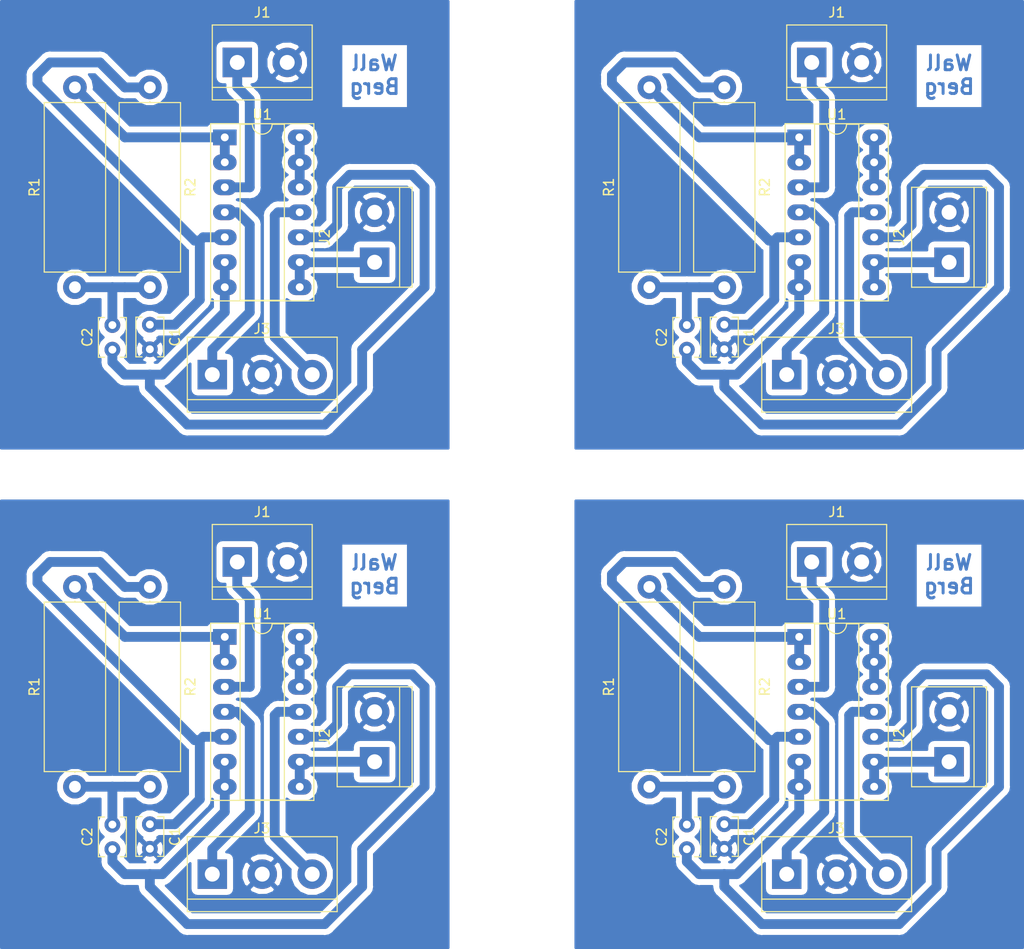
<source format=kicad_pcb>
(kicad_pcb (version 20171130) (host pcbnew 5.0.0)

  (general
    (thickness 1.6)
    (drawings 4)
    (tracks 224)
    (zones 0)
    (modules 32)
    (nets 10)
  )

  (page A4)
  (layers
    (0 F.Cu signal)
    (31 B.Cu signal)
    (32 B.Adhes user)
    (33 F.Adhes user)
    (34 B.Paste user)
    (35 F.Paste user)
    (36 B.SilkS user)
    (37 F.SilkS user)
    (38 B.Mask user)
    (39 F.Mask user)
    (40 Dwgs.User user)
    (41 Cmts.User user)
    (42 Eco1.User user)
    (43 Eco2.User user)
    (44 Edge.Cuts user)
    (45 Margin user)
    (46 B.CrtYd user)
    (47 F.CrtYd user)
    (48 B.Fab user)
    (49 F.Fab user)
  )

  (setup
    (last_trace_width 1)
    (trace_clearance 0.6)
    (zone_clearance 0.508)
    (zone_45_only no)
    (trace_min 0.2)
    (segment_width 0.2)
    (edge_width 0.15)
    (via_size 2)
    (via_drill 1.5)
    (via_min_size 0.4)
    (via_min_drill 0.3)
    (uvia_size 0.5)
    (uvia_drill 0.1)
    (uvias_allowed no)
    (uvia_min_size 0.2)
    (uvia_min_drill 0.1)
    (pcb_text_width 0.3)
    (pcb_text_size 1.5 1.5)
    (mod_edge_width 0.15)
    (mod_text_size 1 1)
    (mod_text_width 0.15)
    (pad_size 1.524 1.524)
    (pad_drill 0.762)
    (pad_to_mask_clearance 0.2)
    (aux_axis_origin 0 0)
    (visible_elements FFFFF77F)
    (pcbplotparams
      (layerselection 0x010fc_ffffffff)
      (usegerberextensions false)
      (usegerberattributes false)
      (usegerberadvancedattributes false)
      (creategerberjobfile false)
      (excludeedgelayer true)
      (linewidth 0.100000)
      (plotframeref false)
      (viasonmask false)
      (mode 1)
      (useauxorigin false)
      (hpglpennumber 1)
      (hpglpenspeed 20)
      (hpglpendiameter 15.000000)
      (psnegative false)
      (psa4output false)
      (plotreference true)
      (plotvalue true)
      (plotinvisibletext false)
      (padsonsilk false)
      (subtractmaskfromsilk false)
      (outputformat 1)
      (mirror false)
      (drillshape 1)
      (scaleselection 1)
      (outputdirectory ""))
  )

  (net 0 "")
  (net 1 "Net-(C1-Pad1)")
  (net 2 GND)
  (net 3 "Net-(C2-Pad2)")
  (net 4 "Net-(C2-Pad1)")
  (net 5 Vin)
  (net 6 Vout)
  (net 7 V+)
  (net 8 V-)
  (net 9 "Net-(R1-Pad2)")

  (net_class Default "This is the default net class."
    (clearance 0.6)
    (trace_width 1)
    (via_dia 2)
    (via_drill 1.5)
    (uvia_dia 0.5)
    (uvia_drill 0.1)
    (add_net GND)
    (add_net "Net-(C1-Pad1)")
    (add_net "Net-(C2-Pad1)")
    (add_net "Net-(C2-Pad2)")
    (add_net "Net-(R1-Pad2)")
    (add_net V+)
    (add_net V-)
    (add_net Vin)
    (add_net Vout)
  )

  (module Capacitor_THT:C_Disc_D3.8mm_W2.6mm_P2.50mm (layer F.Cu) (tedit 5AE50EF0) (tstamp 5B719ADC)
    (at 196.85 124.46 270)
    (descr "C, Disc series, Radial, pin pitch=2.50mm, , diameter*width=3.8*2.6mm^2, Capacitor, http://www.vishay.com/docs/45233/krseries.pdf")
    (tags "C Disc series Radial pin pitch 2.50mm  diameter 3.8mm width 2.6mm Capacitor")
    (path /5B70AAF7)
    (fp_text reference C1 (at 1.25 -2.55 270) (layer F.SilkS)
      (effects (font (size 1 1) (thickness 0.15)))
    )
    (fp_text value 10n (at 1.25 2.55 270) (layer F.Fab)
      (effects (font (size 1 1) (thickness 0.15)))
    )
    (fp_line (start -0.65 -1.3) (end -0.65 1.3) (layer F.Fab) (width 0.1))
    (fp_line (start -0.65 1.3) (end 3.15 1.3) (layer F.Fab) (width 0.1))
    (fp_line (start 3.15 1.3) (end 3.15 -1.3) (layer F.Fab) (width 0.1))
    (fp_line (start 3.15 -1.3) (end -0.65 -1.3) (layer F.Fab) (width 0.1))
    (fp_line (start -0.77 -1.42) (end 3.27 -1.42) (layer F.SilkS) (width 0.12))
    (fp_line (start -0.77 1.42) (end 3.27 1.42) (layer F.SilkS) (width 0.12))
    (fp_line (start -0.77 -1.42) (end -0.77 -0.795) (layer F.SilkS) (width 0.12))
    (fp_line (start -0.77 0.795) (end -0.77 1.42) (layer F.SilkS) (width 0.12))
    (fp_line (start 3.27 -1.42) (end 3.27 -0.795) (layer F.SilkS) (width 0.12))
    (fp_line (start 3.27 0.795) (end 3.27 1.42) (layer F.SilkS) (width 0.12))
    (fp_line (start -1.05 -1.55) (end -1.05 1.55) (layer F.CrtYd) (width 0.05))
    (fp_line (start -1.05 1.55) (end 3.55 1.55) (layer F.CrtYd) (width 0.05))
    (fp_line (start 3.55 1.55) (end 3.55 -1.55) (layer F.CrtYd) (width 0.05))
    (fp_line (start 3.55 -1.55) (end -1.05 -1.55) (layer F.CrtYd) (width 0.05))
    (fp_text user %R (at 1.25 0 270) (layer F.Fab)
      (effects (font (size 0.76 0.76) (thickness 0.114)))
    )
    (pad 1 thru_hole circle (at 0 0 270) (size 1.6 1.6) (drill 0.8) (layers *.Cu *.Mask)
      (net 1 "Net-(C1-Pad1)"))
    (pad 2 thru_hole circle (at 2.5 0 270) (size 1.6 1.6) (drill 0.8) (layers *.Cu *.Mask)
      (net 2 GND))
    (model ${KISYS3DMOD}/Capacitor_THT.3dshapes/C_Disc_D3.8mm_W2.6mm_P2.50mm.wrl
      (at (xyz 0 0 0))
      (scale (xyz 1 1 1))
      (rotate (xyz 0 0 0))
    )
  )

  (module Capacitor_THT:C_Disc_D3.8mm_W2.6mm_P2.50mm (layer F.Cu) (tedit 5AE50EF0) (tstamp 5B719AB6)
    (at 138.43 124.46 270)
    (descr "C, Disc series, Radial, pin pitch=2.50mm, , diameter*width=3.8*2.6mm^2, Capacitor, http://www.vishay.com/docs/45233/krseries.pdf")
    (tags "C Disc series Radial pin pitch 2.50mm  diameter 3.8mm width 2.6mm Capacitor")
    (path /5B70AAF7)
    (fp_text reference C1 (at 1.25 -2.55 270) (layer F.SilkS)
      (effects (font (size 1 1) (thickness 0.15)))
    )
    (fp_text value 10n (at 1.25 2.55 270) (layer F.Fab)
      (effects (font (size 1 1) (thickness 0.15)))
    )
    (fp_text user %R (at 1.25 0 270) (layer F.Fab)
      (effects (font (size 0.76 0.76) (thickness 0.114)))
    )
    (fp_line (start 3.55 -1.55) (end -1.05 -1.55) (layer F.CrtYd) (width 0.05))
    (fp_line (start 3.55 1.55) (end 3.55 -1.55) (layer F.CrtYd) (width 0.05))
    (fp_line (start -1.05 1.55) (end 3.55 1.55) (layer F.CrtYd) (width 0.05))
    (fp_line (start -1.05 -1.55) (end -1.05 1.55) (layer F.CrtYd) (width 0.05))
    (fp_line (start 3.27 0.795) (end 3.27 1.42) (layer F.SilkS) (width 0.12))
    (fp_line (start 3.27 -1.42) (end 3.27 -0.795) (layer F.SilkS) (width 0.12))
    (fp_line (start -0.77 0.795) (end -0.77 1.42) (layer F.SilkS) (width 0.12))
    (fp_line (start -0.77 -1.42) (end -0.77 -0.795) (layer F.SilkS) (width 0.12))
    (fp_line (start -0.77 1.42) (end 3.27 1.42) (layer F.SilkS) (width 0.12))
    (fp_line (start -0.77 -1.42) (end 3.27 -1.42) (layer F.SilkS) (width 0.12))
    (fp_line (start 3.15 -1.3) (end -0.65 -1.3) (layer F.Fab) (width 0.1))
    (fp_line (start 3.15 1.3) (end 3.15 -1.3) (layer F.Fab) (width 0.1))
    (fp_line (start -0.65 1.3) (end 3.15 1.3) (layer F.Fab) (width 0.1))
    (fp_line (start -0.65 -1.3) (end -0.65 1.3) (layer F.Fab) (width 0.1))
    (pad 2 thru_hole circle (at 2.5 0 270) (size 1.6 1.6) (drill 0.8) (layers *.Cu *.Mask)
      (net 2 GND))
    (pad 1 thru_hole circle (at 0 0 270) (size 1.6 1.6) (drill 0.8) (layers *.Cu *.Mask)
      (net 1 "Net-(C1-Pad1)"))
    (model ${KISYS3DMOD}/Capacitor_THT.3dshapes/C_Disc_D3.8mm_W2.6mm_P2.50mm.wrl
      (at (xyz 0 0 0))
      (scale (xyz 1 1 1))
      (rotate (xyz 0 0 0))
    )
  )

  (module TerminalBlock:TerminalBlock_bornier-2_P5.08mm (layer F.Cu) (tedit 59FF03AB) (tstamp 5B719A91)
    (at 147.32 97.79)
    (descr "simple 2-pin terminal block, pitch 5.08mm, revamped version of bornier2")
    (tags "terminal block bornier2")
    (path /5B70DCA3)
    (fp_text reference J1 (at 2.54 -5.08) (layer F.SilkS)
      (effects (font (size 1 1) (thickness 0.15)))
    )
    (fp_text value Conn_01x02 (at 2.54 5.08) (layer F.Fab)
      (effects (font (size 1 1) (thickness 0.15)))
    )
    (fp_text user %R (at 2.54 0) (layer F.Fab)
      (effects (font (size 1 1) (thickness 0.15)))
    )
    (fp_line (start -2.41 2.55) (end 7.49 2.55) (layer F.Fab) (width 0.1))
    (fp_line (start -2.46 -3.75) (end -2.46 3.75) (layer F.Fab) (width 0.1))
    (fp_line (start -2.46 3.75) (end 7.54 3.75) (layer F.Fab) (width 0.1))
    (fp_line (start 7.54 3.75) (end 7.54 -3.75) (layer F.Fab) (width 0.1))
    (fp_line (start 7.54 -3.75) (end -2.46 -3.75) (layer F.Fab) (width 0.1))
    (fp_line (start 7.62 2.54) (end -2.54 2.54) (layer F.SilkS) (width 0.12))
    (fp_line (start 7.62 3.81) (end 7.62 -3.81) (layer F.SilkS) (width 0.12))
    (fp_line (start 7.62 -3.81) (end -2.54 -3.81) (layer F.SilkS) (width 0.12))
    (fp_line (start -2.54 -3.81) (end -2.54 3.81) (layer F.SilkS) (width 0.12))
    (fp_line (start -2.54 3.81) (end 7.62 3.81) (layer F.SilkS) (width 0.12))
    (fp_line (start -2.71 -4) (end 7.79 -4) (layer F.CrtYd) (width 0.05))
    (fp_line (start -2.71 -4) (end -2.71 4) (layer F.CrtYd) (width 0.05))
    (fp_line (start 7.79 4) (end 7.79 -4) (layer F.CrtYd) (width 0.05))
    (fp_line (start 7.79 4) (end -2.71 4) (layer F.CrtYd) (width 0.05))
    (pad 1 thru_hole rect (at 0 0) (size 3 3) (drill 1.52) (layers *.Cu *.Mask)
      (net 5 Vin))
    (pad 2 thru_hole circle (at 5.08 0) (size 3 3) (drill 1.52) (layers *.Cu *.Mask)
      (net 2 GND))
    (model ${KISYS3DMOD}/TerminalBlock.3dshapes/TerminalBlock_bornier-2_P5.08mm.wrl
      (offset (xyz 2.539999961853027 0 0))
      (scale (xyz 1 1 1))
      (rotate (xyz 0 0 0))
    )
  )

  (module Resistor_THT:R_Axial_DIN0617_L17.0mm_D6.0mm_P20.32mm_Horizontal (layer F.Cu) (tedit 5AE5139B) (tstamp 5B719A76)
    (at 130.81 120.65 90)
    (descr "Resistor, Axial_DIN0617 series, Axial, Horizontal, pin pitch=20.32mm, 2W, length*diameter=17*6mm^2, http://www.vishay.com/docs/20128/wkxwrx.pdf")
    (tags "Resistor Axial_DIN0617 series Axial Horizontal pin pitch 20.32mm 2W length 17mm diameter 6mm")
    (path /5B70AA0F)
    (fp_text reference R1 (at 10.16 -4.12 90) (layer F.SilkS)
      (effects (font (size 1 1) (thickness 0.15)))
    )
    (fp_text value 120k (at 10.16 4.12 90) (layer F.Fab)
      (effects (font (size 1 1) (thickness 0.15)))
    )
    (fp_text user %R (at 10.16 0 90) (layer F.Fab)
      (effects (font (size 1 1) (thickness 0.15)))
    )
    (fp_line (start 21.77 -3.25) (end -1.45 -3.25) (layer F.CrtYd) (width 0.05))
    (fp_line (start 21.77 3.25) (end 21.77 -3.25) (layer F.CrtYd) (width 0.05))
    (fp_line (start -1.45 3.25) (end 21.77 3.25) (layer F.CrtYd) (width 0.05))
    (fp_line (start -1.45 -3.25) (end -1.45 3.25) (layer F.CrtYd) (width 0.05))
    (fp_line (start 18.88 0) (end 18.78 0) (layer F.SilkS) (width 0.12))
    (fp_line (start 1.44 0) (end 1.54 0) (layer F.SilkS) (width 0.12))
    (fp_line (start 18.78 -3.12) (end 1.54 -3.12) (layer F.SilkS) (width 0.12))
    (fp_line (start 18.78 3.12) (end 18.78 -3.12) (layer F.SilkS) (width 0.12))
    (fp_line (start 1.54 3.12) (end 18.78 3.12) (layer F.SilkS) (width 0.12))
    (fp_line (start 1.54 -3.12) (end 1.54 3.12) (layer F.SilkS) (width 0.12))
    (fp_line (start 20.32 0) (end 18.66 0) (layer F.Fab) (width 0.1))
    (fp_line (start 0 0) (end 1.66 0) (layer F.Fab) (width 0.1))
    (fp_line (start 18.66 -3) (end 1.66 -3) (layer F.Fab) (width 0.1))
    (fp_line (start 18.66 3) (end 18.66 -3) (layer F.Fab) (width 0.1))
    (fp_line (start 1.66 3) (end 18.66 3) (layer F.Fab) (width 0.1))
    (fp_line (start 1.66 -3) (end 1.66 3) (layer F.Fab) (width 0.1))
    (pad 2 thru_hole oval (at 20.32 0 90) (size 2.4 2.4) (drill 1.2) (layers *.Cu *.Mask)
      (net 9 "Net-(R1-Pad2)"))
    (pad 1 thru_hole circle (at 0 0 90) (size 2.4 2.4) (drill 1.2) (layers *.Cu *.Mask)
      (net 3 "Net-(C2-Pad2)"))
    (model ${KISYS3DMOD}/Resistor_THT.3dshapes/R_Axial_DIN0617_L17.0mm_D6.0mm_P20.32mm_Horizontal.wrl
      (at (xyz 0 0 0))
      (scale (xyz 1 1 1))
      (rotate (xyz 0 0 0))
    )
  )

  (module Package_DIP:DIP-14_W7.62mm_Socket_LongPads (layer F.Cu) (tedit 5A02E8C5) (tstamp 5B719A4C)
    (at 204.47 105.41)
    (descr "14-lead though-hole mounted DIP package, row spacing 7.62 mm (300 mils), Socket, LongPads")
    (tags "THT DIP DIL PDIP 2.54mm 7.62mm 300mil Socket LongPads")
    (path /5B70A594)
    (fp_text reference U1 (at 3.81 -2.33) (layer F.SilkS)
      (effects (font (size 1 1) (thickness 0.15)))
    )
    (fp_text value TL084 (at 3.81 17.57) (layer F.Fab)
      (effects (font (size 1 1) (thickness 0.15)))
    )
    (fp_arc (start 3.81 -1.33) (end 2.81 -1.33) (angle -180) (layer F.SilkS) (width 0.12))
    (fp_line (start 1.635 -1.27) (end 6.985 -1.27) (layer F.Fab) (width 0.1))
    (fp_line (start 6.985 -1.27) (end 6.985 16.51) (layer F.Fab) (width 0.1))
    (fp_line (start 6.985 16.51) (end 0.635 16.51) (layer F.Fab) (width 0.1))
    (fp_line (start 0.635 16.51) (end 0.635 -0.27) (layer F.Fab) (width 0.1))
    (fp_line (start 0.635 -0.27) (end 1.635 -1.27) (layer F.Fab) (width 0.1))
    (fp_line (start -1.27 -1.33) (end -1.27 16.57) (layer F.Fab) (width 0.1))
    (fp_line (start -1.27 16.57) (end 8.89 16.57) (layer F.Fab) (width 0.1))
    (fp_line (start 8.89 16.57) (end 8.89 -1.33) (layer F.Fab) (width 0.1))
    (fp_line (start 8.89 -1.33) (end -1.27 -1.33) (layer F.Fab) (width 0.1))
    (fp_line (start 2.81 -1.33) (end 1.56 -1.33) (layer F.SilkS) (width 0.12))
    (fp_line (start 1.56 -1.33) (end 1.56 16.57) (layer F.SilkS) (width 0.12))
    (fp_line (start 1.56 16.57) (end 6.06 16.57) (layer F.SilkS) (width 0.12))
    (fp_line (start 6.06 16.57) (end 6.06 -1.33) (layer F.SilkS) (width 0.12))
    (fp_line (start 6.06 -1.33) (end 4.81 -1.33) (layer F.SilkS) (width 0.12))
    (fp_line (start -1.44 -1.39) (end -1.44 16.63) (layer F.SilkS) (width 0.12))
    (fp_line (start -1.44 16.63) (end 9.06 16.63) (layer F.SilkS) (width 0.12))
    (fp_line (start 9.06 16.63) (end 9.06 -1.39) (layer F.SilkS) (width 0.12))
    (fp_line (start 9.06 -1.39) (end -1.44 -1.39) (layer F.SilkS) (width 0.12))
    (fp_line (start -1.55 -1.6) (end -1.55 16.85) (layer F.CrtYd) (width 0.05))
    (fp_line (start -1.55 16.85) (end 9.15 16.85) (layer F.CrtYd) (width 0.05))
    (fp_line (start 9.15 16.85) (end 9.15 -1.6) (layer F.CrtYd) (width 0.05))
    (fp_line (start 9.15 -1.6) (end -1.55 -1.6) (layer F.CrtYd) (width 0.05))
    (fp_text user %R (at 3.81 7.62) (layer F.Fab)
      (effects (font (size 1 1) (thickness 0.15)))
    )
    (pad 1 thru_hole rect (at 0 0) (size 2.4 1.6) (drill 0.8) (layers *.Cu *.Mask)
      (net 9 "Net-(R1-Pad2)"))
    (pad 8 thru_hole oval (at 7.62 15.24) (size 2.4 1.6) (drill 0.8) (layers *.Cu *.Mask)
      (net 6 Vout))
    (pad 2 thru_hole oval (at 0 2.54) (size 2.4 1.6) (drill 0.8) (layers *.Cu *.Mask)
      (net 9 "Net-(R1-Pad2)"))
    (pad 9 thru_hole oval (at 7.62 12.7) (size 2.4 1.6) (drill 0.8) (layers *.Cu *.Mask)
      (net 6 Vout))
    (pad 3 thru_hole oval (at 0 5.08) (size 2.4 1.6) (drill 0.8) (layers *.Cu *.Mask)
      (net 5 Vin))
    (pad 10 thru_hole oval (at 7.62 10.16) (size 2.4 1.6) (drill 0.8) (layers *.Cu *.Mask)
      (net 4 "Net-(C2-Pad1)"))
    (pad 4 thru_hole oval (at 0 7.62) (size 2.4 1.6) (drill 0.8) (layers *.Cu *.Mask)
      (net 7 V+))
    (pad 11 thru_hole oval (at 7.62 7.62) (size 2.4 1.6) (drill 0.8) (layers *.Cu *.Mask)
      (net 8 V-))
    (pad 5 thru_hole oval (at 0 10.16) (size 2.4 1.6) (drill 0.8) (layers *.Cu *.Mask)
      (net 1 "Net-(C1-Pad1)"))
    (pad 12 thru_hole oval (at 7.62 5.08) (size 2.4 1.6) (drill 0.8) (layers *.Cu *.Mask))
    (pad 6 thru_hole oval (at 0 12.7) (size 2.4 1.6) (drill 0.8) (layers *.Cu *.Mask)
      (net 4 "Net-(C2-Pad1)"))
    (pad 13 thru_hole oval (at 7.62 2.54) (size 2.4 1.6) (drill 0.8) (layers *.Cu *.Mask))
    (pad 7 thru_hole oval (at 0 15.24) (size 2.4 1.6) (drill 0.8) (layers *.Cu *.Mask)
      (net 4 "Net-(C2-Pad1)"))
    (pad 14 thru_hole oval (at 7.62 0) (size 2.4 1.6) (drill 0.8) (layers *.Cu *.Mask))
    (model ${KISYS3DMOD}/Package_DIP.3dshapes/DIP-14_W7.62mm_Socket.wrl
      (at (xyz 0 0 0))
      (scale (xyz 1 1 1))
      (rotate (xyz 0 0 0))
    )
  )

  (module Capacitor_THT:C_Disc_D3.8mm_W2.6mm_P2.50mm (layer F.Cu) (tedit 5AE50EF0) (tstamp 5B719A38)
    (at 193.04 127 90)
    (descr "C, Disc series, Radial, pin pitch=2.50mm, , diameter*width=3.8*2.6mm^2, Capacitor, http://www.vishay.com/docs/45233/krseries.pdf")
    (tags "C Disc series Radial pin pitch 2.50mm  diameter 3.8mm width 2.6mm Capacitor")
    (path /5B70AB40)
    (fp_text reference C2 (at 1.25 -2.55 90) (layer F.SilkS)
      (effects (font (size 1 1) (thickness 0.15)))
    )
    (fp_text value 20n (at 1.25 2.55 90) (layer F.Fab)
      (effects (font (size 1 1) (thickness 0.15)))
    )
    (fp_text user %R (at 1.25 0 90) (layer F.Fab)
      (effects (font (size 0.76 0.76) (thickness 0.114)))
    )
    (fp_line (start 3.55 -1.55) (end -1.05 -1.55) (layer F.CrtYd) (width 0.05))
    (fp_line (start 3.55 1.55) (end 3.55 -1.55) (layer F.CrtYd) (width 0.05))
    (fp_line (start -1.05 1.55) (end 3.55 1.55) (layer F.CrtYd) (width 0.05))
    (fp_line (start -1.05 -1.55) (end -1.05 1.55) (layer F.CrtYd) (width 0.05))
    (fp_line (start 3.27 0.795) (end 3.27 1.42) (layer F.SilkS) (width 0.12))
    (fp_line (start 3.27 -1.42) (end 3.27 -0.795) (layer F.SilkS) (width 0.12))
    (fp_line (start -0.77 0.795) (end -0.77 1.42) (layer F.SilkS) (width 0.12))
    (fp_line (start -0.77 -1.42) (end -0.77 -0.795) (layer F.SilkS) (width 0.12))
    (fp_line (start -0.77 1.42) (end 3.27 1.42) (layer F.SilkS) (width 0.12))
    (fp_line (start -0.77 -1.42) (end 3.27 -1.42) (layer F.SilkS) (width 0.12))
    (fp_line (start 3.15 -1.3) (end -0.65 -1.3) (layer F.Fab) (width 0.1))
    (fp_line (start 3.15 1.3) (end 3.15 -1.3) (layer F.Fab) (width 0.1))
    (fp_line (start -0.65 1.3) (end 3.15 1.3) (layer F.Fab) (width 0.1))
    (fp_line (start -0.65 -1.3) (end -0.65 1.3) (layer F.Fab) (width 0.1))
    (pad 2 thru_hole circle (at 2.5 0 90) (size 1.6 1.6) (drill 0.8) (layers *.Cu *.Mask)
      (net 3 "Net-(C2-Pad2)"))
    (pad 1 thru_hole circle (at 0 0 90) (size 1.6 1.6) (drill 0.8) (layers *.Cu *.Mask)
      (net 4 "Net-(C2-Pad1)"))
    (model ${KISYS3DMOD}/Capacitor_THT.3dshapes/C_Disc_D3.8mm_W2.6mm_P2.50mm.wrl
      (at (xyz 0 0 0))
      (scale (xyz 1 1 1))
      (rotate (xyz 0 0 0))
    )
  )

  (module TerminalBlock:TerminalBlock_bornier-3_P5.08mm (layer F.Cu) (tedit 59FF03B9) (tstamp 5B719A18)
    (at 203.2 129.54)
    (descr "simple 3-pin terminal block, pitch 5.08mm, revamped version of bornier3")
    (tags "terminal block bornier3")
    (path /5B70D716)
    (fp_text reference J3 (at 5.05 -4.65) (layer F.SilkS)
      (effects (font (size 1 1) (thickness 0.15)))
    )
    (fp_text value Conn_01x03 (at 5.08 5.08) (layer F.Fab)
      (effects (font (size 1 1) (thickness 0.15)))
    )
    (fp_text user %R (at 5.08 0) (layer F.Fab)
      (effects (font (size 1 1) (thickness 0.15)))
    )
    (fp_line (start -2.47 2.55) (end 12.63 2.55) (layer F.Fab) (width 0.1))
    (fp_line (start -2.47 -3.75) (end 12.63 -3.75) (layer F.Fab) (width 0.1))
    (fp_line (start 12.63 -3.75) (end 12.63 3.75) (layer F.Fab) (width 0.1))
    (fp_line (start 12.63 3.75) (end -2.47 3.75) (layer F.Fab) (width 0.1))
    (fp_line (start -2.47 3.75) (end -2.47 -3.75) (layer F.Fab) (width 0.1))
    (fp_line (start -2.54 3.81) (end -2.54 -3.81) (layer F.SilkS) (width 0.12))
    (fp_line (start 12.7 3.81) (end 12.7 -3.81) (layer F.SilkS) (width 0.12))
    (fp_line (start -2.54 2.54) (end 12.7 2.54) (layer F.SilkS) (width 0.12))
    (fp_line (start -2.54 -3.81) (end 12.7 -3.81) (layer F.SilkS) (width 0.12))
    (fp_line (start -2.54 3.81) (end 12.7 3.81) (layer F.SilkS) (width 0.12))
    (fp_line (start -2.72 -4) (end 12.88 -4) (layer F.CrtYd) (width 0.05))
    (fp_line (start -2.72 -4) (end -2.72 4) (layer F.CrtYd) (width 0.05))
    (fp_line (start 12.88 4) (end 12.88 -4) (layer F.CrtYd) (width 0.05))
    (fp_line (start 12.88 4) (end -2.72 4) (layer F.CrtYd) (width 0.05))
    (pad 1 thru_hole rect (at 0 0) (size 3 3) (drill 1.52) (layers *.Cu *.Mask)
      (net 7 V+))
    (pad 2 thru_hole circle (at 5.08 0) (size 3 3) (drill 1.52) (layers *.Cu *.Mask)
      (net 2 GND))
    (pad 3 thru_hole circle (at 10.16 0) (size 3 3) (drill 1.52) (layers *.Cu *.Mask)
      (net 8 V-))
    (model ${KISYS3DMOD}/TerminalBlock.3dshapes/TerminalBlock_bornier-3_P5.08mm.wrl
      (offset (xyz 5.079999923706055 0 0))
      (scale (xyz 1 1 1))
      (rotate (xyz 0 0 0))
    )
  )

  (module TerminalBlock:TerminalBlock_bornier-2_P5.08mm (layer F.Cu) (tedit 59FF03AB) (tstamp 5B719A03)
    (at 161.29 118.11 90)
    (descr "simple 2-pin terminal block, pitch 5.08mm, revamped version of bornier2")
    (tags "terminal block bornier2")
    (path /5B70DC08)
    (fp_text reference J2 (at 2.54 -5.08 90) (layer F.SilkS)
      (effects (font (size 1 1) (thickness 0.15)))
    )
    (fp_text value Conn_01x02 (at 2.54 5.08 90) (layer F.Fab)
      (effects (font (size 1 1) (thickness 0.15)))
    )
    (fp_line (start 7.79 4) (end -2.71 4) (layer F.CrtYd) (width 0.05))
    (fp_line (start 7.79 4) (end 7.79 -4) (layer F.CrtYd) (width 0.05))
    (fp_line (start -2.71 -4) (end -2.71 4) (layer F.CrtYd) (width 0.05))
    (fp_line (start -2.71 -4) (end 7.79 -4) (layer F.CrtYd) (width 0.05))
    (fp_line (start -2.54 3.81) (end 7.62 3.81) (layer F.SilkS) (width 0.12))
    (fp_line (start -2.54 -3.81) (end -2.54 3.81) (layer F.SilkS) (width 0.12))
    (fp_line (start 7.62 -3.81) (end -2.54 -3.81) (layer F.SilkS) (width 0.12))
    (fp_line (start 7.62 3.81) (end 7.62 -3.81) (layer F.SilkS) (width 0.12))
    (fp_line (start 7.62 2.54) (end -2.54 2.54) (layer F.SilkS) (width 0.12))
    (fp_line (start 7.54 -3.75) (end -2.46 -3.75) (layer F.Fab) (width 0.1))
    (fp_line (start 7.54 3.75) (end 7.54 -3.75) (layer F.Fab) (width 0.1))
    (fp_line (start -2.46 3.75) (end 7.54 3.75) (layer F.Fab) (width 0.1))
    (fp_line (start -2.46 -3.75) (end -2.46 3.75) (layer F.Fab) (width 0.1))
    (fp_line (start -2.41 2.55) (end 7.49 2.55) (layer F.Fab) (width 0.1))
    (fp_text user %R (at 2.54 0 90) (layer F.Fab)
      (effects (font (size 1 1) (thickness 0.15)))
    )
    (pad 2 thru_hole circle (at 5.08 0 90) (size 3 3) (drill 1.52) (layers *.Cu *.Mask)
      (net 2 GND))
    (pad 1 thru_hole rect (at 0 0 90) (size 3 3) (drill 1.52) (layers *.Cu *.Mask)
      (net 6 Vout))
    (model ${KISYS3DMOD}/TerminalBlock.3dshapes/TerminalBlock_bornier-2_P5.08mm.wrl
      (offset (xyz 2.539999961853027 0 0))
      (scale (xyz 1 1 1))
      (rotate (xyz 0 0 0))
    )
  )

  (module TerminalBlock:TerminalBlock_bornier-3_P5.08mm (layer F.Cu) (tedit 59FF03B9) (tstamp 5B7199EE)
    (at 144.78 129.54)
    (descr "simple 3-pin terminal block, pitch 5.08mm, revamped version of bornier3")
    (tags "terminal block bornier3")
    (path /5B70D716)
    (fp_text reference J3 (at 5.05 -4.65) (layer F.SilkS)
      (effects (font (size 1 1) (thickness 0.15)))
    )
    (fp_text value Conn_01x03 (at 5.08 5.08) (layer F.Fab)
      (effects (font (size 1 1) (thickness 0.15)))
    )
    (fp_line (start 12.88 4) (end -2.72 4) (layer F.CrtYd) (width 0.05))
    (fp_line (start 12.88 4) (end 12.88 -4) (layer F.CrtYd) (width 0.05))
    (fp_line (start -2.72 -4) (end -2.72 4) (layer F.CrtYd) (width 0.05))
    (fp_line (start -2.72 -4) (end 12.88 -4) (layer F.CrtYd) (width 0.05))
    (fp_line (start -2.54 3.81) (end 12.7 3.81) (layer F.SilkS) (width 0.12))
    (fp_line (start -2.54 -3.81) (end 12.7 -3.81) (layer F.SilkS) (width 0.12))
    (fp_line (start -2.54 2.54) (end 12.7 2.54) (layer F.SilkS) (width 0.12))
    (fp_line (start 12.7 3.81) (end 12.7 -3.81) (layer F.SilkS) (width 0.12))
    (fp_line (start -2.54 3.81) (end -2.54 -3.81) (layer F.SilkS) (width 0.12))
    (fp_line (start -2.47 3.75) (end -2.47 -3.75) (layer F.Fab) (width 0.1))
    (fp_line (start 12.63 3.75) (end -2.47 3.75) (layer F.Fab) (width 0.1))
    (fp_line (start 12.63 -3.75) (end 12.63 3.75) (layer F.Fab) (width 0.1))
    (fp_line (start -2.47 -3.75) (end 12.63 -3.75) (layer F.Fab) (width 0.1))
    (fp_line (start -2.47 2.55) (end 12.63 2.55) (layer F.Fab) (width 0.1))
    (fp_text user %R (at 5.08 0) (layer F.Fab)
      (effects (font (size 1 1) (thickness 0.15)))
    )
    (pad 3 thru_hole circle (at 10.16 0) (size 3 3) (drill 1.52) (layers *.Cu *.Mask)
      (net 8 V-))
    (pad 2 thru_hole circle (at 5.08 0) (size 3 3) (drill 1.52) (layers *.Cu *.Mask)
      (net 2 GND))
    (pad 1 thru_hole rect (at 0 0) (size 3 3) (drill 1.52) (layers *.Cu *.Mask)
      (net 7 V+))
    (model ${KISYS3DMOD}/TerminalBlock.3dshapes/TerminalBlock_bornier-3_P5.08mm.wrl
      (offset (xyz 5.079999923706055 0 0))
      (scale (xyz 1 1 1))
      (rotate (xyz 0 0 0))
    )
  )

  (module Resistor_THT:R_Axial_DIN0617_L17.0mm_D6.0mm_P20.32mm_Horizontal (layer F.Cu) (tedit 5AE5139B) (tstamp 5B7199D5)
    (at 138.43 100.33 270)
    (descr "Resistor, Axial_DIN0617 series, Axial, Horizontal, pin pitch=20.32mm, 2W, length*diameter=17*6mm^2, http://www.vishay.com/docs/20128/wkxwrx.pdf")
    (tags "Resistor Axial_DIN0617 series Axial Horizontal pin pitch 20.32mm 2W length 17mm diameter 6mm")
    (path /5B70AA8F)
    (fp_text reference R2 (at 10.16 -4.12 270) (layer F.SilkS)
      (effects (font (size 1 1) (thickness 0.15)))
    )
    (fp_text value 120k (at 10.16 4.12 270) (layer F.Fab)
      (effects (font (size 1 1) (thickness 0.15)))
    )
    (fp_line (start 1.66 -3) (end 1.66 3) (layer F.Fab) (width 0.1))
    (fp_line (start 1.66 3) (end 18.66 3) (layer F.Fab) (width 0.1))
    (fp_line (start 18.66 3) (end 18.66 -3) (layer F.Fab) (width 0.1))
    (fp_line (start 18.66 -3) (end 1.66 -3) (layer F.Fab) (width 0.1))
    (fp_line (start 0 0) (end 1.66 0) (layer F.Fab) (width 0.1))
    (fp_line (start 20.32 0) (end 18.66 0) (layer F.Fab) (width 0.1))
    (fp_line (start 1.54 -3.12) (end 1.54 3.12) (layer F.SilkS) (width 0.12))
    (fp_line (start 1.54 3.12) (end 18.78 3.12) (layer F.SilkS) (width 0.12))
    (fp_line (start 18.78 3.12) (end 18.78 -3.12) (layer F.SilkS) (width 0.12))
    (fp_line (start 18.78 -3.12) (end 1.54 -3.12) (layer F.SilkS) (width 0.12))
    (fp_line (start 1.44 0) (end 1.54 0) (layer F.SilkS) (width 0.12))
    (fp_line (start 18.88 0) (end 18.78 0) (layer F.SilkS) (width 0.12))
    (fp_line (start -1.45 -3.25) (end -1.45 3.25) (layer F.CrtYd) (width 0.05))
    (fp_line (start -1.45 3.25) (end 21.77 3.25) (layer F.CrtYd) (width 0.05))
    (fp_line (start 21.77 3.25) (end 21.77 -3.25) (layer F.CrtYd) (width 0.05))
    (fp_line (start 21.77 -3.25) (end -1.45 -3.25) (layer F.CrtYd) (width 0.05))
    (fp_text user %R (at 10.16 0 270) (layer F.Fab)
      (effects (font (size 1 1) (thickness 0.15)))
    )
    (pad 1 thru_hole circle (at 0 0 270) (size 2.4 2.4) (drill 1.2) (layers *.Cu *.Mask)
      (net 1 "Net-(C1-Pad1)"))
    (pad 2 thru_hole oval (at 20.32 0 270) (size 2.4 2.4) (drill 1.2) (layers *.Cu *.Mask)
      (net 3 "Net-(C2-Pad2)"))
    (model ${KISYS3DMOD}/Resistor_THT.3dshapes/R_Axial_DIN0617_L17.0mm_D6.0mm_P20.32mm_Horizontal.wrl
      (at (xyz 0 0 0))
      (scale (xyz 1 1 1))
      (rotate (xyz 0 0 0))
    )
  )

  (module Resistor_THT:R_Axial_DIN0617_L17.0mm_D6.0mm_P20.32mm_Horizontal (layer F.Cu) (tedit 5AE5139B) (tstamp 5B7199BC)
    (at 189.23 120.65 90)
    (descr "Resistor, Axial_DIN0617 series, Axial, Horizontal, pin pitch=20.32mm, 2W, length*diameter=17*6mm^2, http://www.vishay.com/docs/20128/wkxwrx.pdf")
    (tags "Resistor Axial_DIN0617 series Axial Horizontal pin pitch 20.32mm 2W length 17mm diameter 6mm")
    (path /5B70AA0F)
    (fp_text reference R1 (at 10.16 -4.12 90) (layer F.SilkS)
      (effects (font (size 1 1) (thickness 0.15)))
    )
    (fp_text value 120k (at 10.16 4.12 90) (layer F.Fab)
      (effects (font (size 1 1) (thickness 0.15)))
    )
    (fp_line (start 1.66 -3) (end 1.66 3) (layer F.Fab) (width 0.1))
    (fp_line (start 1.66 3) (end 18.66 3) (layer F.Fab) (width 0.1))
    (fp_line (start 18.66 3) (end 18.66 -3) (layer F.Fab) (width 0.1))
    (fp_line (start 18.66 -3) (end 1.66 -3) (layer F.Fab) (width 0.1))
    (fp_line (start 0 0) (end 1.66 0) (layer F.Fab) (width 0.1))
    (fp_line (start 20.32 0) (end 18.66 0) (layer F.Fab) (width 0.1))
    (fp_line (start 1.54 -3.12) (end 1.54 3.12) (layer F.SilkS) (width 0.12))
    (fp_line (start 1.54 3.12) (end 18.78 3.12) (layer F.SilkS) (width 0.12))
    (fp_line (start 18.78 3.12) (end 18.78 -3.12) (layer F.SilkS) (width 0.12))
    (fp_line (start 18.78 -3.12) (end 1.54 -3.12) (layer F.SilkS) (width 0.12))
    (fp_line (start 1.44 0) (end 1.54 0) (layer F.SilkS) (width 0.12))
    (fp_line (start 18.88 0) (end 18.78 0) (layer F.SilkS) (width 0.12))
    (fp_line (start -1.45 -3.25) (end -1.45 3.25) (layer F.CrtYd) (width 0.05))
    (fp_line (start -1.45 3.25) (end 21.77 3.25) (layer F.CrtYd) (width 0.05))
    (fp_line (start 21.77 3.25) (end 21.77 -3.25) (layer F.CrtYd) (width 0.05))
    (fp_line (start 21.77 -3.25) (end -1.45 -3.25) (layer F.CrtYd) (width 0.05))
    (fp_text user %R (at 10.16 0 90) (layer F.Fab)
      (effects (font (size 1 1) (thickness 0.15)))
    )
    (pad 1 thru_hole circle (at 0 0 90) (size 2.4 2.4) (drill 1.2) (layers *.Cu *.Mask)
      (net 3 "Net-(C2-Pad2)"))
    (pad 2 thru_hole oval (at 20.32 0 90) (size 2.4 2.4) (drill 1.2) (layers *.Cu *.Mask)
      (net 9 "Net-(R1-Pad2)"))
    (model ${KISYS3DMOD}/Resistor_THT.3dshapes/R_Axial_DIN0617_L17.0mm_D6.0mm_P20.32mm_Horizontal.wrl
      (at (xyz 0 0 0))
      (scale (xyz 1 1 1))
      (rotate (xyz 0 0 0))
    )
  )

  (module TerminalBlock:TerminalBlock_bornier-2_P5.08mm (layer F.Cu) (tedit 59FF03AB) (tstamp 5B7199A2)
    (at 205.74 97.79)
    (descr "simple 2-pin terminal block, pitch 5.08mm, revamped version of bornier2")
    (tags "terminal block bornier2")
    (path /5B70DCA3)
    (fp_text reference J1 (at 2.54 -5.08) (layer F.SilkS)
      (effects (font (size 1 1) (thickness 0.15)))
    )
    (fp_text value Conn_01x02 (at 2.54 5.08) (layer F.Fab)
      (effects (font (size 1 1) (thickness 0.15)))
    )
    (fp_line (start 7.79 4) (end -2.71 4) (layer F.CrtYd) (width 0.05))
    (fp_line (start 7.79 4) (end 7.79 -4) (layer F.CrtYd) (width 0.05))
    (fp_line (start -2.71 -4) (end -2.71 4) (layer F.CrtYd) (width 0.05))
    (fp_line (start -2.71 -4) (end 7.79 -4) (layer F.CrtYd) (width 0.05))
    (fp_line (start -2.54 3.81) (end 7.62 3.81) (layer F.SilkS) (width 0.12))
    (fp_line (start -2.54 -3.81) (end -2.54 3.81) (layer F.SilkS) (width 0.12))
    (fp_line (start 7.62 -3.81) (end -2.54 -3.81) (layer F.SilkS) (width 0.12))
    (fp_line (start 7.62 3.81) (end 7.62 -3.81) (layer F.SilkS) (width 0.12))
    (fp_line (start 7.62 2.54) (end -2.54 2.54) (layer F.SilkS) (width 0.12))
    (fp_line (start 7.54 -3.75) (end -2.46 -3.75) (layer F.Fab) (width 0.1))
    (fp_line (start 7.54 3.75) (end 7.54 -3.75) (layer F.Fab) (width 0.1))
    (fp_line (start -2.46 3.75) (end 7.54 3.75) (layer F.Fab) (width 0.1))
    (fp_line (start -2.46 -3.75) (end -2.46 3.75) (layer F.Fab) (width 0.1))
    (fp_line (start -2.41 2.55) (end 7.49 2.55) (layer F.Fab) (width 0.1))
    (fp_text user %R (at 2.54 0) (layer F.Fab)
      (effects (font (size 1 1) (thickness 0.15)))
    )
    (pad 2 thru_hole circle (at 5.08 0) (size 3 3) (drill 1.52) (layers *.Cu *.Mask)
      (net 2 GND))
    (pad 1 thru_hole rect (at 0 0) (size 3 3) (drill 1.52) (layers *.Cu *.Mask)
      (net 5 Vin))
    (model ${KISYS3DMOD}/TerminalBlock.3dshapes/TerminalBlock_bornier-2_P5.08mm.wrl
      (offset (xyz 2.539999961853027 0 0))
      (scale (xyz 1 1 1))
      (rotate (xyz 0 0 0))
    )
  )

  (module TerminalBlock:TerminalBlock_bornier-2_P5.08mm (layer F.Cu) (tedit 59FF03AB) (tstamp 5B719984)
    (at 219.71 118.11 90)
    (descr "simple 2-pin terminal block, pitch 5.08mm, revamped version of bornier2")
    (tags "terminal block bornier2")
    (path /5B70DC08)
    (fp_text reference J2 (at 2.54 -5.08 90) (layer F.SilkS)
      (effects (font (size 1 1) (thickness 0.15)))
    )
    (fp_text value Conn_01x02 (at 2.54 5.08 90) (layer F.Fab)
      (effects (font (size 1 1) (thickness 0.15)))
    )
    (fp_text user %R (at 2.54 0 90) (layer F.Fab)
      (effects (font (size 1 1) (thickness 0.15)))
    )
    (fp_line (start -2.41 2.55) (end 7.49 2.55) (layer F.Fab) (width 0.1))
    (fp_line (start -2.46 -3.75) (end -2.46 3.75) (layer F.Fab) (width 0.1))
    (fp_line (start -2.46 3.75) (end 7.54 3.75) (layer F.Fab) (width 0.1))
    (fp_line (start 7.54 3.75) (end 7.54 -3.75) (layer F.Fab) (width 0.1))
    (fp_line (start 7.54 -3.75) (end -2.46 -3.75) (layer F.Fab) (width 0.1))
    (fp_line (start 7.62 2.54) (end -2.54 2.54) (layer F.SilkS) (width 0.12))
    (fp_line (start 7.62 3.81) (end 7.62 -3.81) (layer F.SilkS) (width 0.12))
    (fp_line (start 7.62 -3.81) (end -2.54 -3.81) (layer F.SilkS) (width 0.12))
    (fp_line (start -2.54 -3.81) (end -2.54 3.81) (layer F.SilkS) (width 0.12))
    (fp_line (start -2.54 3.81) (end 7.62 3.81) (layer F.SilkS) (width 0.12))
    (fp_line (start -2.71 -4) (end 7.79 -4) (layer F.CrtYd) (width 0.05))
    (fp_line (start -2.71 -4) (end -2.71 4) (layer F.CrtYd) (width 0.05))
    (fp_line (start 7.79 4) (end 7.79 -4) (layer F.CrtYd) (width 0.05))
    (fp_line (start 7.79 4) (end -2.71 4) (layer F.CrtYd) (width 0.05))
    (pad 1 thru_hole rect (at 0 0 90) (size 3 3) (drill 1.52) (layers *.Cu *.Mask)
      (net 6 Vout))
    (pad 2 thru_hole circle (at 5.08 0 90) (size 3 3) (drill 1.52) (layers *.Cu *.Mask)
      (net 2 GND))
    (model ${KISYS3DMOD}/TerminalBlock.3dshapes/TerminalBlock_bornier-2_P5.08mm.wrl
      (offset (xyz 2.539999961853027 0 0))
      (scale (xyz 1 1 1))
      (rotate (xyz 0 0 0))
    )
  )

  (module Resistor_THT:R_Axial_DIN0617_L17.0mm_D6.0mm_P20.32mm_Horizontal (layer F.Cu) (tedit 5AE5139B) (tstamp 5B71996E)
    (at 196.85 100.33 270)
    (descr "Resistor, Axial_DIN0617 series, Axial, Horizontal, pin pitch=20.32mm, 2W, length*diameter=17*6mm^2, http://www.vishay.com/docs/20128/wkxwrx.pdf")
    (tags "Resistor Axial_DIN0617 series Axial Horizontal pin pitch 20.32mm 2W length 17mm diameter 6mm")
    (path /5B70AA8F)
    (fp_text reference R2 (at 10.16 -4.12 270) (layer F.SilkS)
      (effects (font (size 1 1) (thickness 0.15)))
    )
    (fp_text value 120k (at 10.16 4.12 270) (layer F.Fab)
      (effects (font (size 1 1) (thickness 0.15)))
    )
    (fp_text user %R (at 10.16 0 270) (layer F.Fab)
      (effects (font (size 1 1) (thickness 0.15)))
    )
    (fp_line (start 21.77 -3.25) (end -1.45 -3.25) (layer F.CrtYd) (width 0.05))
    (fp_line (start 21.77 3.25) (end 21.77 -3.25) (layer F.CrtYd) (width 0.05))
    (fp_line (start -1.45 3.25) (end 21.77 3.25) (layer F.CrtYd) (width 0.05))
    (fp_line (start -1.45 -3.25) (end -1.45 3.25) (layer F.CrtYd) (width 0.05))
    (fp_line (start 18.88 0) (end 18.78 0) (layer F.SilkS) (width 0.12))
    (fp_line (start 1.44 0) (end 1.54 0) (layer F.SilkS) (width 0.12))
    (fp_line (start 18.78 -3.12) (end 1.54 -3.12) (layer F.SilkS) (width 0.12))
    (fp_line (start 18.78 3.12) (end 18.78 -3.12) (layer F.SilkS) (width 0.12))
    (fp_line (start 1.54 3.12) (end 18.78 3.12) (layer F.SilkS) (width 0.12))
    (fp_line (start 1.54 -3.12) (end 1.54 3.12) (layer F.SilkS) (width 0.12))
    (fp_line (start 20.32 0) (end 18.66 0) (layer F.Fab) (width 0.1))
    (fp_line (start 0 0) (end 1.66 0) (layer F.Fab) (width 0.1))
    (fp_line (start 18.66 -3) (end 1.66 -3) (layer F.Fab) (width 0.1))
    (fp_line (start 18.66 3) (end 18.66 -3) (layer F.Fab) (width 0.1))
    (fp_line (start 1.66 3) (end 18.66 3) (layer F.Fab) (width 0.1))
    (fp_line (start 1.66 -3) (end 1.66 3) (layer F.Fab) (width 0.1))
    (pad 2 thru_hole oval (at 20.32 0 270) (size 2.4 2.4) (drill 1.2) (layers *.Cu *.Mask)
      (net 3 "Net-(C2-Pad2)"))
    (pad 1 thru_hole circle (at 0 0 270) (size 2.4 2.4) (drill 1.2) (layers *.Cu *.Mask)
      (net 1 "Net-(C1-Pad1)"))
    (model ${KISYS3DMOD}/Resistor_THT.3dshapes/R_Axial_DIN0617_L17.0mm_D6.0mm_P20.32mm_Horizontal.wrl
      (at (xyz 0 0 0))
      (scale (xyz 1 1 1))
      (rotate (xyz 0 0 0))
    )
  )

  (module Capacitor_THT:C_Disc_D3.8mm_W2.6mm_P2.50mm (layer F.Cu) (tedit 5AE50EF0) (tstamp 5B71995A)
    (at 134.62 127 90)
    (descr "C, Disc series, Radial, pin pitch=2.50mm, , diameter*width=3.8*2.6mm^2, Capacitor, http://www.vishay.com/docs/45233/krseries.pdf")
    (tags "C Disc series Radial pin pitch 2.50mm  diameter 3.8mm width 2.6mm Capacitor")
    (path /5B70AB40)
    (fp_text reference C2 (at 1.25 -2.55 90) (layer F.SilkS)
      (effects (font (size 1 1) (thickness 0.15)))
    )
    (fp_text value 20n (at 1.25 2.55 90) (layer F.Fab)
      (effects (font (size 1 1) (thickness 0.15)))
    )
    (fp_line (start -0.65 -1.3) (end -0.65 1.3) (layer F.Fab) (width 0.1))
    (fp_line (start -0.65 1.3) (end 3.15 1.3) (layer F.Fab) (width 0.1))
    (fp_line (start 3.15 1.3) (end 3.15 -1.3) (layer F.Fab) (width 0.1))
    (fp_line (start 3.15 -1.3) (end -0.65 -1.3) (layer F.Fab) (width 0.1))
    (fp_line (start -0.77 -1.42) (end 3.27 -1.42) (layer F.SilkS) (width 0.12))
    (fp_line (start -0.77 1.42) (end 3.27 1.42) (layer F.SilkS) (width 0.12))
    (fp_line (start -0.77 -1.42) (end -0.77 -0.795) (layer F.SilkS) (width 0.12))
    (fp_line (start -0.77 0.795) (end -0.77 1.42) (layer F.SilkS) (width 0.12))
    (fp_line (start 3.27 -1.42) (end 3.27 -0.795) (layer F.SilkS) (width 0.12))
    (fp_line (start 3.27 0.795) (end 3.27 1.42) (layer F.SilkS) (width 0.12))
    (fp_line (start -1.05 -1.55) (end -1.05 1.55) (layer F.CrtYd) (width 0.05))
    (fp_line (start -1.05 1.55) (end 3.55 1.55) (layer F.CrtYd) (width 0.05))
    (fp_line (start 3.55 1.55) (end 3.55 -1.55) (layer F.CrtYd) (width 0.05))
    (fp_line (start 3.55 -1.55) (end -1.05 -1.55) (layer F.CrtYd) (width 0.05))
    (fp_text user %R (at 1.25 0 90) (layer F.Fab)
      (effects (font (size 0.76 0.76) (thickness 0.114)))
    )
    (pad 1 thru_hole circle (at 0 0 90) (size 1.6 1.6) (drill 0.8) (layers *.Cu *.Mask)
      (net 4 "Net-(C2-Pad1)"))
    (pad 2 thru_hole circle (at 2.5 0 90) (size 1.6 1.6) (drill 0.8) (layers *.Cu *.Mask)
      (net 3 "Net-(C2-Pad2)"))
    (model ${KISYS3DMOD}/Capacitor_THT.3dshapes/C_Disc_D3.8mm_W2.6mm_P2.50mm.wrl
      (at (xyz 0 0 0))
      (scale (xyz 1 1 1))
      (rotate (xyz 0 0 0))
    )
  )

  (module Package_DIP:DIP-14_W7.62mm_Socket_LongPads (layer F.Cu) (tedit 5A02E8C5) (tstamp 5B719921)
    (at 146.05 105.41)
    (descr "14-lead though-hole mounted DIP package, row spacing 7.62 mm (300 mils), Socket, LongPads")
    (tags "THT DIP DIL PDIP 2.54mm 7.62mm 300mil Socket LongPads")
    (path /5B70A594)
    (fp_text reference U1 (at 3.81 -2.33) (layer F.SilkS)
      (effects (font (size 1 1) (thickness 0.15)))
    )
    (fp_text value TL084 (at 3.81 17.57) (layer F.Fab)
      (effects (font (size 1 1) (thickness 0.15)))
    )
    (fp_text user %R (at 3.81 7.62) (layer F.Fab)
      (effects (font (size 1 1) (thickness 0.15)))
    )
    (fp_line (start 9.15 -1.6) (end -1.55 -1.6) (layer F.CrtYd) (width 0.05))
    (fp_line (start 9.15 16.85) (end 9.15 -1.6) (layer F.CrtYd) (width 0.05))
    (fp_line (start -1.55 16.85) (end 9.15 16.85) (layer F.CrtYd) (width 0.05))
    (fp_line (start -1.55 -1.6) (end -1.55 16.85) (layer F.CrtYd) (width 0.05))
    (fp_line (start 9.06 -1.39) (end -1.44 -1.39) (layer F.SilkS) (width 0.12))
    (fp_line (start 9.06 16.63) (end 9.06 -1.39) (layer F.SilkS) (width 0.12))
    (fp_line (start -1.44 16.63) (end 9.06 16.63) (layer F.SilkS) (width 0.12))
    (fp_line (start -1.44 -1.39) (end -1.44 16.63) (layer F.SilkS) (width 0.12))
    (fp_line (start 6.06 -1.33) (end 4.81 -1.33) (layer F.SilkS) (width 0.12))
    (fp_line (start 6.06 16.57) (end 6.06 -1.33) (layer F.SilkS) (width 0.12))
    (fp_line (start 1.56 16.57) (end 6.06 16.57) (layer F.SilkS) (width 0.12))
    (fp_line (start 1.56 -1.33) (end 1.56 16.57) (layer F.SilkS) (width 0.12))
    (fp_line (start 2.81 -1.33) (end 1.56 -1.33) (layer F.SilkS) (width 0.12))
    (fp_line (start 8.89 -1.33) (end -1.27 -1.33) (layer F.Fab) (width 0.1))
    (fp_line (start 8.89 16.57) (end 8.89 -1.33) (layer F.Fab) (width 0.1))
    (fp_line (start -1.27 16.57) (end 8.89 16.57) (layer F.Fab) (width 0.1))
    (fp_line (start -1.27 -1.33) (end -1.27 16.57) (layer F.Fab) (width 0.1))
    (fp_line (start 0.635 -0.27) (end 1.635 -1.27) (layer F.Fab) (width 0.1))
    (fp_line (start 0.635 16.51) (end 0.635 -0.27) (layer F.Fab) (width 0.1))
    (fp_line (start 6.985 16.51) (end 0.635 16.51) (layer F.Fab) (width 0.1))
    (fp_line (start 6.985 -1.27) (end 6.985 16.51) (layer F.Fab) (width 0.1))
    (fp_line (start 1.635 -1.27) (end 6.985 -1.27) (layer F.Fab) (width 0.1))
    (fp_arc (start 3.81 -1.33) (end 2.81 -1.33) (angle -180) (layer F.SilkS) (width 0.12))
    (pad 14 thru_hole oval (at 7.62 0) (size 2.4 1.6) (drill 0.8) (layers *.Cu *.Mask))
    (pad 7 thru_hole oval (at 0 15.24) (size 2.4 1.6) (drill 0.8) (layers *.Cu *.Mask)
      (net 4 "Net-(C2-Pad1)"))
    (pad 13 thru_hole oval (at 7.62 2.54) (size 2.4 1.6) (drill 0.8) (layers *.Cu *.Mask))
    (pad 6 thru_hole oval (at 0 12.7) (size 2.4 1.6) (drill 0.8) (layers *.Cu *.Mask)
      (net 4 "Net-(C2-Pad1)"))
    (pad 12 thru_hole oval (at 7.62 5.08) (size 2.4 1.6) (drill 0.8) (layers *.Cu *.Mask))
    (pad 5 thru_hole oval (at 0 10.16) (size 2.4 1.6) (drill 0.8) (layers *.Cu *.Mask)
      (net 1 "Net-(C1-Pad1)"))
    (pad 11 thru_hole oval (at 7.62 7.62) (size 2.4 1.6) (drill 0.8) (layers *.Cu *.Mask)
      (net 8 V-))
    (pad 4 thru_hole oval (at 0 7.62) (size 2.4 1.6) (drill 0.8) (layers *.Cu *.Mask)
      (net 7 V+))
    (pad 10 thru_hole oval (at 7.62 10.16) (size 2.4 1.6) (drill 0.8) (layers *.Cu *.Mask)
      (net 4 "Net-(C2-Pad1)"))
    (pad 3 thru_hole oval (at 0 5.08) (size 2.4 1.6) (drill 0.8) (layers *.Cu *.Mask)
      (net 5 Vin))
    (pad 9 thru_hole oval (at 7.62 12.7) (size 2.4 1.6) (drill 0.8) (layers *.Cu *.Mask)
      (net 6 Vout))
    (pad 2 thru_hole oval (at 0 2.54) (size 2.4 1.6) (drill 0.8) (layers *.Cu *.Mask)
      (net 9 "Net-(R1-Pad2)"))
    (pad 8 thru_hole oval (at 7.62 15.24) (size 2.4 1.6) (drill 0.8) (layers *.Cu *.Mask)
      (net 6 Vout))
    (pad 1 thru_hole rect (at 0 0) (size 2.4 1.6) (drill 0.8) (layers *.Cu *.Mask)
      (net 9 "Net-(R1-Pad2)"))
    (model ${KISYS3DMOD}/Package_DIP.3dshapes/DIP-14_W7.62mm_Socket.wrl
      (at (xyz 0 0 0))
      (scale (xyz 1 1 1))
      (rotate (xyz 0 0 0))
    )
  )

  (module Capacitor_THT:C_Disc_D3.8mm_W2.6mm_P2.50mm (layer F.Cu) (tedit 5AE50EF0) (tstamp 5B719702)
    (at 196.85 73.66 270)
    (descr "C, Disc series, Radial, pin pitch=2.50mm, , diameter*width=3.8*2.6mm^2, Capacitor, http://www.vishay.com/docs/45233/krseries.pdf")
    (tags "C Disc series Radial pin pitch 2.50mm  diameter 3.8mm width 2.6mm Capacitor")
    (path /5B70AAF7)
    (fp_text reference C1 (at 1.25 -2.55 270) (layer F.SilkS)
      (effects (font (size 1 1) (thickness 0.15)))
    )
    (fp_text value 10n (at 1.25 2.55 270) (layer F.Fab)
      (effects (font (size 1 1) (thickness 0.15)))
    )
    (fp_text user %R (at 1.25 0 270) (layer F.Fab)
      (effects (font (size 0.76 0.76) (thickness 0.114)))
    )
    (fp_line (start 3.55 -1.55) (end -1.05 -1.55) (layer F.CrtYd) (width 0.05))
    (fp_line (start 3.55 1.55) (end 3.55 -1.55) (layer F.CrtYd) (width 0.05))
    (fp_line (start -1.05 1.55) (end 3.55 1.55) (layer F.CrtYd) (width 0.05))
    (fp_line (start -1.05 -1.55) (end -1.05 1.55) (layer F.CrtYd) (width 0.05))
    (fp_line (start 3.27 0.795) (end 3.27 1.42) (layer F.SilkS) (width 0.12))
    (fp_line (start 3.27 -1.42) (end 3.27 -0.795) (layer F.SilkS) (width 0.12))
    (fp_line (start -0.77 0.795) (end -0.77 1.42) (layer F.SilkS) (width 0.12))
    (fp_line (start -0.77 -1.42) (end -0.77 -0.795) (layer F.SilkS) (width 0.12))
    (fp_line (start -0.77 1.42) (end 3.27 1.42) (layer F.SilkS) (width 0.12))
    (fp_line (start -0.77 -1.42) (end 3.27 -1.42) (layer F.SilkS) (width 0.12))
    (fp_line (start 3.15 -1.3) (end -0.65 -1.3) (layer F.Fab) (width 0.1))
    (fp_line (start 3.15 1.3) (end 3.15 -1.3) (layer F.Fab) (width 0.1))
    (fp_line (start -0.65 1.3) (end 3.15 1.3) (layer F.Fab) (width 0.1))
    (fp_line (start -0.65 -1.3) (end -0.65 1.3) (layer F.Fab) (width 0.1))
    (pad 2 thru_hole circle (at 2.5 0 270) (size 1.6 1.6) (drill 0.8) (layers *.Cu *.Mask)
      (net 2 GND))
    (pad 1 thru_hole circle (at 0 0 270) (size 1.6 1.6) (drill 0.8) (layers *.Cu *.Mask)
      (net 1 "Net-(C1-Pad1)"))
    (model ${KISYS3DMOD}/Capacitor_THT.3dshapes/C_Disc_D3.8mm_W2.6mm_P2.50mm.wrl
      (at (xyz 0 0 0))
      (scale (xyz 1 1 1))
      (rotate (xyz 0 0 0))
    )
  )

  (module TerminalBlock:TerminalBlock_bornier-2_P5.08mm (layer F.Cu) (tedit 59FF03AB) (tstamp 5B7196E3)
    (at 205.74 46.99)
    (descr "simple 2-pin terminal block, pitch 5.08mm, revamped version of bornier2")
    (tags "terminal block bornier2")
    (path /5B70DCA3)
    (fp_text reference J1 (at 2.54 -5.08) (layer F.SilkS)
      (effects (font (size 1 1) (thickness 0.15)))
    )
    (fp_text value Conn_01x02 (at 2.54 5.08) (layer F.Fab)
      (effects (font (size 1 1) (thickness 0.15)))
    )
    (fp_text user %R (at 2.54 0) (layer F.Fab)
      (effects (font (size 1 1) (thickness 0.15)))
    )
    (fp_line (start -2.41 2.55) (end 7.49 2.55) (layer F.Fab) (width 0.1))
    (fp_line (start -2.46 -3.75) (end -2.46 3.75) (layer F.Fab) (width 0.1))
    (fp_line (start -2.46 3.75) (end 7.54 3.75) (layer F.Fab) (width 0.1))
    (fp_line (start 7.54 3.75) (end 7.54 -3.75) (layer F.Fab) (width 0.1))
    (fp_line (start 7.54 -3.75) (end -2.46 -3.75) (layer F.Fab) (width 0.1))
    (fp_line (start 7.62 2.54) (end -2.54 2.54) (layer F.SilkS) (width 0.12))
    (fp_line (start 7.62 3.81) (end 7.62 -3.81) (layer F.SilkS) (width 0.12))
    (fp_line (start 7.62 -3.81) (end -2.54 -3.81) (layer F.SilkS) (width 0.12))
    (fp_line (start -2.54 -3.81) (end -2.54 3.81) (layer F.SilkS) (width 0.12))
    (fp_line (start -2.54 3.81) (end 7.62 3.81) (layer F.SilkS) (width 0.12))
    (fp_line (start -2.71 -4) (end 7.79 -4) (layer F.CrtYd) (width 0.05))
    (fp_line (start -2.71 -4) (end -2.71 4) (layer F.CrtYd) (width 0.05))
    (fp_line (start 7.79 4) (end 7.79 -4) (layer F.CrtYd) (width 0.05))
    (fp_line (start 7.79 4) (end -2.71 4) (layer F.CrtYd) (width 0.05))
    (pad 1 thru_hole rect (at 0 0) (size 3 3) (drill 1.52) (layers *.Cu *.Mask)
      (net 5 Vin))
    (pad 2 thru_hole circle (at 5.08 0) (size 3 3) (drill 1.52) (layers *.Cu *.Mask)
      (net 2 GND))
    (model ${KISYS3DMOD}/TerminalBlock.3dshapes/TerminalBlock_bornier-2_P5.08mm.wrl
      (offset (xyz 2.539999961853027 0 0))
      (scale (xyz 1 1 1))
      (rotate (xyz 0 0 0))
    )
  )

  (module Resistor_THT:R_Axial_DIN0617_L17.0mm_D6.0mm_P20.32mm_Horizontal (layer F.Cu) (tedit 5AE5139B) (tstamp 5B7196CD)
    (at 189.23 69.85 90)
    (descr "Resistor, Axial_DIN0617 series, Axial, Horizontal, pin pitch=20.32mm, 2W, length*diameter=17*6mm^2, http://www.vishay.com/docs/20128/wkxwrx.pdf")
    (tags "Resistor Axial_DIN0617 series Axial Horizontal pin pitch 20.32mm 2W length 17mm diameter 6mm")
    (path /5B70AA0F)
    (fp_text reference R1 (at 10.16 -4.12 90) (layer F.SilkS)
      (effects (font (size 1 1) (thickness 0.15)))
    )
    (fp_text value 120k (at 10.16 4.12 90) (layer F.Fab)
      (effects (font (size 1 1) (thickness 0.15)))
    )
    (fp_text user %R (at 10.16 0 90) (layer F.Fab)
      (effects (font (size 1 1) (thickness 0.15)))
    )
    (fp_line (start 21.77 -3.25) (end -1.45 -3.25) (layer F.CrtYd) (width 0.05))
    (fp_line (start 21.77 3.25) (end 21.77 -3.25) (layer F.CrtYd) (width 0.05))
    (fp_line (start -1.45 3.25) (end 21.77 3.25) (layer F.CrtYd) (width 0.05))
    (fp_line (start -1.45 -3.25) (end -1.45 3.25) (layer F.CrtYd) (width 0.05))
    (fp_line (start 18.88 0) (end 18.78 0) (layer F.SilkS) (width 0.12))
    (fp_line (start 1.44 0) (end 1.54 0) (layer F.SilkS) (width 0.12))
    (fp_line (start 18.78 -3.12) (end 1.54 -3.12) (layer F.SilkS) (width 0.12))
    (fp_line (start 18.78 3.12) (end 18.78 -3.12) (layer F.SilkS) (width 0.12))
    (fp_line (start 1.54 3.12) (end 18.78 3.12) (layer F.SilkS) (width 0.12))
    (fp_line (start 1.54 -3.12) (end 1.54 3.12) (layer F.SilkS) (width 0.12))
    (fp_line (start 20.32 0) (end 18.66 0) (layer F.Fab) (width 0.1))
    (fp_line (start 0 0) (end 1.66 0) (layer F.Fab) (width 0.1))
    (fp_line (start 18.66 -3) (end 1.66 -3) (layer F.Fab) (width 0.1))
    (fp_line (start 18.66 3) (end 18.66 -3) (layer F.Fab) (width 0.1))
    (fp_line (start 1.66 3) (end 18.66 3) (layer F.Fab) (width 0.1))
    (fp_line (start 1.66 -3) (end 1.66 3) (layer F.Fab) (width 0.1))
    (pad 2 thru_hole oval (at 20.32 0 90) (size 2.4 2.4) (drill 1.2) (layers *.Cu *.Mask)
      (net 9 "Net-(R1-Pad2)"))
    (pad 1 thru_hole circle (at 0 0 90) (size 2.4 2.4) (drill 1.2) (layers *.Cu *.Mask)
      (net 3 "Net-(C2-Pad2)"))
    (model ${KISYS3DMOD}/Resistor_THT.3dshapes/R_Axial_DIN0617_L17.0mm_D6.0mm_P20.32mm_Horizontal.wrl
      (at (xyz 0 0 0))
      (scale (xyz 1 1 1))
      (rotate (xyz 0 0 0))
    )
  )

  (module TerminalBlock:TerminalBlock_bornier-2_P5.08mm (layer F.Cu) (tedit 59FF03AB) (tstamp 5B7196B0)
    (at 219.71 67.31 90)
    (descr "simple 2-pin terminal block, pitch 5.08mm, revamped version of bornier2")
    (tags "terminal block bornier2")
    (path /5B70DC08)
    (fp_text reference J2 (at 2.54 -5.08 90) (layer F.SilkS)
      (effects (font (size 1 1) (thickness 0.15)))
    )
    (fp_text value Conn_01x02 (at 2.54 5.08 90) (layer F.Fab)
      (effects (font (size 1 1) (thickness 0.15)))
    )
    (fp_line (start 7.79 4) (end -2.71 4) (layer F.CrtYd) (width 0.05))
    (fp_line (start 7.79 4) (end 7.79 -4) (layer F.CrtYd) (width 0.05))
    (fp_line (start -2.71 -4) (end -2.71 4) (layer F.CrtYd) (width 0.05))
    (fp_line (start -2.71 -4) (end 7.79 -4) (layer F.CrtYd) (width 0.05))
    (fp_line (start -2.54 3.81) (end 7.62 3.81) (layer F.SilkS) (width 0.12))
    (fp_line (start -2.54 -3.81) (end -2.54 3.81) (layer F.SilkS) (width 0.12))
    (fp_line (start 7.62 -3.81) (end -2.54 -3.81) (layer F.SilkS) (width 0.12))
    (fp_line (start 7.62 3.81) (end 7.62 -3.81) (layer F.SilkS) (width 0.12))
    (fp_line (start 7.62 2.54) (end -2.54 2.54) (layer F.SilkS) (width 0.12))
    (fp_line (start 7.54 -3.75) (end -2.46 -3.75) (layer F.Fab) (width 0.1))
    (fp_line (start 7.54 3.75) (end 7.54 -3.75) (layer F.Fab) (width 0.1))
    (fp_line (start -2.46 3.75) (end 7.54 3.75) (layer F.Fab) (width 0.1))
    (fp_line (start -2.46 -3.75) (end -2.46 3.75) (layer F.Fab) (width 0.1))
    (fp_line (start -2.41 2.55) (end 7.49 2.55) (layer F.Fab) (width 0.1))
    (fp_text user %R (at 2.54 0 90) (layer F.Fab)
      (effects (font (size 1 1) (thickness 0.15)))
    )
    (pad 2 thru_hole circle (at 5.08 0 90) (size 3 3) (drill 1.52) (layers *.Cu *.Mask)
      (net 2 GND))
    (pad 1 thru_hole rect (at 0 0 90) (size 3 3) (drill 1.52) (layers *.Cu *.Mask)
      (net 6 Vout))
    (model ${KISYS3DMOD}/TerminalBlock.3dshapes/TerminalBlock_bornier-2_P5.08mm.wrl
      (offset (xyz 2.539999961853027 0 0))
      (scale (xyz 1 1 1))
      (rotate (xyz 0 0 0))
    )
  )

  (module TerminalBlock:TerminalBlock_bornier-3_P5.08mm (layer F.Cu) (tedit 59FF03B9) (tstamp 5B71969B)
    (at 203.2 78.74)
    (descr "simple 3-pin terminal block, pitch 5.08mm, revamped version of bornier3")
    (tags "terminal block bornier3")
    (path /5B70D716)
    (fp_text reference J3 (at 5.05 -4.65) (layer F.SilkS)
      (effects (font (size 1 1) (thickness 0.15)))
    )
    (fp_text value Conn_01x03 (at 5.08 5.08) (layer F.Fab)
      (effects (font (size 1 1) (thickness 0.15)))
    )
    (fp_line (start 12.88 4) (end -2.72 4) (layer F.CrtYd) (width 0.05))
    (fp_line (start 12.88 4) (end 12.88 -4) (layer F.CrtYd) (width 0.05))
    (fp_line (start -2.72 -4) (end -2.72 4) (layer F.CrtYd) (width 0.05))
    (fp_line (start -2.72 -4) (end 12.88 -4) (layer F.CrtYd) (width 0.05))
    (fp_line (start -2.54 3.81) (end 12.7 3.81) (layer F.SilkS) (width 0.12))
    (fp_line (start -2.54 -3.81) (end 12.7 -3.81) (layer F.SilkS) (width 0.12))
    (fp_line (start -2.54 2.54) (end 12.7 2.54) (layer F.SilkS) (width 0.12))
    (fp_line (start 12.7 3.81) (end 12.7 -3.81) (layer F.SilkS) (width 0.12))
    (fp_line (start -2.54 3.81) (end -2.54 -3.81) (layer F.SilkS) (width 0.12))
    (fp_line (start -2.47 3.75) (end -2.47 -3.75) (layer F.Fab) (width 0.1))
    (fp_line (start 12.63 3.75) (end -2.47 3.75) (layer F.Fab) (width 0.1))
    (fp_line (start 12.63 -3.75) (end 12.63 3.75) (layer F.Fab) (width 0.1))
    (fp_line (start -2.47 -3.75) (end 12.63 -3.75) (layer F.Fab) (width 0.1))
    (fp_line (start -2.47 2.55) (end 12.63 2.55) (layer F.Fab) (width 0.1))
    (fp_text user %R (at 5.08 0) (layer F.Fab)
      (effects (font (size 1 1) (thickness 0.15)))
    )
    (pad 3 thru_hole circle (at 10.16 0) (size 3 3) (drill 1.52) (layers *.Cu *.Mask)
      (net 8 V-))
    (pad 2 thru_hole circle (at 5.08 0) (size 3 3) (drill 1.52) (layers *.Cu *.Mask)
      (net 2 GND))
    (pad 1 thru_hole rect (at 0 0) (size 3 3) (drill 1.52) (layers *.Cu *.Mask)
      (net 7 V+))
    (model ${KISYS3DMOD}/TerminalBlock.3dshapes/TerminalBlock_bornier-3_P5.08mm.wrl
      (offset (xyz 5.079999923706055 0 0))
      (scale (xyz 1 1 1))
      (rotate (xyz 0 0 0))
    )
  )

  (module Resistor_THT:R_Axial_DIN0617_L17.0mm_D6.0mm_P20.32mm_Horizontal (layer F.Cu) (tedit 5AE5139B) (tstamp 5B719682)
    (at 196.85 49.53 270)
    (descr "Resistor, Axial_DIN0617 series, Axial, Horizontal, pin pitch=20.32mm, 2W, length*diameter=17*6mm^2, http://www.vishay.com/docs/20128/wkxwrx.pdf")
    (tags "Resistor Axial_DIN0617 series Axial Horizontal pin pitch 20.32mm 2W length 17mm diameter 6mm")
    (path /5B70AA8F)
    (fp_text reference R2 (at 10.16 -4.12 270) (layer F.SilkS)
      (effects (font (size 1 1) (thickness 0.15)))
    )
    (fp_text value 120k (at 10.16 4.12 270) (layer F.Fab)
      (effects (font (size 1 1) (thickness 0.15)))
    )
    (fp_line (start 1.66 -3) (end 1.66 3) (layer F.Fab) (width 0.1))
    (fp_line (start 1.66 3) (end 18.66 3) (layer F.Fab) (width 0.1))
    (fp_line (start 18.66 3) (end 18.66 -3) (layer F.Fab) (width 0.1))
    (fp_line (start 18.66 -3) (end 1.66 -3) (layer F.Fab) (width 0.1))
    (fp_line (start 0 0) (end 1.66 0) (layer F.Fab) (width 0.1))
    (fp_line (start 20.32 0) (end 18.66 0) (layer F.Fab) (width 0.1))
    (fp_line (start 1.54 -3.12) (end 1.54 3.12) (layer F.SilkS) (width 0.12))
    (fp_line (start 1.54 3.12) (end 18.78 3.12) (layer F.SilkS) (width 0.12))
    (fp_line (start 18.78 3.12) (end 18.78 -3.12) (layer F.SilkS) (width 0.12))
    (fp_line (start 18.78 -3.12) (end 1.54 -3.12) (layer F.SilkS) (width 0.12))
    (fp_line (start 1.44 0) (end 1.54 0) (layer F.SilkS) (width 0.12))
    (fp_line (start 18.88 0) (end 18.78 0) (layer F.SilkS) (width 0.12))
    (fp_line (start -1.45 -3.25) (end -1.45 3.25) (layer F.CrtYd) (width 0.05))
    (fp_line (start -1.45 3.25) (end 21.77 3.25) (layer F.CrtYd) (width 0.05))
    (fp_line (start 21.77 3.25) (end 21.77 -3.25) (layer F.CrtYd) (width 0.05))
    (fp_line (start 21.77 -3.25) (end -1.45 -3.25) (layer F.CrtYd) (width 0.05))
    (fp_text user %R (at 10.16 0 270) (layer F.Fab)
      (effects (font (size 1 1) (thickness 0.15)))
    )
    (pad 1 thru_hole circle (at 0 0 270) (size 2.4 2.4) (drill 1.2) (layers *.Cu *.Mask)
      (net 1 "Net-(C1-Pad1)"))
    (pad 2 thru_hole oval (at 20.32 0 270) (size 2.4 2.4) (drill 1.2) (layers *.Cu *.Mask)
      (net 3 "Net-(C2-Pad2)"))
    (model ${KISYS3DMOD}/Resistor_THT.3dshapes/R_Axial_DIN0617_L17.0mm_D6.0mm_P20.32mm_Horizontal.wrl
      (at (xyz 0 0 0))
      (scale (xyz 1 1 1))
      (rotate (xyz 0 0 0))
    )
  )

  (module Capacitor_THT:C_Disc_D3.8mm_W2.6mm_P2.50mm (layer F.Cu) (tedit 5AE50EF0) (tstamp 5B719663)
    (at 193.04 76.2 90)
    (descr "C, Disc series, Radial, pin pitch=2.50mm, , diameter*width=3.8*2.6mm^2, Capacitor, http://www.vishay.com/docs/45233/krseries.pdf")
    (tags "C Disc series Radial pin pitch 2.50mm  diameter 3.8mm width 2.6mm Capacitor")
    (path /5B70AB40)
    (fp_text reference C2 (at 1.25 -2.55 90) (layer F.SilkS)
      (effects (font (size 1 1) (thickness 0.15)))
    )
    (fp_text value 20n (at 1.25 2.55 90) (layer F.Fab)
      (effects (font (size 1 1) (thickness 0.15)))
    )
    (fp_line (start -0.65 -1.3) (end -0.65 1.3) (layer F.Fab) (width 0.1))
    (fp_line (start -0.65 1.3) (end 3.15 1.3) (layer F.Fab) (width 0.1))
    (fp_line (start 3.15 1.3) (end 3.15 -1.3) (layer F.Fab) (width 0.1))
    (fp_line (start 3.15 -1.3) (end -0.65 -1.3) (layer F.Fab) (width 0.1))
    (fp_line (start -0.77 -1.42) (end 3.27 -1.42) (layer F.SilkS) (width 0.12))
    (fp_line (start -0.77 1.42) (end 3.27 1.42) (layer F.SilkS) (width 0.12))
    (fp_line (start -0.77 -1.42) (end -0.77 -0.795) (layer F.SilkS) (width 0.12))
    (fp_line (start -0.77 0.795) (end -0.77 1.42) (layer F.SilkS) (width 0.12))
    (fp_line (start 3.27 -1.42) (end 3.27 -0.795) (layer F.SilkS) (width 0.12))
    (fp_line (start 3.27 0.795) (end 3.27 1.42) (layer F.SilkS) (width 0.12))
    (fp_line (start -1.05 -1.55) (end -1.05 1.55) (layer F.CrtYd) (width 0.05))
    (fp_line (start -1.05 1.55) (end 3.55 1.55) (layer F.CrtYd) (width 0.05))
    (fp_line (start 3.55 1.55) (end 3.55 -1.55) (layer F.CrtYd) (width 0.05))
    (fp_line (start 3.55 -1.55) (end -1.05 -1.55) (layer F.CrtYd) (width 0.05))
    (fp_text user %R (at 1.25 0 90) (layer F.Fab)
      (effects (font (size 0.76 0.76) (thickness 0.114)))
    )
    (pad 1 thru_hole circle (at 0 0 90) (size 1.6 1.6) (drill 0.8) (layers *.Cu *.Mask)
      (net 4 "Net-(C2-Pad1)"))
    (pad 2 thru_hole circle (at 2.5 0 90) (size 1.6 1.6) (drill 0.8) (layers *.Cu *.Mask)
      (net 3 "Net-(C2-Pad2)"))
    (model ${KISYS3DMOD}/Capacitor_THT.3dshapes/C_Disc_D3.8mm_W2.6mm_P2.50mm.wrl
      (at (xyz 0 0 0))
      (scale (xyz 1 1 1))
      (rotate (xyz 0 0 0))
    )
  )

  (module Package_DIP:DIP-14_W7.62mm_Socket_LongPads (layer F.Cu) (tedit 5A02E8C5) (tstamp 5B719633)
    (at 204.47 54.61)
    (descr "14-lead though-hole mounted DIP package, row spacing 7.62 mm (300 mils), Socket, LongPads")
    (tags "THT DIP DIL PDIP 2.54mm 7.62mm 300mil Socket LongPads")
    (path /5B70A594)
    (fp_text reference U1 (at 3.81 -2.33) (layer F.SilkS)
      (effects (font (size 1 1) (thickness 0.15)))
    )
    (fp_text value TL084 (at 3.81 17.57) (layer F.Fab)
      (effects (font (size 1 1) (thickness 0.15)))
    )
    (fp_text user %R (at 3.81 7.62) (layer F.Fab)
      (effects (font (size 1 1) (thickness 0.15)))
    )
    (fp_line (start 9.15 -1.6) (end -1.55 -1.6) (layer F.CrtYd) (width 0.05))
    (fp_line (start 9.15 16.85) (end 9.15 -1.6) (layer F.CrtYd) (width 0.05))
    (fp_line (start -1.55 16.85) (end 9.15 16.85) (layer F.CrtYd) (width 0.05))
    (fp_line (start -1.55 -1.6) (end -1.55 16.85) (layer F.CrtYd) (width 0.05))
    (fp_line (start 9.06 -1.39) (end -1.44 -1.39) (layer F.SilkS) (width 0.12))
    (fp_line (start 9.06 16.63) (end 9.06 -1.39) (layer F.SilkS) (width 0.12))
    (fp_line (start -1.44 16.63) (end 9.06 16.63) (layer F.SilkS) (width 0.12))
    (fp_line (start -1.44 -1.39) (end -1.44 16.63) (layer F.SilkS) (width 0.12))
    (fp_line (start 6.06 -1.33) (end 4.81 -1.33) (layer F.SilkS) (width 0.12))
    (fp_line (start 6.06 16.57) (end 6.06 -1.33) (layer F.SilkS) (width 0.12))
    (fp_line (start 1.56 16.57) (end 6.06 16.57) (layer F.SilkS) (width 0.12))
    (fp_line (start 1.56 -1.33) (end 1.56 16.57) (layer F.SilkS) (width 0.12))
    (fp_line (start 2.81 -1.33) (end 1.56 -1.33) (layer F.SilkS) (width 0.12))
    (fp_line (start 8.89 -1.33) (end -1.27 -1.33) (layer F.Fab) (width 0.1))
    (fp_line (start 8.89 16.57) (end 8.89 -1.33) (layer F.Fab) (width 0.1))
    (fp_line (start -1.27 16.57) (end 8.89 16.57) (layer F.Fab) (width 0.1))
    (fp_line (start -1.27 -1.33) (end -1.27 16.57) (layer F.Fab) (width 0.1))
    (fp_line (start 0.635 -0.27) (end 1.635 -1.27) (layer F.Fab) (width 0.1))
    (fp_line (start 0.635 16.51) (end 0.635 -0.27) (layer F.Fab) (width 0.1))
    (fp_line (start 6.985 16.51) (end 0.635 16.51) (layer F.Fab) (width 0.1))
    (fp_line (start 6.985 -1.27) (end 6.985 16.51) (layer F.Fab) (width 0.1))
    (fp_line (start 1.635 -1.27) (end 6.985 -1.27) (layer F.Fab) (width 0.1))
    (fp_arc (start 3.81 -1.33) (end 2.81 -1.33) (angle -180) (layer F.SilkS) (width 0.12))
    (pad 14 thru_hole oval (at 7.62 0) (size 2.4 1.6) (drill 0.8) (layers *.Cu *.Mask))
    (pad 7 thru_hole oval (at 0 15.24) (size 2.4 1.6) (drill 0.8) (layers *.Cu *.Mask)
      (net 4 "Net-(C2-Pad1)"))
    (pad 13 thru_hole oval (at 7.62 2.54) (size 2.4 1.6) (drill 0.8) (layers *.Cu *.Mask))
    (pad 6 thru_hole oval (at 0 12.7) (size 2.4 1.6) (drill 0.8) (layers *.Cu *.Mask)
      (net 4 "Net-(C2-Pad1)"))
    (pad 12 thru_hole oval (at 7.62 5.08) (size 2.4 1.6) (drill 0.8) (layers *.Cu *.Mask))
    (pad 5 thru_hole oval (at 0 10.16) (size 2.4 1.6) (drill 0.8) (layers *.Cu *.Mask)
      (net 1 "Net-(C1-Pad1)"))
    (pad 11 thru_hole oval (at 7.62 7.62) (size 2.4 1.6) (drill 0.8) (layers *.Cu *.Mask)
      (net 8 V-))
    (pad 4 thru_hole oval (at 0 7.62) (size 2.4 1.6) (drill 0.8) (layers *.Cu *.Mask)
      (net 7 V+))
    (pad 10 thru_hole oval (at 7.62 10.16) (size 2.4 1.6) (drill 0.8) (layers *.Cu *.Mask)
      (net 4 "Net-(C2-Pad1)"))
    (pad 3 thru_hole oval (at 0 5.08) (size 2.4 1.6) (drill 0.8) (layers *.Cu *.Mask)
      (net 5 Vin))
    (pad 9 thru_hole oval (at 7.62 12.7) (size 2.4 1.6) (drill 0.8) (layers *.Cu *.Mask)
      (net 6 Vout))
    (pad 2 thru_hole oval (at 0 2.54) (size 2.4 1.6) (drill 0.8) (layers *.Cu *.Mask)
      (net 9 "Net-(R1-Pad2)"))
    (pad 8 thru_hole oval (at 7.62 15.24) (size 2.4 1.6) (drill 0.8) (layers *.Cu *.Mask)
      (net 6 Vout))
    (pad 1 thru_hole rect (at 0 0) (size 2.4 1.6) (drill 0.8) (layers *.Cu *.Mask)
      (net 9 "Net-(R1-Pad2)"))
    (model ${KISYS3DMOD}/Package_DIP.3dshapes/DIP-14_W7.62mm_Socket.wrl
      (at (xyz 0 0 0))
      (scale (xyz 1 1 1))
      (rotate (xyz 0 0 0))
    )
  )

  (module Capacitor_THT:C_Disc_D3.8mm_W2.6mm_P2.50mm (layer F.Cu) (tedit 5AE50EF0) (tstamp 5B7DB9C8)
    (at 138.43 73.66 270)
    (descr "C, Disc series, Radial, pin pitch=2.50mm, , diameter*width=3.8*2.6mm^2, Capacitor, http://www.vishay.com/docs/45233/krseries.pdf")
    (tags "C Disc series Radial pin pitch 2.50mm  diameter 3.8mm width 2.6mm Capacitor")
    (path /5B70AAF7)
    (fp_text reference C1 (at 1.25 -2.55 270) (layer F.SilkS)
      (effects (font (size 1 1) (thickness 0.15)))
    )
    (fp_text value 10n (at 1.25 2.55 270) (layer F.Fab)
      (effects (font (size 1 1) (thickness 0.15)))
    )
    (fp_line (start -0.65 -1.3) (end -0.65 1.3) (layer F.Fab) (width 0.1))
    (fp_line (start -0.65 1.3) (end 3.15 1.3) (layer F.Fab) (width 0.1))
    (fp_line (start 3.15 1.3) (end 3.15 -1.3) (layer F.Fab) (width 0.1))
    (fp_line (start 3.15 -1.3) (end -0.65 -1.3) (layer F.Fab) (width 0.1))
    (fp_line (start -0.77 -1.42) (end 3.27 -1.42) (layer F.SilkS) (width 0.12))
    (fp_line (start -0.77 1.42) (end 3.27 1.42) (layer F.SilkS) (width 0.12))
    (fp_line (start -0.77 -1.42) (end -0.77 -0.795) (layer F.SilkS) (width 0.12))
    (fp_line (start -0.77 0.795) (end -0.77 1.42) (layer F.SilkS) (width 0.12))
    (fp_line (start 3.27 -1.42) (end 3.27 -0.795) (layer F.SilkS) (width 0.12))
    (fp_line (start 3.27 0.795) (end 3.27 1.42) (layer F.SilkS) (width 0.12))
    (fp_line (start -1.05 -1.55) (end -1.05 1.55) (layer F.CrtYd) (width 0.05))
    (fp_line (start -1.05 1.55) (end 3.55 1.55) (layer F.CrtYd) (width 0.05))
    (fp_line (start 3.55 1.55) (end 3.55 -1.55) (layer F.CrtYd) (width 0.05))
    (fp_line (start 3.55 -1.55) (end -1.05 -1.55) (layer F.CrtYd) (width 0.05))
    (fp_text user %R (at 1.25 0 270) (layer F.Fab)
      (effects (font (size 0.76 0.76) (thickness 0.114)))
    )
    (pad 1 thru_hole circle (at 0 0 270) (size 1.6 1.6) (drill 0.8) (layers *.Cu *.Mask)
      (net 1 "Net-(C1-Pad1)"))
    (pad 2 thru_hole circle (at 2.5 0 270) (size 1.6 1.6) (drill 0.8) (layers *.Cu *.Mask)
      (net 2 GND))
    (model ${KISYS3DMOD}/Capacitor_THT.3dshapes/C_Disc_D3.8mm_W2.6mm_P2.50mm.wrl
      (at (xyz 0 0 0))
      (scale (xyz 1 1 1))
      (rotate (xyz 0 0 0))
    )
  )

  (module Capacitor_THT:C_Disc_D3.8mm_W2.6mm_P2.50mm (layer F.Cu) (tedit 5AE50EF0) (tstamp 5B7DB7D6)
    (at 134.62 76.2 90)
    (descr "C, Disc series, Radial, pin pitch=2.50mm, , diameter*width=3.8*2.6mm^2, Capacitor, http://www.vishay.com/docs/45233/krseries.pdf")
    (tags "C Disc series Radial pin pitch 2.50mm  diameter 3.8mm width 2.6mm Capacitor")
    (path /5B70AB40)
    (fp_text reference C2 (at 1.25 -2.55 90) (layer F.SilkS)
      (effects (font (size 1 1) (thickness 0.15)))
    )
    (fp_text value 20n (at 1.25 2.55 90) (layer F.Fab)
      (effects (font (size 1 1) (thickness 0.15)))
    )
    (fp_text user %R (at 1.25 0 90) (layer F.Fab)
      (effects (font (size 0.76 0.76) (thickness 0.114)))
    )
    (fp_line (start 3.55 -1.55) (end -1.05 -1.55) (layer F.CrtYd) (width 0.05))
    (fp_line (start 3.55 1.55) (end 3.55 -1.55) (layer F.CrtYd) (width 0.05))
    (fp_line (start -1.05 1.55) (end 3.55 1.55) (layer F.CrtYd) (width 0.05))
    (fp_line (start -1.05 -1.55) (end -1.05 1.55) (layer F.CrtYd) (width 0.05))
    (fp_line (start 3.27 0.795) (end 3.27 1.42) (layer F.SilkS) (width 0.12))
    (fp_line (start 3.27 -1.42) (end 3.27 -0.795) (layer F.SilkS) (width 0.12))
    (fp_line (start -0.77 0.795) (end -0.77 1.42) (layer F.SilkS) (width 0.12))
    (fp_line (start -0.77 -1.42) (end -0.77 -0.795) (layer F.SilkS) (width 0.12))
    (fp_line (start -0.77 1.42) (end 3.27 1.42) (layer F.SilkS) (width 0.12))
    (fp_line (start -0.77 -1.42) (end 3.27 -1.42) (layer F.SilkS) (width 0.12))
    (fp_line (start 3.15 -1.3) (end -0.65 -1.3) (layer F.Fab) (width 0.1))
    (fp_line (start 3.15 1.3) (end 3.15 -1.3) (layer F.Fab) (width 0.1))
    (fp_line (start -0.65 1.3) (end 3.15 1.3) (layer F.Fab) (width 0.1))
    (fp_line (start -0.65 -1.3) (end -0.65 1.3) (layer F.Fab) (width 0.1))
    (pad 2 thru_hole circle (at 2.5 0 90) (size 1.6 1.6) (drill 0.8) (layers *.Cu *.Mask)
      (net 3 "Net-(C2-Pad2)"))
    (pad 1 thru_hole circle (at 0 0 90) (size 1.6 1.6) (drill 0.8) (layers *.Cu *.Mask)
      (net 4 "Net-(C2-Pad1)"))
    (model ${KISYS3DMOD}/Capacitor_THT.3dshapes/C_Disc_D3.8mm_W2.6mm_P2.50mm.wrl
      (at (xyz 0 0 0))
      (scale (xyz 1 1 1))
      (rotate (xyz 0 0 0))
    )
  )

  (module TerminalBlock:TerminalBlock_bornier-2_P5.08mm (layer F.Cu) (tedit 59FF03AB) (tstamp 5B7DB8D2)
    (at 147.32 46.99)
    (descr "simple 2-pin terminal block, pitch 5.08mm, revamped version of bornier2")
    (tags "terminal block bornier2")
    (path /5B70DCA3)
    (fp_text reference J1 (at 2.54 -5.08) (layer F.SilkS)
      (effects (font (size 1 1) (thickness 0.15)))
    )
    (fp_text value Conn_01x02 (at 2.54 5.08) (layer F.Fab)
      (effects (font (size 1 1) (thickness 0.15)))
    )
    (fp_line (start 7.79 4) (end -2.71 4) (layer F.CrtYd) (width 0.05))
    (fp_line (start 7.79 4) (end 7.79 -4) (layer F.CrtYd) (width 0.05))
    (fp_line (start -2.71 -4) (end -2.71 4) (layer F.CrtYd) (width 0.05))
    (fp_line (start -2.71 -4) (end 7.79 -4) (layer F.CrtYd) (width 0.05))
    (fp_line (start -2.54 3.81) (end 7.62 3.81) (layer F.SilkS) (width 0.12))
    (fp_line (start -2.54 -3.81) (end -2.54 3.81) (layer F.SilkS) (width 0.12))
    (fp_line (start 7.62 -3.81) (end -2.54 -3.81) (layer F.SilkS) (width 0.12))
    (fp_line (start 7.62 3.81) (end 7.62 -3.81) (layer F.SilkS) (width 0.12))
    (fp_line (start 7.62 2.54) (end -2.54 2.54) (layer F.SilkS) (width 0.12))
    (fp_line (start 7.54 -3.75) (end -2.46 -3.75) (layer F.Fab) (width 0.1))
    (fp_line (start 7.54 3.75) (end 7.54 -3.75) (layer F.Fab) (width 0.1))
    (fp_line (start -2.46 3.75) (end 7.54 3.75) (layer F.Fab) (width 0.1))
    (fp_line (start -2.46 -3.75) (end -2.46 3.75) (layer F.Fab) (width 0.1))
    (fp_line (start -2.41 2.55) (end 7.49 2.55) (layer F.Fab) (width 0.1))
    (fp_text user %R (at 2.54 0) (layer F.Fab)
      (effects (font (size 1 1) (thickness 0.15)))
    )
    (pad 2 thru_hole circle (at 5.08 0) (size 3 3) (drill 1.52) (layers *.Cu *.Mask)
      (net 2 GND))
    (pad 1 thru_hole rect (at 0 0) (size 3 3) (drill 1.52) (layers *.Cu *.Mask)
      (net 5 Vin))
    (model ${KISYS3DMOD}/TerminalBlock.3dshapes/TerminalBlock_bornier-2_P5.08mm.wrl
      (offset (xyz 2.539999961853027 0 0))
      (scale (xyz 1 1 1))
      (rotate (xyz 0 0 0))
    )
  )

  (module TerminalBlock:TerminalBlock_bornier-2_P5.08mm (layer F.Cu) (tedit 59FF03AB) (tstamp 5B7DB896)
    (at 161.29 67.31 90)
    (descr "simple 2-pin terminal block, pitch 5.08mm, revamped version of bornier2")
    (tags "terminal block bornier2")
    (path /5B70DC08)
    (fp_text reference J2 (at 2.54 -5.08 90) (layer F.SilkS)
      (effects (font (size 1 1) (thickness 0.15)))
    )
    (fp_text value Conn_01x02 (at 2.54 5.08 90) (layer F.Fab)
      (effects (font (size 1 1) (thickness 0.15)))
    )
    (fp_text user %R (at 2.54 0 90) (layer F.Fab)
      (effects (font (size 1 1) (thickness 0.15)))
    )
    (fp_line (start -2.41 2.55) (end 7.49 2.55) (layer F.Fab) (width 0.1))
    (fp_line (start -2.46 -3.75) (end -2.46 3.75) (layer F.Fab) (width 0.1))
    (fp_line (start -2.46 3.75) (end 7.54 3.75) (layer F.Fab) (width 0.1))
    (fp_line (start 7.54 3.75) (end 7.54 -3.75) (layer F.Fab) (width 0.1))
    (fp_line (start 7.54 -3.75) (end -2.46 -3.75) (layer F.Fab) (width 0.1))
    (fp_line (start 7.62 2.54) (end -2.54 2.54) (layer F.SilkS) (width 0.12))
    (fp_line (start 7.62 3.81) (end 7.62 -3.81) (layer F.SilkS) (width 0.12))
    (fp_line (start 7.62 -3.81) (end -2.54 -3.81) (layer F.SilkS) (width 0.12))
    (fp_line (start -2.54 -3.81) (end -2.54 3.81) (layer F.SilkS) (width 0.12))
    (fp_line (start -2.54 3.81) (end 7.62 3.81) (layer F.SilkS) (width 0.12))
    (fp_line (start -2.71 -4) (end 7.79 -4) (layer F.CrtYd) (width 0.05))
    (fp_line (start -2.71 -4) (end -2.71 4) (layer F.CrtYd) (width 0.05))
    (fp_line (start 7.79 4) (end 7.79 -4) (layer F.CrtYd) (width 0.05))
    (fp_line (start 7.79 4) (end -2.71 4) (layer F.CrtYd) (width 0.05))
    (pad 1 thru_hole rect (at 0 0 90) (size 3 3) (drill 1.52) (layers *.Cu *.Mask)
      (net 6 Vout))
    (pad 2 thru_hole circle (at 5.08 0 90) (size 3 3) (drill 1.52) (layers *.Cu *.Mask)
      (net 2 GND))
    (model ${KISYS3DMOD}/TerminalBlock.3dshapes/TerminalBlock_bornier-2_P5.08mm.wrl
      (offset (xyz 2.539999961853027 0 0))
      (scale (xyz 1 1 1))
      (rotate (xyz 0 0 0))
    )
  )

  (module TerminalBlock:TerminalBlock_bornier-3_P5.08mm (layer F.Cu) (tedit 59FF03B9) (tstamp 5B7DB98A)
    (at 144.78 78.74)
    (descr "simple 3-pin terminal block, pitch 5.08mm, revamped version of bornier3")
    (tags "terminal block bornier3")
    (path /5B70D716)
    (fp_text reference J3 (at 5.05 -4.65) (layer F.SilkS)
      (effects (font (size 1 1) (thickness 0.15)))
    )
    (fp_text value Conn_01x03 (at 5.08 5.08) (layer F.Fab)
      (effects (font (size 1 1) (thickness 0.15)))
    )
    (fp_text user %R (at 5.08 0) (layer F.Fab)
      (effects (font (size 1 1) (thickness 0.15)))
    )
    (fp_line (start -2.47 2.55) (end 12.63 2.55) (layer F.Fab) (width 0.1))
    (fp_line (start -2.47 -3.75) (end 12.63 -3.75) (layer F.Fab) (width 0.1))
    (fp_line (start 12.63 -3.75) (end 12.63 3.75) (layer F.Fab) (width 0.1))
    (fp_line (start 12.63 3.75) (end -2.47 3.75) (layer F.Fab) (width 0.1))
    (fp_line (start -2.47 3.75) (end -2.47 -3.75) (layer F.Fab) (width 0.1))
    (fp_line (start -2.54 3.81) (end -2.54 -3.81) (layer F.SilkS) (width 0.12))
    (fp_line (start 12.7 3.81) (end 12.7 -3.81) (layer F.SilkS) (width 0.12))
    (fp_line (start -2.54 2.54) (end 12.7 2.54) (layer F.SilkS) (width 0.12))
    (fp_line (start -2.54 -3.81) (end 12.7 -3.81) (layer F.SilkS) (width 0.12))
    (fp_line (start -2.54 3.81) (end 12.7 3.81) (layer F.SilkS) (width 0.12))
    (fp_line (start -2.72 -4) (end 12.88 -4) (layer F.CrtYd) (width 0.05))
    (fp_line (start -2.72 -4) (end -2.72 4) (layer F.CrtYd) (width 0.05))
    (fp_line (start 12.88 4) (end 12.88 -4) (layer F.CrtYd) (width 0.05))
    (fp_line (start 12.88 4) (end -2.72 4) (layer F.CrtYd) (width 0.05))
    (pad 1 thru_hole rect (at 0 0) (size 3 3) (drill 1.52) (layers *.Cu *.Mask)
      (net 7 V+))
    (pad 2 thru_hole circle (at 5.08 0) (size 3 3) (drill 1.52) (layers *.Cu *.Mask)
      (net 2 GND))
    (pad 3 thru_hole circle (at 10.16 0) (size 3 3) (drill 1.52) (layers *.Cu *.Mask)
      (net 8 V-))
    (model ${KISYS3DMOD}/TerminalBlock.3dshapes/TerminalBlock_bornier-3_P5.08mm.wrl
      (offset (xyz 5.079999923706055 0 0))
      (scale (xyz 1 1 1))
      (rotate (xyz 0 0 0))
    )
  )

  (module Resistor_THT:R_Axial_DIN0617_L17.0mm_D6.0mm_P20.32mm_Horizontal (layer F.Cu) (tedit 5AE5139B) (tstamp 5B7DBB28)
    (at 130.81 69.85 90)
    (descr "Resistor, Axial_DIN0617 series, Axial, Horizontal, pin pitch=20.32mm, 2W, length*diameter=17*6mm^2, http://www.vishay.com/docs/20128/wkxwrx.pdf")
    (tags "Resistor Axial_DIN0617 series Axial Horizontal pin pitch 20.32mm 2W length 17mm diameter 6mm")
    (path /5B70AA0F)
    (fp_text reference R1 (at 10.16 -4.12 90) (layer F.SilkS)
      (effects (font (size 1 1) (thickness 0.15)))
    )
    (fp_text value 120k (at 10.16 4.12 90) (layer F.Fab)
      (effects (font (size 1 1) (thickness 0.15)))
    )
    (fp_line (start 1.66 -3) (end 1.66 3) (layer F.Fab) (width 0.1))
    (fp_line (start 1.66 3) (end 18.66 3) (layer F.Fab) (width 0.1))
    (fp_line (start 18.66 3) (end 18.66 -3) (layer F.Fab) (width 0.1))
    (fp_line (start 18.66 -3) (end 1.66 -3) (layer F.Fab) (width 0.1))
    (fp_line (start 0 0) (end 1.66 0) (layer F.Fab) (width 0.1))
    (fp_line (start 20.32 0) (end 18.66 0) (layer F.Fab) (width 0.1))
    (fp_line (start 1.54 -3.12) (end 1.54 3.12) (layer F.SilkS) (width 0.12))
    (fp_line (start 1.54 3.12) (end 18.78 3.12) (layer F.SilkS) (width 0.12))
    (fp_line (start 18.78 3.12) (end 18.78 -3.12) (layer F.SilkS) (width 0.12))
    (fp_line (start 18.78 -3.12) (end 1.54 -3.12) (layer F.SilkS) (width 0.12))
    (fp_line (start 1.44 0) (end 1.54 0) (layer F.SilkS) (width 0.12))
    (fp_line (start 18.88 0) (end 18.78 0) (layer F.SilkS) (width 0.12))
    (fp_line (start -1.45 -3.25) (end -1.45 3.25) (layer F.CrtYd) (width 0.05))
    (fp_line (start -1.45 3.25) (end 21.77 3.25) (layer F.CrtYd) (width 0.05))
    (fp_line (start 21.77 3.25) (end 21.77 -3.25) (layer F.CrtYd) (width 0.05))
    (fp_line (start 21.77 -3.25) (end -1.45 -3.25) (layer F.CrtYd) (width 0.05))
    (fp_text user %R (at 10.16 0 90) (layer F.Fab)
      (effects (font (size 1 1) (thickness 0.15)))
    )
    (pad 1 thru_hole circle (at 0 0 90) (size 2.4 2.4) (drill 1.2) (layers *.Cu *.Mask)
      (net 3 "Net-(C2-Pad2)"))
    (pad 2 thru_hole oval (at 20.32 0 90) (size 2.4 2.4) (drill 1.2) (layers *.Cu *.Mask)
      (net 9 "Net-(R1-Pad2)"))
    (model ${KISYS3DMOD}/Resistor_THT.3dshapes/R_Axial_DIN0617_L17.0mm_D6.0mm_P20.32mm_Horizontal.wrl
      (at (xyz 0 0 0))
      (scale (xyz 1 1 1))
      (rotate (xyz 0 0 0))
    )
  )

  (module Resistor_THT:R_Axial_DIN0617_L17.0mm_D6.0mm_P20.32mm_Horizontal (layer F.Cu) (tedit 5AE5139B) (tstamp 5B7DBBC4)
    (at 138.43 49.53 270)
    (descr "Resistor, Axial_DIN0617 series, Axial, Horizontal, pin pitch=20.32mm, 2W, length*diameter=17*6mm^2, http://www.vishay.com/docs/20128/wkxwrx.pdf")
    (tags "Resistor Axial_DIN0617 series Axial Horizontal pin pitch 20.32mm 2W length 17mm diameter 6mm")
    (path /5B70AA8F)
    (fp_text reference R2 (at 10.16 -4.12 270) (layer F.SilkS)
      (effects (font (size 1 1) (thickness 0.15)))
    )
    (fp_text value 120k (at 10.16 4.12 270) (layer F.Fab)
      (effects (font (size 1 1) (thickness 0.15)))
    )
    (fp_text user %R (at 10.16 0 270) (layer F.Fab)
      (effects (font (size 1 1) (thickness 0.15)))
    )
    (fp_line (start 21.77 -3.25) (end -1.45 -3.25) (layer F.CrtYd) (width 0.05))
    (fp_line (start 21.77 3.25) (end 21.77 -3.25) (layer F.CrtYd) (width 0.05))
    (fp_line (start -1.45 3.25) (end 21.77 3.25) (layer F.CrtYd) (width 0.05))
    (fp_line (start -1.45 -3.25) (end -1.45 3.25) (layer F.CrtYd) (width 0.05))
    (fp_line (start 18.88 0) (end 18.78 0) (layer F.SilkS) (width 0.12))
    (fp_line (start 1.44 0) (end 1.54 0) (layer F.SilkS) (width 0.12))
    (fp_line (start 18.78 -3.12) (end 1.54 -3.12) (layer F.SilkS) (width 0.12))
    (fp_line (start 18.78 3.12) (end 18.78 -3.12) (layer F.SilkS) (width 0.12))
    (fp_line (start 1.54 3.12) (end 18.78 3.12) (layer F.SilkS) (width 0.12))
    (fp_line (start 1.54 -3.12) (end 1.54 3.12) (layer F.SilkS) (width 0.12))
    (fp_line (start 20.32 0) (end 18.66 0) (layer F.Fab) (width 0.1))
    (fp_line (start 0 0) (end 1.66 0) (layer F.Fab) (width 0.1))
    (fp_line (start 18.66 -3) (end 1.66 -3) (layer F.Fab) (width 0.1))
    (fp_line (start 18.66 3) (end 18.66 -3) (layer F.Fab) (width 0.1))
    (fp_line (start 1.66 3) (end 18.66 3) (layer F.Fab) (width 0.1))
    (fp_line (start 1.66 -3) (end 1.66 3) (layer F.Fab) (width 0.1))
    (pad 2 thru_hole oval (at 20.32 0 270) (size 2.4 2.4) (drill 1.2) (layers *.Cu *.Mask)
      (net 3 "Net-(C2-Pad2)"))
    (pad 1 thru_hole circle (at 0 0 270) (size 2.4 2.4) (drill 1.2) (layers *.Cu *.Mask)
      (net 1 "Net-(C1-Pad1)"))
    (model ${KISYS3DMOD}/Resistor_THT.3dshapes/R_Axial_DIN0617_L17.0mm_D6.0mm_P20.32mm_Horizontal.wrl
      (at (xyz 0 0 0))
      (scale (xyz 1 1 1))
      (rotate (xyz 0 0 0))
    )
  )

  (module Package_DIP:DIP-14_W7.62mm_Socket_LongPads (layer F.Cu) (tedit 5A02E8C5) (tstamp 5B7DB923)
    (at 146.05 54.61)
    (descr "14-lead though-hole mounted DIP package, row spacing 7.62 mm (300 mils), Socket, LongPads")
    (tags "THT DIP DIL PDIP 2.54mm 7.62mm 300mil Socket LongPads")
    (path /5B70A594)
    (fp_text reference U1 (at 3.81 -2.33) (layer F.SilkS)
      (effects (font (size 1 1) (thickness 0.15)))
    )
    (fp_text value TL084 (at 3.81 17.57) (layer F.Fab)
      (effects (font (size 1 1) (thickness 0.15)))
    )
    (fp_arc (start 3.81 -1.33) (end 2.81 -1.33) (angle -180) (layer F.SilkS) (width 0.12))
    (fp_line (start 1.635 -1.27) (end 6.985 -1.27) (layer F.Fab) (width 0.1))
    (fp_line (start 6.985 -1.27) (end 6.985 16.51) (layer F.Fab) (width 0.1))
    (fp_line (start 6.985 16.51) (end 0.635 16.51) (layer F.Fab) (width 0.1))
    (fp_line (start 0.635 16.51) (end 0.635 -0.27) (layer F.Fab) (width 0.1))
    (fp_line (start 0.635 -0.27) (end 1.635 -1.27) (layer F.Fab) (width 0.1))
    (fp_line (start -1.27 -1.33) (end -1.27 16.57) (layer F.Fab) (width 0.1))
    (fp_line (start -1.27 16.57) (end 8.89 16.57) (layer F.Fab) (width 0.1))
    (fp_line (start 8.89 16.57) (end 8.89 -1.33) (layer F.Fab) (width 0.1))
    (fp_line (start 8.89 -1.33) (end -1.27 -1.33) (layer F.Fab) (width 0.1))
    (fp_line (start 2.81 -1.33) (end 1.56 -1.33) (layer F.SilkS) (width 0.12))
    (fp_line (start 1.56 -1.33) (end 1.56 16.57) (layer F.SilkS) (width 0.12))
    (fp_line (start 1.56 16.57) (end 6.06 16.57) (layer F.SilkS) (width 0.12))
    (fp_line (start 6.06 16.57) (end 6.06 -1.33) (layer F.SilkS) (width 0.12))
    (fp_line (start 6.06 -1.33) (end 4.81 -1.33) (layer F.SilkS) (width 0.12))
    (fp_line (start -1.44 -1.39) (end -1.44 16.63) (layer F.SilkS) (width 0.12))
    (fp_line (start -1.44 16.63) (end 9.06 16.63) (layer F.SilkS) (width 0.12))
    (fp_line (start 9.06 16.63) (end 9.06 -1.39) (layer F.SilkS) (width 0.12))
    (fp_line (start 9.06 -1.39) (end -1.44 -1.39) (layer F.SilkS) (width 0.12))
    (fp_line (start -1.55 -1.6) (end -1.55 16.85) (layer F.CrtYd) (width 0.05))
    (fp_line (start -1.55 16.85) (end 9.15 16.85) (layer F.CrtYd) (width 0.05))
    (fp_line (start 9.15 16.85) (end 9.15 -1.6) (layer F.CrtYd) (width 0.05))
    (fp_line (start 9.15 -1.6) (end -1.55 -1.6) (layer F.CrtYd) (width 0.05))
    (fp_text user %R (at 3.81 7.62) (layer F.Fab)
      (effects (font (size 1 1) (thickness 0.15)))
    )
    (pad 1 thru_hole rect (at 0 0) (size 2.4 1.6) (drill 0.8) (layers *.Cu *.Mask)
      (net 9 "Net-(R1-Pad2)"))
    (pad 8 thru_hole oval (at 7.62 15.24) (size 2.4 1.6) (drill 0.8) (layers *.Cu *.Mask)
      (net 6 Vout))
    (pad 2 thru_hole oval (at 0 2.54) (size 2.4 1.6) (drill 0.8) (layers *.Cu *.Mask)
      (net 9 "Net-(R1-Pad2)"))
    (pad 9 thru_hole oval (at 7.62 12.7) (size 2.4 1.6) (drill 0.8) (layers *.Cu *.Mask)
      (net 6 Vout))
    (pad 3 thru_hole oval (at 0 5.08) (size 2.4 1.6) (drill 0.8) (layers *.Cu *.Mask)
      (net 5 Vin))
    (pad 10 thru_hole oval (at 7.62 10.16) (size 2.4 1.6) (drill 0.8) (layers *.Cu *.Mask)
      (net 4 "Net-(C2-Pad1)"))
    (pad 4 thru_hole oval (at 0 7.62) (size 2.4 1.6) (drill 0.8) (layers *.Cu *.Mask)
      (net 7 V+))
    (pad 11 thru_hole oval (at 7.62 7.62) (size 2.4 1.6) (drill 0.8) (layers *.Cu *.Mask)
      (net 8 V-))
    (pad 5 thru_hole oval (at 0 10.16) (size 2.4 1.6) (drill 0.8) (layers *.Cu *.Mask)
      (net 1 "Net-(C1-Pad1)"))
    (pad 12 thru_hole oval (at 7.62 5.08) (size 2.4 1.6) (drill 0.8) (layers *.Cu *.Mask))
    (pad 6 thru_hole oval (at 0 12.7) (size 2.4 1.6) (drill 0.8) (layers *.Cu *.Mask)
      (net 4 "Net-(C2-Pad1)"))
    (pad 13 thru_hole oval (at 7.62 2.54) (size 2.4 1.6) (drill 0.8) (layers *.Cu *.Mask))
    (pad 7 thru_hole oval (at 0 15.24) (size 2.4 1.6) (drill 0.8) (layers *.Cu *.Mask)
      (net 4 "Net-(C2-Pad1)"))
    (pad 14 thru_hole oval (at 7.62 0) (size 2.4 1.6) (drill 0.8) (layers *.Cu *.Mask))
    (model ${KISYS3DMOD}/Package_DIP.3dshapes/DIP-14_W7.62mm_Socket.wrl
      (at (xyz 0 0 0))
      (scale (xyz 1 1 1))
      (rotate (xyz 0 0 0))
    )
  )

  (gr_text "Wall\nBerg" (at 161.29 99.06) (layer B.Cu) (tstamp 5B719AD4)
    (effects (font (size 1.5 1.5) (thickness 0.3)) (justify mirror))
  )
  (gr_text "Wall\nBerg" (at 219.71 99.06) (layer B.Cu) (tstamp 5B719955)
    (effects (font (size 1.5 1.5) (thickness 0.3)) (justify mirror))
  )
  (gr_text "Wall\nBerg" (at 219.71 48.26) (layer B.Cu) (tstamp 5B71971C)
    (effects (font (size 1.5 1.5) (thickness 0.3)) (justify mirror))
  )
  (gr_text "Wall\nBerg" (at 161.29 48.26) (layer B.Cu)
    (effects (font (size 1.5 1.5) (thickness 0.3)) (justify mirror))
  )

  (segment (start 153.67 57.15) (end 153.67 54.61) (width 1) (layer B.Cu) (net 0))
  (segment (start 153.67 59.69) (end 153.67 57.15) (width 1) (layer B.Cu) (net 0))
  (segment (start 212.09 59.69) (end 212.09 57.15) (width 1) (layer B.Cu) (net 0) (tstamp 5B719662))
  (segment (start 212.09 57.15) (end 212.09 54.61) (width 1) (layer B.Cu) (net 0) (tstamp 5B719681))
  (segment (start 153.67 110.49) (end 153.67 107.95) (width 1) (layer B.Cu) (net 0) (tstamp 5B719953))
  (segment (start 212.09 107.95) (end 212.09 105.41) (width 1) (layer B.Cu) (net 0) (tstamp 5B719956))
  (segment (start 153.67 107.95) (end 153.67 105.41) (width 1) (layer B.Cu) (net 0) (tstamp 5B7199D4))
  (segment (start 212.09 110.49) (end 212.09 107.95) (width 1) (layer B.Cu) (net 0) (tstamp 5B719AD2))
  (segment (start 138.43 73.66) (end 140.97 73.66) (width 1) (layer B.Cu) (net 1))
  (segment (start 140.97 73.66) (end 143.51 71.12) (width 1) (layer B.Cu) (net 1))
  (segment (start 143.85 64.77) (end 146.05 64.77) (width 1) (layer B.Cu) (net 1))
  (segment (start 143.51 65.11) (end 143.85 64.77) (width 1) (layer B.Cu) (net 1))
  (segment (start 143.51 71.12) (end 143.51 65.11) (width 1) (layer B.Cu) (net 1))
  (segment (start 138.43 49.53) (end 135.89 49.53) (width 1) (layer B.Cu) (net 1))
  (segment (start 135.89 49.53) (end 133.35 46.99) (width 1) (layer B.Cu) (net 1))
  (segment (start 133.35 46.99) (end 128.27 46.99) (width 1) (layer B.Cu) (net 1))
  (segment (start 128.27 46.99) (end 127 48.26) (width 1) (layer B.Cu) (net 1))
  (segment (start 127 48.26) (end 127 49.124002) (width 1) (layer B.Cu) (net 1))
  (segment (start 142.985998 65.11) (end 143.51 65.11) (width 1) (layer B.Cu) (net 1))
  (segment (start 127 49.124002) (end 142.985998 65.11) (width 1) (layer B.Cu) (net 1))
  (segment (start 196.85 49.53) (end 194.31 49.53) (width 1) (layer B.Cu) (net 1) (tstamp 5B719630))
  (segment (start 194.31 49.53) (end 191.77 46.99) (width 1) (layer B.Cu) (net 1) (tstamp 5B719631))
  (segment (start 191.77 46.99) (end 186.69 46.99) (width 1) (layer B.Cu) (net 1) (tstamp 5B719632))
  (segment (start 186.69 46.99) (end 185.42 48.26) (width 1) (layer B.Cu) (net 1) (tstamp 5B719660))
  (segment (start 185.42 48.26) (end 185.42 49.124002) (width 1) (layer B.Cu) (net 1) (tstamp 5B719661))
  (segment (start 202.27 64.77) (end 204.47 64.77) (width 1) (layer B.Cu) (net 1) (tstamp 5B719677))
  (segment (start 201.93 65.11) (end 202.27 64.77) (width 1) (layer B.Cu) (net 1) (tstamp 5B719678))
  (segment (start 201.93 71.12) (end 201.93 65.11) (width 1) (layer B.Cu) (net 1) (tstamp 5B719679))
  (segment (start 196.85 73.66) (end 199.39 73.66) (width 1) (layer B.Cu) (net 1) (tstamp 5B719680))
  (segment (start 199.39 73.66) (end 201.93 71.12) (width 1) (layer B.Cu) (net 1) (tstamp 5B7196FA))
  (segment (start 201.405998 65.11) (end 201.93 65.11) (width 1) (layer B.Cu) (net 1) (tstamp 5B7196FC))
  (segment (start 185.42 49.124002) (end 201.405998 65.11) (width 1) (layer B.Cu) (net 1) (tstamp 5B7196FD))
  (segment (start 185.42 99.924002) (end 201.405998 115.91) (width 1) (layer B.Cu) (net 1) (tstamp 5B71990C))
  (segment (start 186.69 97.79) (end 185.42 99.06) (width 1) (layer B.Cu) (net 1) (tstamp 5B719915))
  (segment (start 138.43 100.33) (end 135.89 100.33) (width 1) (layer B.Cu) (net 1) (tstamp 5B71991D))
  (segment (start 135.89 100.33) (end 133.35 97.79) (width 1) (layer B.Cu) (net 1) (tstamp 5B71991E))
  (segment (start 133.35 97.79) (end 128.27 97.79) (width 1) (layer B.Cu) (net 1) (tstamp 5B71991F))
  (segment (start 201.405998 115.91) (end 201.93 115.91) (width 1) (layer B.Cu) (net 1) (tstamp 5B719920))
  (segment (start 128.27 97.79) (end 127 99.06) (width 1) (layer B.Cu) (net 1) (tstamp 5B719951))
  (segment (start 127 99.06) (end 127 99.924002) (width 1) (layer B.Cu) (net 1) (tstamp 5B719952))
  (segment (start 143.85 115.57) (end 146.05 115.57) (width 1) (layer B.Cu) (net 1) (tstamp 5B71999A))
  (segment (start 143.51 115.91) (end 143.85 115.57) (width 1) (layer B.Cu) (net 1) (tstamp 5B71999B))
  (segment (start 143.51 121.92) (end 143.51 115.91) (width 1) (layer B.Cu) (net 1) (tstamp 5B71999C))
  (segment (start 191.77 97.79) (end 186.69 97.79) (width 1) (layer B.Cu) (net 1) (tstamp 5B71999E))
  (segment (start 201.93 121.92) (end 201.93 115.91) (width 1) (layer B.Cu) (net 1) (tstamp 5B7199D2))
  (segment (start 138.43 124.46) (end 140.97 124.46) (width 1) (layer B.Cu) (net 1) (tstamp 5B7199D3))
  (segment (start 196.85 100.33) (end 194.31 100.33) (width 1) (layer B.Cu) (net 1) (tstamp 5B719A75))
  (segment (start 185.42 99.06) (end 185.42 99.924002) (width 1) (layer B.Cu) (net 1) (tstamp 5B719A8F))
  (segment (start 194.31 100.33) (end 191.77 97.79) (width 1) (layer B.Cu) (net 1) (tstamp 5B719A90))
  (segment (start 196.85 124.46) (end 199.39 124.46) (width 1) (layer B.Cu) (net 1) (tstamp 5B719AA9))
  (segment (start 140.97 124.46) (end 143.51 121.92) (width 1) (layer B.Cu) (net 1) (tstamp 5B719AAC))
  (segment (start 199.39 124.46) (end 201.93 121.92) (width 1) (layer B.Cu) (net 1) (tstamp 5B719AAE))
  (segment (start 142.985998 115.91) (end 143.51 115.91) (width 1) (layer B.Cu) (net 1) (tstamp 5B719AAF))
  (segment (start 127 99.924002) (end 142.985998 115.91) (width 1) (layer B.Cu) (net 1) (tstamp 5B719AB0))
  (segment (start 202.27 115.57) (end 204.47 115.57) (width 1) (layer B.Cu) (net 1) (tstamp 5B719AD5))
  (segment (start 201.93 115.91) (end 202.27 115.57) (width 1) (layer B.Cu) (net 1) (tstamp 5B719AD6))
  (segment (start 138.43 69.85) (end 135.89 69.85) (width 1) (layer B.Cu) (net 3))
  (segment (start 134.62 73.7) (end 134.62 69.85) (width 1) (layer B.Cu) (net 3))
  (segment (start 135.89 69.85) (end 134.62 69.85) (width 1) (layer B.Cu) (net 3))
  (segment (start 134.62 69.85) (end 130.81 69.85) (width 1) (layer B.Cu) (net 3))
  (segment (start 193.04 73.7) (end 193.04 69.85) (width 1) (layer B.Cu) (net 3) (tstamp 5B7196F7))
  (segment (start 194.31 69.85) (end 193.04 69.85) (width 1) (layer B.Cu) (net 3) (tstamp 5B7196F8))
  (segment (start 193.04 69.85) (end 189.23 69.85) (width 1) (layer B.Cu) (net 3) (tstamp 5B7196F9))
  (segment (start 196.85 69.85) (end 194.31 69.85) (width 1) (layer B.Cu) (net 3) (tstamp 5B7196FE))
  (segment (start 193.04 120.65) (end 189.23 120.65) (width 1) (layer B.Cu) (net 3) (tstamp 5B71990F))
  (segment (start 193.04 124.5) (end 193.04 120.65) (width 1) (layer B.Cu) (net 3) (tstamp 5B719918))
  (segment (start 196.85 120.65) (end 194.31 120.65) (width 1) (layer B.Cu) (net 3) (tstamp 5B719919))
  (segment (start 194.31 120.65) (end 193.04 120.65) (width 1) (layer B.Cu) (net 3) (tstamp 5B719999))
  (segment (start 134.62 124.5) (end 134.62 120.65) (width 1) (layer B.Cu) (net 3) (tstamp 5B719AA5))
  (segment (start 135.89 120.65) (end 134.62 120.65) (width 1) (layer B.Cu) (net 3) (tstamp 5B719AA6))
  (segment (start 134.62 120.65) (end 130.81 120.65) (width 1) (layer B.Cu) (net 3) (tstamp 5B719AA7))
  (segment (start 138.43 120.65) (end 135.89 120.65) (width 1) (layer B.Cu) (net 3) (tstamp 5B719AB1))
  (segment (start 146.05 69.85) (end 146.05 67.31) (width 1) (layer B.Cu) (net 4))
  (segment (start 146.05 72.39) (end 146.05 69.85) (width 1) (layer B.Cu) (net 4))
  (segment (start 139.7 78.74) (end 146.05 72.39) (width 1) (layer B.Cu) (net 4))
  (segment (start 134.62 76.2) (end 134.62 77.47) (width 1) (layer B.Cu) (net 4))
  (segment (start 134.62 77.47) (end 135.89 78.74) (width 1) (layer B.Cu) (net 4))
  (segment (start 135.89 78.74) (end 138.43 78.74) (width 1) (layer B.Cu) (net 4))
  (segment (start 138.43 78.74) (end 139.7 78.74) (width 1) (layer B.Cu) (net 4))
  (segment (start 153.67 64.77) (end 156.21 64.77) (width 1) (layer B.Cu) (net 4))
  (segment (start 156.21 64.77) (end 157.48 63.5) (width 1) (layer B.Cu) (net 4))
  (segment (start 157.48 63.5) (end 157.48 59.69) (width 1) (layer B.Cu) (net 4))
  (segment (start 157.48 59.69) (end 158.75 58.42) (width 1) (layer B.Cu) (net 4))
  (segment (start 158.75 58.42) (end 165.1 58.42) (width 1) (layer B.Cu) (net 4))
  (segment (start 165.1 58.42) (end 166.37 59.69) (width 1) (layer B.Cu) (net 4))
  (segment (start 166.37 59.69) (end 166.37 69.85) (width 1) (layer B.Cu) (net 4))
  (segment (start 166.37 69.85) (end 160.02 76.2) (width 1) (layer B.Cu) (net 4))
  (segment (start 160.02 76.2) (end 160.02 80.01) (width 1) (layer B.Cu) (net 4))
  (segment (start 160.02 80.01) (end 156.21 83.82) (width 1) (layer B.Cu) (net 4))
  (segment (start 156.21 83.82) (end 142.24 83.82) (width 1) (layer B.Cu) (net 4))
  (segment (start 142.24 83.82) (end 138.43 80.01) (width 1) (layer B.Cu) (net 4))
  (segment (start 138.43 80.01) (end 138.43 78.74) (width 1) (layer B.Cu) (net 4))
  (segment (start 200.66 83.82) (end 196.85 80.01) (width 1) (layer B.Cu) (net 4) (tstamp 5B71962E))
  (segment (start 196.85 80.01) (end 196.85 78.74) (width 1) (layer B.Cu) (net 4) (tstamp 5B71962F))
  (segment (start 223.52 58.42) (end 224.79 59.69) (width 1) (layer B.Cu) (net 4) (tstamp 5B71967A))
  (segment (start 224.79 59.69) (end 224.79 69.85) (width 1) (layer B.Cu) (net 4) (tstamp 5B71967B))
  (segment (start 224.79 69.85) (end 218.44 76.2) (width 1) (layer B.Cu) (net 4) (tstamp 5B71967C))
  (segment (start 204.47 72.39) (end 204.47 69.85) (width 1) (layer B.Cu) (net 4) (tstamp 5B71967D))
  (segment (start 198.12 78.74) (end 204.47 72.39) (width 1) (layer B.Cu) (net 4) (tstamp 5B71967E))
  (segment (start 193.04 76.2) (end 193.04 77.47) (width 1) (layer B.Cu) (net 4) (tstamp 5B71967F))
  (segment (start 218.44 76.2) (end 218.44 80.01) (width 1) (layer B.Cu) (net 4) (tstamp 5B719698))
  (segment (start 218.44 80.01) (end 214.63 83.82) (width 1) (layer B.Cu) (net 4) (tstamp 5B719699))
  (segment (start 214.63 83.82) (end 200.66 83.82) (width 1) (layer B.Cu) (net 4) (tstamp 5B71969A))
  (segment (start 215.9 59.69) (end 217.17 58.42) (width 1) (layer B.Cu) (net 4) (tstamp 5B7196C8))
  (segment (start 217.17 58.42) (end 223.52 58.42) (width 1) (layer B.Cu) (net 4) (tstamp 5B7196C9))
  (segment (start 204.47 69.85) (end 204.47 67.31) (width 1) (layer B.Cu) (net 4) (tstamp 5B7196FB))
  (segment (start 193.04 77.47) (end 194.31 78.74) (width 1) (layer B.Cu) (net 4) (tstamp 5B7196FF))
  (segment (start 194.31 78.74) (end 196.85 78.74) (width 1) (layer B.Cu) (net 4) (tstamp 5B719700))
  (segment (start 196.85 78.74) (end 198.12 78.74) (width 1) (layer B.Cu) (net 4) (tstamp 5B719701))
  (segment (start 212.09 64.77) (end 214.63 64.77) (width 1) (layer B.Cu) (net 4) (tstamp 5B719716))
  (segment (start 214.63 64.77) (end 215.9 63.5) (width 1) (layer B.Cu) (net 4) (tstamp 5B719717))
  (segment (start 215.9 63.5) (end 215.9 59.69) (width 1) (layer B.Cu) (net 4) (tstamp 5B719718))
  (segment (start 196.85 129.54) (end 198.12 129.54) (width 1) (layer B.Cu) (net 4) (tstamp 5B71990B))
  (segment (start 204.47 120.65) (end 204.47 118.11) (width 1) (layer B.Cu) (net 4) (tstamp 5B71990D))
  (segment (start 214.63 134.62) (end 200.66 134.62) (width 1) (layer B.Cu) (net 4) (tstamp 5B71990E))
  (segment (start 193.04 128.27) (end 194.31 129.54) (width 1) (layer B.Cu) (net 4) (tstamp 5B719911))
  (segment (start 194.31 129.54) (end 196.85 129.54) (width 1) (layer B.Cu) (net 4) (tstamp 5B719912))
  (segment (start 193.04 127) (end 193.04 128.27) (width 1) (layer B.Cu) (net 4) (tstamp 5B719917))
  (segment (start 142.24 134.62) (end 138.43 130.81) (width 1) (layer B.Cu) (net 4) (tstamp 5B71991B))
  (segment (start 138.43 130.81) (end 138.43 129.54) (width 1) (layer B.Cu) (net 4) (tstamp 5B71991C))
  (segment (start 223.52 109.22) (end 224.79 110.49) (width 1) (layer B.Cu) (net 4) (tstamp 5B71994E))
  (segment (start 215.9 110.49) (end 217.17 109.22) (width 1) (layer B.Cu) (net 4) (tstamp 5B719957))
  (segment (start 204.47 123.19) (end 204.47 120.65) (width 1) (layer B.Cu) (net 4) (tstamp 5B719958))
  (segment (start 198.12 129.54) (end 204.47 123.19) (width 1) (layer B.Cu) (net 4) (tstamp 5B719959))
  (segment (start 165.1 109.22) (end 166.37 110.49) (width 1) (layer B.Cu) (net 4) (tstamp 5B71999F))
  (segment (start 166.37 110.49) (end 166.37 120.65) (width 1) (layer B.Cu) (net 4) (tstamp 5B7199A0))
  (segment (start 166.37 120.65) (end 160.02 127) (width 1) (layer B.Cu) (net 4) (tstamp 5B7199A1))
  (segment (start 214.63 115.57) (end 215.9 114.3) (width 1) (layer B.Cu) (net 4) (tstamp 5B7199B6))
  (segment (start 215.9 114.3) (end 215.9 110.49) (width 1) (layer B.Cu) (net 4) (tstamp 5B7199B7))
  (segment (start 146.05 123.19) (end 146.05 120.65) (width 1) (layer B.Cu) (net 4) (tstamp 5B7199B8))
  (segment (start 139.7 129.54) (end 146.05 123.19) (width 1) (layer B.Cu) (net 4) (tstamp 5B7199B9))
  (segment (start 134.62 127) (end 134.62 128.27) (width 1) (layer B.Cu) (net 4) (tstamp 5B7199BA))
  (segment (start 160.02 127) (end 160.02 130.81) (width 1) (layer B.Cu) (net 4) (tstamp 5B7199EB))
  (segment (start 160.02 130.81) (end 156.21 134.62) (width 1) (layer B.Cu) (net 4) (tstamp 5B7199EC))
  (segment (start 156.21 134.62) (end 142.24 134.62) (width 1) (layer B.Cu) (net 4) (tstamp 5B7199ED))
  (segment (start 217.17 109.22) (end 223.52 109.22) (width 1) (layer B.Cu) (net 4) (tstamp 5B719A32))
  (segment (start 157.48 110.49) (end 158.75 109.22) (width 1) (layer B.Cu) (net 4) (tstamp 5B719A33))
  (segment (start 158.75 109.22) (end 165.1 109.22) (width 1) (layer B.Cu) (net 4) (tstamp 5B719A34))
  (segment (start 218.44 127) (end 218.44 130.81) (width 1) (layer B.Cu) (net 4) (tstamp 5B719A8C))
  (segment (start 224.79 120.65) (end 218.44 127) (width 1) (layer B.Cu) (net 4) (tstamp 5B719A8E))
  (segment (start 224.79 110.49) (end 224.79 120.65) (width 1) (layer B.Cu) (net 4) (tstamp 5B719AAA))
  (segment (start 146.05 120.65) (end 146.05 118.11) (width 1) (layer B.Cu) (net 4) (tstamp 5B719AAD))
  (segment (start 134.62 128.27) (end 135.89 129.54) (width 1) (layer B.Cu) (net 4) (tstamp 5B719AB3))
  (segment (start 135.89 129.54) (end 138.43 129.54) (width 1) (layer B.Cu) (net 4) (tstamp 5B719AB4))
  (segment (start 138.43 129.54) (end 139.7 129.54) (width 1) (layer B.Cu) (net 4) (tstamp 5B719AB5))
  (segment (start 153.67 115.57) (end 156.21 115.57) (width 1) (layer B.Cu) (net 4) (tstamp 5B719ACA))
  (segment (start 156.21 115.57) (end 157.48 114.3) (width 1) (layer B.Cu) (net 4) (tstamp 5B719ACB))
  (segment (start 157.48 114.3) (end 157.48 110.49) (width 1) (layer B.Cu) (net 4) (tstamp 5B719ACC))
  (segment (start 218.44 130.81) (end 214.63 134.62) (width 1) (layer B.Cu) (net 4) (tstamp 5B719ACD))
  (segment (start 212.09 115.57) (end 214.63 115.57) (width 1) (layer B.Cu) (net 4) (tstamp 5B719AD1))
  (segment (start 200.66 134.62) (end 196.85 130.81) (width 1) (layer B.Cu) (net 4) (tstamp 5B719AD7))
  (segment (start 196.85 130.81) (end 196.85 129.54) (width 1) (layer B.Cu) (net 4) (tstamp 5B719AD8))
  (segment (start 146.05 59.69) (end 148.59 59.69) (width 1) (layer B.Cu) (net 5))
  (segment (start 147.32 49.49) (end 147.32 46.99) (width 1) (layer B.Cu) (net 5))
  (segment (start 148.59 50.76) (end 147.32 49.49) (width 1) (layer B.Cu) (net 5))
  (segment (start 148.59 59.69) (end 148.59 50.76) (width 1) (layer B.Cu) (net 5))
  (segment (start 207.01 59.69) (end 207.01 50.76) (width 1) (layer B.Cu) (net 5) (tstamp 5B71965C))
  (segment (start 204.47 59.69) (end 207.01 59.69) (width 1) (layer B.Cu) (net 5) (tstamp 5B7196C5))
  (segment (start 205.74 49.49) (end 205.74 46.99) (width 1) (layer B.Cu) (net 5) (tstamp 5B7196C6))
  (segment (start 207.01 50.76) (end 205.74 49.49) (width 1) (layer B.Cu) (net 5) (tstamp 5B7196C7))
  (segment (start 207.01 110.49) (end 207.01 101.56) (width 1) (layer B.Cu) (net 5) (tstamp 5B71994A))
  (segment (start 148.59 110.49) (end 148.59 101.56) (width 1) (layer B.Cu) (net 5) (tstamp 5B71994C))
  (segment (start 205.74 100.29) (end 205.74 97.79) (width 1) (layer B.Cu) (net 5) (tstamp 5B719998))
  (segment (start 204.47 110.49) (end 207.01 110.49) (width 1) (layer B.Cu) (net 5) (tstamp 5B71999D))
  (segment (start 146.05 110.49) (end 148.59 110.49) (width 1) (layer B.Cu) (net 5) (tstamp 5B719A2E))
  (segment (start 147.32 100.29) (end 147.32 97.79) (width 1) (layer B.Cu) (net 5) (tstamp 5B719A2F))
  (segment (start 148.59 101.56) (end 147.32 100.29) (width 1) (layer B.Cu) (net 5) (tstamp 5B719A30))
  (segment (start 207.01 101.56) (end 205.74 100.29) (width 1) (layer B.Cu) (net 5) (tstamp 5B719A8D))
  (segment (start 161.29 67.31) (end 153.67 67.31) (width 1) (layer B.Cu) (net 6))
  (segment (start 153.67 69.85) (end 153.67 67.31) (width 1) (layer B.Cu) (net 6))
  (segment (start 219.71 67.31) (end 212.09 67.31) (width 1) (layer B.Cu) (net 6) (tstamp 5B71965D))
  (segment (start 212.09 69.85) (end 212.09 67.31) (width 1) (layer B.Cu) (net 6) (tstamp 5B7196CA))
  (segment (start 212.09 120.65) (end 212.09 118.11) (width 1) (layer B.Cu) (net 6) (tstamp 5B719910))
  (segment (start 219.71 118.11) (end 212.09 118.11) (width 1) (layer B.Cu) (net 6) (tstamp 5B71994B))
  (segment (start 161.29 118.11) (end 153.67 118.11) (width 1) (layer B.Cu) (net 6) (tstamp 5B71994D))
  (segment (start 153.67 120.65) (end 153.67 118.11) (width 1) (layer B.Cu) (net 6) (tstamp 5B719A35))
  (segment (start 146.05 62.23) (end 147.32 62.23) (width 1) (layer B.Cu) (net 7))
  (segment (start 147.32 62.23) (end 148.59 63.5) (width 1) (layer B.Cu) (net 7))
  (segment (start 148.59 63.5) (end 148.59 72.39) (width 1) (layer B.Cu) (net 7))
  (segment (start 144.78 76.2) (end 144.78 78.74) (width 1) (layer B.Cu) (net 7))
  (segment (start 148.59 72.39) (end 144.78 76.2) (width 1) (layer B.Cu) (net 7))
  (segment (start 204.47 62.23) (end 205.74 62.23) (width 1) (layer B.Cu) (net 7) (tstamp 5B7196CB))
  (segment (start 205.74 62.23) (end 207.01 63.5) (width 1) (layer B.Cu) (net 7) (tstamp 5B7196CC))
  (segment (start 207.01 63.5) (end 207.01 72.39) (width 1) (layer B.Cu) (net 7) (tstamp 5B71971D))
  (segment (start 203.2 76.2) (end 203.2 78.74) (width 1) (layer B.Cu) (net 7) (tstamp 5B71971E))
  (segment (start 207.01 72.39) (end 203.2 76.2) (width 1) (layer B.Cu) (net 7) (tstamp 5B71971F))
  (segment (start 205.74 113.03) (end 207.01 114.3) (width 1) (layer B.Cu) (net 7) (tstamp 5B71991A))
  (segment (start 204.47 113.03) (end 205.74 113.03) (width 1) (layer B.Cu) (net 7) (tstamp 5B7199BB))
  (segment (start 207.01 123.19) (end 203.2 127) (width 1) (layer B.Cu) (net 7) (tstamp 5B719A2D))
  (segment (start 146.05 113.03) (end 147.32 113.03) (width 1) (layer B.Cu) (net 7) (tstamp 5B719A36))
  (segment (start 147.32 113.03) (end 148.59 114.3) (width 1) (layer B.Cu) (net 7) (tstamp 5B719A37))
  (segment (start 207.01 114.3) (end 207.01 123.19) (width 1) (layer B.Cu) (net 7) (tstamp 5B719AA8))
  (segment (start 203.2 127) (end 203.2 129.54) (width 1) (layer B.Cu) (net 7) (tstamp 5B719AB2))
  (segment (start 148.59 114.3) (end 148.59 123.19) (width 1) (layer B.Cu) (net 7) (tstamp 5B719AD9))
  (segment (start 144.78 127) (end 144.78 129.54) (width 1) (layer B.Cu) (net 7) (tstamp 5B719ADA))
  (segment (start 148.59 123.19) (end 144.78 127) (width 1) (layer B.Cu) (net 7) (tstamp 5B719ADB))
  (segment (start 151.47 62.23) (end 151.13 62.57) (width 1) (layer B.Cu) (net 8))
  (segment (start 153.67 62.23) (end 151.47 62.23) (width 1) (layer B.Cu) (net 8))
  (segment (start 151.13 74.93) (end 154.94 78.74) (width 1) (layer B.Cu) (net 8))
  (segment (start 151.13 62.57) (end 151.13 74.93) (width 1) (layer B.Cu) (net 8))
  (segment (start 209.89 62.23) (end 209.55 62.57) (width 1) (layer B.Cu) (net 8) (tstamp 5B71965E))
  (segment (start 209.55 74.93) (end 213.36 78.74) (width 1) (layer B.Cu) (net 8) (tstamp 5B71965F))
  (segment (start 209.55 62.57) (end 209.55 74.93) (width 1) (layer B.Cu) (net 8) (tstamp 5B719719))
  (segment (start 212.09 62.23) (end 209.89 62.23) (width 1) (layer B.Cu) (net 8) (tstamp 5B719720))
  (segment (start 212.09 113.03) (end 209.89 113.03) (width 1) (layer B.Cu) (net 8) (tstamp 5B719914))
  (segment (start 209.55 125.73) (end 213.36 129.54) (width 1) (layer B.Cu) (net 8) (tstamp 5B719916))
  (segment (start 151.47 113.03) (end 151.13 113.37) (width 1) (layer B.Cu) (net 8) (tstamp 5B71994F))
  (segment (start 151.13 125.73) (end 154.94 129.54) (width 1) (layer B.Cu) (net 8) (tstamp 5B719950))
  (segment (start 209.55 113.37) (end 209.55 125.73) (width 1) (layer B.Cu) (net 8) (tstamp 5B719954))
  (segment (start 209.89 113.03) (end 209.55 113.37) (width 1) (layer B.Cu) (net 8) (tstamp 5B719A31))
  (segment (start 151.13 113.37) (end 151.13 125.73) (width 1) (layer B.Cu) (net 8) (tstamp 5B719ACE))
  (segment (start 153.67 113.03) (end 151.47 113.03) (width 1) (layer B.Cu) (net 8) (tstamp 5B719AF0))
  (segment (start 146.05 54.61) (end 146.05 57.15) (width 1) (layer B.Cu) (net 9))
  (segment (start 135.89 54.61) (end 130.81 49.53) (width 1) (layer B.Cu) (net 9))
  (segment (start 146.05 54.61) (end 135.89 54.61) (width 1) (layer B.Cu) (net 9))
  (segment (start 204.47 54.61) (end 194.31 54.61) (width 1) (layer B.Cu) (net 9) (tstamp 5B7196C4))
  (segment (start 204.47 54.61) (end 204.47 57.15) (width 1) (layer B.Cu) (net 9) (tstamp 5B71971A))
  (segment (start 194.31 54.61) (end 189.23 49.53) (width 1) (layer B.Cu) (net 9) (tstamp 5B71971B))
  (segment (start 204.47 105.41) (end 194.31 105.41) (width 1) (layer B.Cu) (net 9) (tstamp 5B719909))
  (segment (start 204.47 105.41) (end 204.47 107.95) (width 1) (layer B.Cu) (net 9) (tstamp 5B71990A))
  (segment (start 146.05 105.41) (end 135.89 105.41) (width 1) (layer B.Cu) (net 9) (tstamp 5B719A17))
  (segment (start 194.31 105.41) (end 189.23 100.33) (width 1) (layer B.Cu) (net 9) (tstamp 5B719AAB))
  (segment (start 146.05 105.41) (end 146.05 107.95) (width 1) (layer B.Cu) (net 9) (tstamp 5B719ACF))
  (segment (start 135.89 105.41) (end 130.81 100.33) (width 1) (layer B.Cu) (net 9) (tstamp 5B719AD0))

  (zone (net 2) (net_name GND) (layer B.Cu) (tstamp 0) (hatch edge 0.508)
    (connect_pads (clearance 0.508))
    (min_thickness 0.254)
    (fill yes (arc_segments 16) (thermal_gap 0.508) (thermal_bridge_width 0.508))
    (polygon
      (pts
        (xy 127 40.64) (xy 168.91 40.64) (xy 168.91 86.36) (xy 123.19 86.36) (xy 123.19 40.64)
        (xy 128.27 40.64)
      )
    )
    (filled_polygon
      (pts
        (xy 168.783 86.233) (xy 123.317 86.233) (xy 123.317 48.26) (xy 125.748963 48.26) (xy 125.773 48.380843)
        (xy 125.773 49.003159) (xy 125.748963 49.124002) (xy 125.773 49.244845) (xy 125.773 49.244849) (xy 125.844192 49.602754)
        (xy 126.115384 50.008619) (xy 126.217831 50.077072) (xy 142.032928 65.89217) (xy 142.101381 65.994617) (xy 142.283001 66.115972)
        (xy 142.283 70.61176) (xy 140.461761 72.433) (xy 139.362504 72.433) (xy 139.294976 72.365472) (xy 138.733739 72.133)
        (xy 138.126261 72.133) (xy 137.565024 72.365472) (xy 137.135472 72.795024) (xy 136.903 73.356261) (xy 136.903 73.963739)
        (xy 137.135472 74.524976) (xy 137.565024 74.954528) (xy 137.650726 74.990027) (xy 137.601861 75.152255) (xy 138.43 75.980395)
        (xy 139.258139 75.152255) (xy 139.209274 74.990027) (xy 139.294976 74.954528) (xy 139.362504 74.887) (xy 140.849157 74.887)
        (xy 140.97 74.911037) (xy 141.090843 74.887) (xy 141.090847 74.887) (xy 141.448752 74.815808) (xy 141.854617 74.544617)
        (xy 141.923072 74.442167) (xy 144.29217 72.07307) (xy 144.394617 72.004617) (xy 144.665808 71.598752) (xy 144.737 71.240847)
        (xy 144.737 71.240844) (xy 144.761037 71.120001) (xy 144.754733 71.088308) (xy 144.823 71.133923) (xy 144.823 71.88176)
        (xy 139.191761 77.513) (xy 138.94467 77.513) (xy 139.184005 77.413864) (xy 139.258139 77.167745) (xy 138.43 76.339605)
        (xy 137.601861 77.167745) (xy 137.675995 77.413864) (xy 137.951802 77.513) (xy 136.39824 77.513) (xy 135.924981 77.039741)
        (xy 136.147 76.503739) (xy 136.147 75.943223) (xy 136.983035 75.943223) (xy 137.010222 76.513454) (xy 137.176136 76.914005)
        (xy 137.422255 76.988139) (xy 138.250395 76.16) (xy 138.609605 76.16) (xy 139.437745 76.988139) (xy 139.683864 76.914005)
        (xy 139.876965 76.376777) (xy 139.849778 75.806546) (xy 139.683864 75.405995) (xy 139.437745 75.331861) (xy 138.609605 76.16)
        (xy 138.250395 76.16) (xy 137.422255 75.331861) (xy 137.176136 75.405995) (xy 136.983035 75.943223) (xy 136.147 75.943223)
        (xy 136.147 75.896261) (xy 135.914528 75.335024) (xy 135.529504 74.95) (xy 135.914528 74.564976) (xy 136.147 74.003739)
        (xy 136.147 73.396261) (xy 135.914528 72.835024) (xy 135.847 72.767496) (xy 135.847 71.077) (xy 136.932273 71.077)
        (xy 137.040711 71.239289) (xy 137.678122 71.665194) (xy 138.240208 71.777) (xy 138.619792 71.777) (xy 139.181878 71.665194)
        (xy 139.819289 71.239289) (xy 140.245194 70.601878) (xy 140.394752 69.85) (xy 140.245194 69.098122) (xy 139.819289 68.460711)
        (xy 139.181878 68.034806) (xy 138.619792 67.923) (xy 138.240208 67.923) (xy 137.678122 68.034806) (xy 137.040711 68.460711)
        (xy 136.932273 68.623) (xy 134.740847 68.623) (xy 134.62 68.598962) (xy 134.499153 68.623) (xy 132.30819 68.623)
        (xy 131.901558 68.216368) (xy 131.193304 67.923) (xy 130.426696 67.923) (xy 129.718442 68.216368) (xy 129.176368 68.758442)
        (xy 128.883 69.466696) (xy 128.883 70.233304) (xy 129.176368 70.941558) (xy 129.718442 71.483632) (xy 130.426696 71.777)
        (xy 131.193304 71.777) (xy 131.901558 71.483632) (xy 132.30819 71.077) (xy 133.393001 71.077) (xy 133.393 72.767496)
        (xy 133.325472 72.835024) (xy 133.093 73.396261) (xy 133.093 74.003739) (xy 133.325472 74.564976) (xy 133.710496 74.95)
        (xy 133.325472 75.335024) (xy 133.093 75.896261) (xy 133.093 76.503739) (xy 133.325472 77.064976) (xy 133.393 77.132504)
        (xy 133.393 77.349157) (xy 133.368963 77.47) (xy 133.393 77.590843) (xy 133.393 77.590847) (xy 133.464192 77.948752)
        (xy 133.735384 78.354617) (xy 133.837831 78.42307) (xy 134.93693 79.522169) (xy 135.005383 79.624617) (xy 135.411248 79.895808)
        (xy 135.769153 79.967) (xy 135.769156 79.967) (xy 135.889999 79.991037) (xy 136.010842 79.967) (xy 137.187516 79.967)
        (xy 137.178963 80.01) (xy 137.203 80.130843) (xy 137.203 80.130846) (xy 137.274192 80.488751) (xy 137.545383 80.894617)
        (xy 137.647833 80.963072) (xy 141.28693 84.60217) (xy 141.355383 84.704617) (xy 141.761248 84.975808) (xy 142.119153 85.047)
        (xy 142.119157 85.047) (xy 142.24 85.071037) (xy 142.360843 85.047) (xy 156.089157 85.047) (xy 156.21 85.071037)
        (xy 156.330843 85.047) (xy 156.330847 85.047) (xy 156.688752 84.975808) (xy 157.094617 84.704617) (xy 157.163072 84.602167)
        (xy 160.80217 80.96307) (xy 160.904617 80.894617) (xy 160.973072 80.792168) (xy 161.082792 80.62796) (xy 161.175808 80.488752)
        (xy 161.247 80.130847) (xy 161.247 80.130843) (xy 161.271037 80.01) (xy 161.247 79.889157) (xy 161.247 76.708239)
        (xy 167.15217 70.80307) (xy 167.254617 70.734617) (xy 167.525808 70.328752) (xy 167.597 69.970847) (xy 167.597 69.970844)
        (xy 167.621037 69.850001) (xy 167.597 69.729158) (xy 167.597 59.810842) (xy 167.621037 59.689999) (xy 167.597 59.569154)
        (xy 167.597 59.569153) (xy 167.525808 59.211248) (xy 167.447595 59.094194) (xy 167.323071 58.907831) (xy 167.32307 58.90783)
        (xy 167.254617 58.805383) (xy 167.15217 58.73693) (xy 166.053072 57.637833) (xy 165.984617 57.535383) (xy 165.578752 57.264192)
        (xy 165.220847 57.193) (xy 165.220843 57.193) (xy 165.1 57.168963) (xy 164.979157 57.193) (xy 158.870842 57.193)
        (xy 158.749999 57.168963) (xy 158.629156 57.193) (xy 158.629153 57.193) (xy 158.271248 57.264192) (xy 157.865383 57.535383)
        (xy 157.79693 57.637831) (xy 156.697831 58.73693) (xy 156.595384 58.805383) (xy 156.526931 58.90783) (xy 156.526929 58.907832)
        (xy 156.402406 59.094194) (xy 156.33026 59.202169) (xy 156.324192 59.21125) (xy 156.228963 59.69) (xy 156.253001 59.810846)
        (xy 156.253 62.99176) (xy 155.701761 63.543) (xy 154.982191 63.543) (xy 154.917837 63.5) (xy 155.170905 63.330905)
        (xy 155.508402 62.825806) (xy 155.626915 62.23) (xy 155.508402 61.634194) (xy 155.170905 61.129095) (xy 154.917837 60.96)
        (xy 155.170905 60.790905) (xy 155.508402 60.285806) (xy 155.626915 59.69) (xy 155.508402 59.094194) (xy 155.170905 58.589095)
        (xy 154.917837 58.42) (xy 155.170905 58.250905) (xy 155.508402 57.745806) (xy 155.626915 57.15) (xy 155.508402 56.554194)
        (xy 155.170905 56.049095) (xy 154.917837 55.88) (xy 155.170905 55.710905) (xy 155.508402 55.205806) (xy 155.626915 54.61)
        (xy 155.508402 54.014194) (xy 155.170905 53.509095) (xy 154.665806 53.171598) (xy 154.220393 53.083) (xy 153.119607 53.083)
        (xy 152.674194 53.171598) (xy 152.169095 53.509095) (xy 151.831598 54.014194) (xy 151.713085 54.61) (xy 151.831598 55.205806)
        (xy 152.169095 55.710905) (xy 152.422163 55.88) (xy 152.169095 56.049095) (xy 151.831598 56.554194) (xy 151.713085 57.15)
        (xy 151.831598 57.745806) (xy 152.169095 58.250905) (xy 152.422163 58.42) (xy 152.169095 58.589095) (xy 151.831598 59.094194)
        (xy 151.713085 59.69) (xy 151.831598 60.285806) (xy 152.169095 60.790905) (xy 152.422163 60.96) (xy 152.357809 61.003)
        (xy 151.590843 61.003) (xy 151.47 60.978963) (xy 151.349157 61.003) (xy 151.349153 61.003) (xy 150.991248 61.074192)
        (xy 150.781394 61.214412) (xy 150.687832 61.276928) (xy 150.687831 61.276929) (xy 150.585383 61.345383) (xy 150.516929 61.447831)
        (xy 150.347832 61.616928) (xy 150.245383 61.685383) (xy 149.974192 62.091249) (xy 149.903 62.449154) (xy 149.903 62.449157)
        (xy 149.878963 62.57) (xy 149.903 62.690843) (xy 149.903001 74.809153) (xy 149.878963 74.93) (xy 149.974192 75.40875)
        (xy 150.176929 75.712168) (xy 150.176931 75.71217) (xy 150.245384 75.814617) (xy 150.347831 75.88307) (xy 152.727288 78.262528)
        (xy 152.713 78.297022) (xy 152.713 79.182978) (xy 153.05204 80.001494) (xy 153.678506 80.62796) (xy 154.497022 80.967)
        (xy 155.382978 80.967) (xy 156.201494 80.62796) (xy 156.82796 80.001494) (xy 157.167 79.182978) (xy 157.167 78.297022)
        (xy 156.82796 77.478506) (xy 156.201494 76.85204) (xy 155.382978 76.513) (xy 154.497022 76.513) (xy 154.462528 76.527288)
        (xy 152.357 74.421761) (xy 152.357 71.076459) (xy 152.674194 71.288402) (xy 153.119607 71.377) (xy 154.220393 71.377)
        (xy 154.665806 71.288402) (xy 155.170905 70.950905) (xy 155.508402 70.445806) (xy 155.626915 69.85) (xy 155.508402 69.254194)
        (xy 155.170905 68.749095) (xy 154.917837 68.58) (xy 154.982191 68.537) (xy 159.048758 68.537) (xy 159.048758 68.81)
        (xy 159.105182 69.093661) (xy 159.265863 69.334137) (xy 159.506339 69.494818) (xy 159.79 69.551242) (xy 162.79 69.551242)
        (xy 163.073661 69.494818) (xy 163.314137 69.334137) (xy 163.474818 69.093661) (xy 163.531242 68.81) (xy 163.531242 65.81)
        (xy 163.474818 65.526339) (xy 163.314137 65.285863) (xy 163.073661 65.125182) (xy 162.79 65.068758) (xy 159.79 65.068758)
        (xy 159.506339 65.125182) (xy 159.265863 65.285863) (xy 159.105182 65.526339) (xy 159.048758 65.81) (xy 159.048758 66.083)
        (xy 154.982191 66.083) (xy 154.917837 66.04) (xy 154.982191 65.997) (xy 156.089157 65.997) (xy 156.21 66.021037)
        (xy 156.330843 65.997) (xy 156.330847 65.997) (xy 156.688752 65.925808) (xy 157.094617 65.654617) (xy 157.163072 65.552167)
        (xy 158.26217 64.45307) (xy 158.364617 64.384617) (xy 158.635808 63.978752) (xy 158.682509 63.74397) (xy 159.955635 63.74397)
        (xy 160.115418 64.062739) (xy 160.906187 64.372723) (xy 161.755387 64.356497) (xy 162.464582 64.062739) (xy 162.624365 63.74397)
        (xy 161.29 62.409605) (xy 159.955635 63.74397) (xy 158.682509 63.74397) (xy 158.707 63.620847) (xy 158.707 63.620844)
        (xy 158.731037 63.500001) (xy 158.707 63.379158) (xy 158.707 61.846187) (xy 159.147277 61.846187) (xy 159.163503 62.695387)
        (xy 159.457261 63.404582) (xy 159.77603 63.564365) (xy 161.110395 62.23) (xy 161.469605 62.23) (xy 162.80397 63.564365)
        (xy 163.122739 63.404582) (xy 163.432723 62.613813) (xy 163.416497 61.764613) (xy 163.122739 61.055418) (xy 162.80397 60.895635)
        (xy 161.469605 62.23) (xy 161.110395 62.23) (xy 159.77603 60.895635) (xy 159.457261 61.055418) (xy 159.147277 61.846187)
        (xy 158.707 61.846187) (xy 158.707 60.71603) (xy 159.955635 60.71603) (xy 161.29 62.050395) (xy 162.624365 60.71603)
        (xy 162.464582 60.397261) (xy 161.673813 60.087277) (xy 160.824613 60.103503) (xy 160.115418 60.397261) (xy 159.955635 60.71603)
        (xy 158.707 60.71603) (xy 158.707 60.198239) (xy 159.25824 59.647) (xy 164.591761 59.647) (xy 165.143 60.19824)
        (xy 165.143001 69.341759) (xy 159.237833 75.246928) (xy 159.135383 75.315383) (xy 158.864192 75.721249) (xy 158.793 76.079154)
        (xy 158.793 76.079157) (xy 158.768963 76.2) (xy 158.793 76.320843) (xy 158.793001 79.501759) (xy 155.701761 82.593)
        (xy 142.74824 82.593) (xy 140.072235 79.916996) (xy 140.178752 79.895808) (xy 140.584617 79.624617) (xy 140.653072 79.522167)
        (xy 142.538758 77.636481) (xy 142.538758 80.24) (xy 142.595182 80.523661) (xy 142.755863 80.764137) (xy 142.996339 80.924818)
        (xy 143.28 80.981242) (xy 146.28 80.981242) (xy 146.563661 80.924818) (xy 146.804137 80.764137) (xy 146.964818 80.523661)
        (xy 147.018463 80.25397) (xy 148.525635 80.25397) (xy 148.685418 80.572739) (xy 149.476187 80.882723) (xy 150.325387 80.866497)
        (xy 151.034582 80.572739) (xy 151.194365 80.25397) (xy 149.86 78.919605) (xy 148.525635 80.25397) (xy 147.018463 80.25397)
        (xy 147.021242 80.24) (xy 147.021242 78.356187) (xy 147.717277 78.356187) (xy 147.733503 79.205387) (xy 148.027261 79.914582)
        (xy 148.34603 80.074365) (xy 149.680395 78.74) (xy 150.039605 78.74) (xy 151.37397 80.074365) (xy 151.692739 79.914582)
        (xy 152.002723 79.123813) (xy 151.986497 78.274613) (xy 151.692739 77.565418) (xy 151.37397 77.405635) (xy 150.039605 78.74)
        (xy 149.680395 78.74) (xy 148.34603 77.405635) (xy 148.027261 77.565418) (xy 147.717277 78.356187) (xy 147.021242 78.356187)
        (xy 147.021242 77.24) (xy 147.018464 77.22603) (xy 148.525635 77.22603) (xy 149.86 78.560395) (xy 151.194365 77.22603)
        (xy 151.034582 76.907261) (xy 150.243813 76.597277) (xy 149.394613 76.613503) (xy 148.685418 76.907261) (xy 148.525635 77.22603)
        (xy 147.018464 77.22603) (xy 146.964818 76.956339) (xy 146.804137 76.715863) (xy 146.563661 76.555182) (xy 146.28 76.498758)
        (xy 146.216481 76.498758) (xy 149.37217 73.34307) (xy 149.474617 73.274617) (xy 149.745808 72.868752) (xy 149.817 72.510847)
        (xy 149.817 72.510843) (xy 149.841037 72.39) (xy 149.817 72.269157) (xy 149.817 63.620842) (xy 149.841037 63.499999)
        (xy 149.817 63.379154) (xy 149.817 63.379153) (xy 149.745808 63.021248) (xy 149.474617 62.615383) (xy 149.37217 62.54693)
        (xy 148.273072 61.447833) (xy 148.204617 61.345383) (xy 147.798752 61.074192) (xy 147.440847 61.003) (xy 147.440843 61.003)
        (xy 147.328852 60.980724) (xy 147.297837 60.96) (xy 147.362191 60.917) (xy 148.469153 60.917) (xy 148.59 60.941038)
        (xy 148.710847 60.917) (xy 149.068752 60.845808) (xy 149.474617 60.574617) (xy 149.745808 60.168752) (xy 149.841038 59.69)
        (xy 149.817 59.569153) (xy 149.817 50.880842) (xy 149.841037 50.759999) (xy 149.817 50.639156) (xy 149.817 50.639153)
        (xy 149.745808 50.281248) (xy 149.474617 49.875383) (xy 149.372169 49.80693) (xy 148.796481 49.231242) (xy 148.82 49.231242)
        (xy 149.103661 49.174818) (xy 149.344137 49.014137) (xy 149.504818 48.773661) (xy 149.558463 48.50397) (xy 151.065635 48.50397)
        (xy 151.225418 48.822739) (xy 152.016187 49.132723) (xy 152.865387 49.116497) (xy 153.574582 48.822739) (xy 153.734365 48.50397)
        (xy 152.4 47.169605) (xy 151.065635 48.50397) (xy 149.558463 48.50397) (xy 149.561242 48.49) (xy 149.561242 46.606187)
        (xy 150.257277 46.606187) (xy 150.273503 47.455387) (xy 150.567261 48.164582) (xy 150.88603 48.324365) (xy 152.220395 46.99)
        (xy 152.579605 46.99) (xy 153.91397 48.324365) (xy 154.232739 48.164582) (xy 154.542723 47.373813) (xy 154.526497 46.524613)
        (xy 154.232739 45.815418) (xy 153.91397 45.655635) (xy 152.579605 46.99) (xy 152.220395 46.99) (xy 150.88603 45.655635)
        (xy 150.567261 45.815418) (xy 150.257277 46.606187) (xy 149.561242 46.606187) (xy 149.561242 45.49) (xy 149.558464 45.47603)
        (xy 151.065635 45.47603) (xy 152.4 46.810395) (xy 153.734365 45.47603) (xy 153.574582 45.157261) (xy 153.436163 45.103)
        (xy 157.877286 45.103) (xy 157.877286 51.657) (xy 164.702715 51.657) (xy 164.702715 45.103) (xy 157.877286 45.103)
        (xy 153.436163 45.103) (xy 152.783813 44.847277) (xy 151.934613 44.863503) (xy 151.225418 45.157261) (xy 151.065635 45.47603)
        (xy 149.558464 45.47603) (xy 149.504818 45.206339) (xy 149.344137 44.965863) (xy 149.103661 44.805182) (xy 148.82 44.748758)
        (xy 145.82 44.748758) (xy 145.536339 44.805182) (xy 145.295863 44.965863) (xy 145.135182 45.206339) (xy 145.078758 45.49)
        (xy 145.078758 48.49) (xy 145.135182 48.773661) (xy 145.295863 49.014137) (xy 145.536339 49.174818) (xy 145.82 49.231242)
        (xy 146.093 49.231242) (xy 146.093 49.369157) (xy 146.068963 49.49) (xy 146.093 49.610843) (xy 146.093 49.610846)
        (xy 146.164192 49.968751) (xy 146.435383 50.374617) (xy 146.537833 50.443072) (xy 147.363001 51.268241) (xy 147.363001 53.091235)
        (xy 147.25 53.068758) (xy 144.85 53.068758) (xy 144.566339 53.125182) (xy 144.325863 53.285863) (xy 144.260958 53.383)
        (xy 136.39824 53.383) (xy 132.736673 49.721434) (xy 132.774752 49.53) (xy 132.625194 48.778122) (xy 132.250264 48.217)
        (xy 132.841761 48.217) (xy 134.93693 50.31217) (xy 135.005383 50.414617) (xy 135.411248 50.685808) (xy 135.769153 50.757)
        (xy 135.769156 50.757) (xy 135.889999 50.781037) (xy 136.010842 50.757) (xy 136.93181 50.757) (xy 137.338442 51.163632)
        (xy 138.046696 51.457) (xy 138.813304 51.457) (xy 139.521558 51.163632) (xy 140.063632 50.621558) (xy 140.357 49.913304)
        (xy 140.357 49.146696) (xy 140.063632 48.438442) (xy 139.521558 47.896368) (xy 138.813304 47.603) (xy 138.046696 47.603)
        (xy 137.338442 47.896368) (xy 136.93181 48.303) (xy 136.39824 48.303) (xy 134.303072 46.207833) (xy 134.234617 46.105383)
        (xy 133.828752 45.834192) (xy 133.470847 45.763) (xy 133.470843 45.763) (xy 133.35 45.738963) (xy 133.229157 45.763)
        (xy 128.390842 45.763) (xy 128.269999 45.738963) (xy 128.149156 45.763) (xy 128.149153 45.763) (xy 127.791248 45.834192)
        (xy 127.385383 46.105383) (xy 127.31693 46.207831) (xy 126.217833 47.306928) (xy 126.115383 47.375383) (xy 125.844192 47.781249)
        (xy 125.773 48.139154) (xy 125.773 48.139157) (xy 125.748963 48.26) (xy 123.317 48.26) (xy 123.317 40.767)
        (xy 168.783 40.767)
      )
    )
  )
  (zone (net 2) (net_name GND) (layer B.Cu) (tstamp 5B71962D) (hatch edge 0.508)
    (connect_pads (clearance 0.508))
    (min_thickness 0.254)
    (fill yes (arc_segments 16) (thermal_gap 0.508) (thermal_bridge_width 0.508))
    (polygon
      (pts
        (xy 185.42 40.64) (xy 227.33 40.64) (xy 227.33 86.36) (xy 181.61 86.36) (xy 181.61 40.64)
        (xy 186.69 40.64)
      )
    )
    (filled_polygon
      (pts
        (xy 227.203 86.233) (xy 181.737 86.233) (xy 181.737 48.26) (xy 184.168963 48.26) (xy 184.193 48.380843)
        (xy 184.193 49.003159) (xy 184.168963 49.124002) (xy 184.193 49.244845) (xy 184.193 49.244849) (xy 184.264192 49.602754)
        (xy 184.535384 50.008619) (xy 184.637831 50.077072) (xy 200.452928 65.89217) (xy 200.521381 65.994617) (xy 200.703001 66.115972)
        (xy 200.703 70.61176) (xy 198.881761 72.433) (xy 197.782504 72.433) (xy 197.714976 72.365472) (xy 197.153739 72.133)
        (xy 196.546261 72.133) (xy 195.985024 72.365472) (xy 195.555472 72.795024) (xy 195.323 73.356261) (xy 195.323 73.963739)
        (xy 195.555472 74.524976) (xy 195.985024 74.954528) (xy 196.070726 74.990027) (xy 196.021861 75.152255) (xy 196.85 75.980395)
        (xy 197.678139 75.152255) (xy 197.629274 74.990027) (xy 197.714976 74.954528) (xy 197.782504 74.887) (xy 199.269157 74.887)
        (xy 199.39 74.911037) (xy 199.510843 74.887) (xy 199.510847 74.887) (xy 199.868752 74.815808) (xy 200.274617 74.544617)
        (xy 200.343072 74.442167) (xy 202.71217 72.07307) (xy 202.814617 72.004617) (xy 203.085808 71.598752) (xy 203.157 71.240847)
        (xy 203.157 71.240844) (xy 203.181037 71.120001) (xy 203.174733 71.088308) (xy 203.243 71.133923) (xy 203.243 71.88176)
        (xy 197.611761 77.513) (xy 197.36467 77.513) (xy 197.604005 77.413864) (xy 197.678139 77.167745) (xy 196.85 76.339605)
        (xy 196.021861 77.167745) (xy 196.095995 77.413864) (xy 196.371802 77.513) (xy 194.81824 77.513) (xy 194.344981 77.039741)
        (xy 194.567 76.503739) (xy 194.567 75.943223) (xy 195.403035 75.943223) (xy 195.430222 76.513454) (xy 195.596136 76.914005)
        (xy 195.842255 76.988139) (xy 196.670395 76.16) (xy 197.029605 76.16) (xy 197.857745 76.988139) (xy 198.103864 76.914005)
        (xy 198.296965 76.376777) (xy 198.269778 75.806546) (xy 198.103864 75.405995) (xy 197.857745 75.331861) (xy 197.029605 76.16)
        (xy 196.670395 76.16) (xy 195.842255 75.331861) (xy 195.596136 75.405995) (xy 195.403035 75.943223) (xy 194.567 75.943223)
        (xy 194.567 75.896261) (xy 194.334528 75.335024) (xy 193.949504 74.95) (xy 194.334528 74.564976) (xy 194.567 74.003739)
        (xy 194.567 73.396261) (xy 194.334528 72.835024) (xy 194.267 72.767496) (xy 194.267 71.077) (xy 195.352273 71.077)
        (xy 195.460711 71.239289) (xy 196.098122 71.665194) (xy 196.660208 71.777) (xy 197.039792 71.777) (xy 197.601878 71.665194)
        (xy 198.239289 71.239289) (xy 198.665194 70.601878) (xy 198.814752 69.85) (xy 198.665194 69.098122) (xy 198.239289 68.460711)
        (xy 197.601878 68.034806) (xy 197.039792 67.923) (xy 196.660208 67.923) (xy 196.098122 68.034806) (xy 195.460711 68.460711)
        (xy 195.352273 68.623) (xy 193.160847 68.623) (xy 193.04 68.598962) (xy 192.919153 68.623) (xy 190.72819 68.623)
        (xy 190.321558 68.216368) (xy 189.613304 67.923) (xy 188.846696 67.923) (xy 188.138442 68.216368) (xy 187.596368 68.758442)
        (xy 187.303 69.466696) (xy 187.303 70.233304) (xy 187.596368 70.941558) (xy 188.138442 71.483632) (xy 188.846696 71.777)
        (xy 189.613304 71.777) (xy 190.321558 71.483632) (xy 190.72819 71.077) (xy 191.813001 71.077) (xy 191.813 72.767496)
        (xy 191.745472 72.835024) (xy 191.513 73.396261) (xy 191.513 74.003739) (xy 191.745472 74.564976) (xy 192.130496 74.95)
        (xy 191.745472 75.335024) (xy 191.513 75.896261) (xy 191.513 76.503739) (xy 191.745472 77.064976) (xy 191.813 77.132504)
        (xy 191.813 77.349157) (xy 191.788963 77.47) (xy 191.813 77.590843) (xy 191.813 77.590847) (xy 191.884192 77.948752)
        (xy 192.155384 78.354617) (xy 192.257831 78.42307) (xy 193.35693 79.522169) (xy 193.425383 79.624617) (xy 193.831248 79.895808)
        (xy 194.189153 79.967) (xy 194.189156 79.967) (xy 194.309999 79.991037) (xy 194.430842 79.967) (xy 195.607516 79.967)
        (xy 195.598963 80.01) (xy 195.623 80.130843) (xy 195.623 80.130846) (xy 195.694192 80.488751) (xy 195.965383 80.894617)
        (xy 196.067833 80.963072) (xy 199.70693 84.60217) (xy 199.775383 84.704617) (xy 200.181248 84.975808) (xy 200.539153 85.047)
        (xy 200.539157 85.047) (xy 200.66 85.071037) (xy 200.780843 85.047) (xy 214.509157 85.047) (xy 214.63 85.071037)
        (xy 214.750843 85.047) (xy 214.750847 85.047) (xy 215.108752 84.975808) (xy 215.514617 84.704617) (xy 215.583072 84.602167)
        (xy 219.22217 80.96307) (xy 219.324617 80.894617) (xy 219.393072 80.792168) (xy 219.502792 80.62796) (xy 219.595808 80.488752)
        (xy 219.667 80.130847) (xy 219.667 80.130843) (xy 219.691037 80.01) (xy 219.667 79.889157) (xy 219.667 76.708239)
        (xy 225.57217 70.80307) (xy 225.674617 70.734617) (xy 225.945808 70.328752) (xy 226.017 69.970847) (xy 226.017 69.970844)
        (xy 226.041037 69.850001) (xy 226.017 69.729158) (xy 226.017 59.810842) (xy 226.041037 59.689999) (xy 226.017 59.569154)
        (xy 226.017 59.569153) (xy 225.945808 59.211248) (xy 225.867595 59.094194) (xy 225.743071 58.907831) (xy 225.74307 58.90783)
        (xy 225.674617 58.805383) (xy 225.57217 58.73693) (xy 224.473072 57.637833) (xy 224.404617 57.535383) (xy 223.998752 57.264192)
        (xy 223.640847 57.193) (xy 223.640843 57.193) (xy 223.52 57.168963) (xy 223.399157 57.193) (xy 217.290842 57.193)
        (xy 217.169999 57.168963) (xy 217.049156 57.193) (xy 217.049153 57.193) (xy 216.691248 57.264192) (xy 216.285383 57.535383)
        (xy 216.21693 57.637831) (xy 215.117831 58.73693) (xy 215.015384 58.805383) (xy 214.946931 58.90783) (xy 214.946929 58.907832)
        (xy 214.822406 59.094194) (xy 214.75026 59.202169) (xy 214.744192 59.21125) (xy 214.648963 59.69) (xy 214.673001 59.810846)
        (xy 214.673 62.99176) (xy 214.121761 63.543) (xy 213.402191 63.543) (xy 213.337837 63.5) (xy 213.590905 63.330905)
        (xy 213.928402 62.825806) (xy 214.046915 62.23) (xy 213.928402 61.634194) (xy 213.590905 61.129095) (xy 213.337837 60.96)
        (xy 213.590905 60.790905) (xy 213.928402 60.285806) (xy 214.046915 59.69) (xy 213.928402 59.094194) (xy 213.590905 58.589095)
        (xy 213.337837 58.42) (xy 213.590905 58.250905) (xy 213.928402 57.745806) (xy 214.046915 57.15) (xy 213.928402 56.554194)
        (xy 213.590905 56.049095) (xy 213.337837 55.88) (xy 213.590905 55.710905) (xy 213.928402 55.205806) (xy 214.046915 54.61)
        (xy 213.928402 54.014194) (xy 213.590905 53.509095) (xy 213.085806 53.171598) (xy 212.640393 53.083) (xy 211.539607 53.083)
        (xy 211.094194 53.171598) (xy 210.589095 53.509095) (xy 210.251598 54.014194) (xy 210.133085 54.61) (xy 210.251598 55.205806)
        (xy 210.589095 55.710905) (xy 210.842163 55.88) (xy 210.589095 56.049095) (xy 210.251598 56.554194) (xy 210.133085 57.15)
        (xy 210.251598 57.745806) (xy 210.589095 58.250905) (xy 210.842163 58.42) (xy 210.589095 58.589095) (xy 210.251598 59.094194)
        (xy 210.133085 59.69) (xy 210.251598 60.285806) (xy 210.589095 60.790905) (xy 210.842163 60.96) (xy 210.777809 61.003)
        (xy 210.010843 61.003) (xy 209.89 60.978963) (xy 209.769157 61.003) (xy 209.769153 61.003) (xy 209.411248 61.074192)
        (xy 209.201394 61.214412) (xy 209.107832 61.276928) (xy 209.107831 61.276929) (xy 209.005383 61.345383) (xy 208.936929 61.447831)
        (xy 208.767832 61.616928) (xy 208.665383 61.685383) (xy 208.394192 62.091249) (xy 208.323 62.449154) (xy 208.323 62.449157)
        (xy 208.298963 62.57) (xy 208.323 62.690843) (xy 208.323001 74.809153) (xy 208.298963 74.93) (xy 208.394192 75.40875)
        (xy 208.596929 75.712168) (xy 208.596931 75.71217) (xy 208.665384 75.814617) (xy 208.767831 75.88307) (xy 211.147288 78.262528)
        (xy 211.133 78.297022) (xy 211.133 79.182978) (xy 211.47204 80.001494) (xy 212.098506 80.62796) (xy 212.917022 80.967)
        (xy 213.802978 80.967) (xy 214.621494 80.62796) (xy 215.24796 80.001494) (xy 215.587 79.182978) (xy 215.587 78.297022)
        (xy 215.24796 77.478506) (xy 214.621494 76.85204) (xy 213.802978 76.513) (xy 212.917022 76.513) (xy 212.882528 76.527288)
        (xy 210.777 74.421761) (xy 210.777 71.076459) (xy 211.094194 71.288402) (xy 211.539607 71.377) (xy 212.640393 71.377)
        (xy 213.085806 71.288402) (xy 213.590905 70.950905) (xy 213.928402 70.445806) (xy 214.046915 69.85) (xy 213.928402 69.254194)
        (xy 213.590905 68.749095) (xy 213.337837 68.58) (xy 213.402191 68.537) (xy 217.468758 68.537) (xy 217.468758 68.81)
        (xy 217.525182 69.093661) (xy 217.685863 69.334137) (xy 217.926339 69.494818) (xy 218.21 69.551242) (xy 221.21 69.551242)
        (xy 221.493661 69.494818) (xy 221.734137 69.334137) (xy 221.894818 69.093661) (xy 221.951242 68.81) (xy 221.951242 65.81)
        (xy 221.894818 65.526339) (xy 221.734137 65.285863) (xy 221.493661 65.125182) (xy 221.21 65.068758) (xy 218.21 65.068758)
        (xy 217.926339 65.125182) (xy 217.685863 65.285863) (xy 217.525182 65.526339) (xy 217.468758 65.81) (xy 217.468758 66.083)
        (xy 213.402191 66.083) (xy 213.337837 66.04) (xy 213.402191 65.997) (xy 214.509157 65.997) (xy 214.63 66.021037)
        (xy 214.750843 65.997) (xy 214.750847 65.997) (xy 215.108752 65.925808) (xy 215.514617 65.654617) (xy 215.583072 65.552167)
        (xy 216.68217 64.45307) (xy 216.784617 64.384617) (xy 217.055808 63.978752) (xy 217.102509 63.74397) (xy 218.375635 63.74397)
        (xy 218.535418 64.062739) (xy 219.326187 64.372723) (xy 220.175387 64.356497) (xy 220.884582 64.062739) (xy 221.044365 63.74397)
        (xy 219.71 62.409605) (xy 218.375635 63.74397) (xy 217.102509 63.74397) (xy 217.127 63.620847) (xy 217.127 63.620844)
        (xy 217.151037 63.500001) (xy 217.127 63.379158) (xy 217.127 61.846187) (xy 217.567277 61.846187) (xy 217.583503 62.695387)
        (xy 217.877261 63.404582) (xy 218.19603 63.564365) (xy 219.530395 62.23) (xy 219.889605 62.23) (xy 221.22397 63.564365)
        (xy 221.542739 63.404582) (xy 221.852723 62.613813) (xy 221.836497 61.764613) (xy 221.542739 61.055418) (xy 221.22397 60.895635)
        (xy 219.889605 62.23) (xy 219.530395 62.23) (xy 218.19603 60.895635) (xy 217.877261 61.055418) (xy 217.567277 61.846187)
        (xy 217.127 61.846187) (xy 217.127 60.71603) (xy 218.375635 60.71603) (xy 219.71 62.050395) (xy 221.044365 60.71603)
        (xy 220.884582 60.397261) (xy 220.093813 60.087277) (xy 219.244613 60.103503) (xy 218.535418 60.397261) (xy 218.375635 60.71603)
        (xy 217.127 60.71603) (xy 217.127 60.198239) (xy 217.67824 59.647) (xy 223.011761 59.647) (xy 223.563 60.19824)
        (xy 223.563001 69.341759) (xy 217.657833 75.246928) (xy 217.555383 75.315383) (xy 217.284192 75.721249) (xy 217.213 76.079154)
        (xy 217.213 76.079157) (xy 217.188963 76.2) (xy 217.213 76.320843) (xy 217.213001 79.501759) (xy 214.121761 82.593)
        (xy 201.16824 82.593) (xy 198.492235 79.916996) (xy 198.598752 79.895808) (xy 199.004617 79.624617) (xy 199.073072 79.522167)
        (xy 200.958758 77.636481) (xy 200.958758 80.24) (xy 201.015182 80.523661) (xy 201.175863 80.764137) (xy 201.416339 80.924818)
        (xy 201.7 80.981242) (xy 204.7 80.981242) (xy 204.983661 80.924818) (xy 205.224137 80.764137) (xy 205.384818 80.523661)
        (xy 205.438463 80.25397) (xy 206.945635 80.25397) (xy 207.105418 80.572739) (xy 207.896187 80.882723) (xy 208.745387 80.866497)
        (xy 209.454582 80.572739) (xy 209.614365 80.25397) (xy 208.28 78.919605) (xy 206.945635 80.25397) (xy 205.438463 80.25397)
        (xy 205.441242 80.24) (xy 205.441242 78.356187) (xy 206.137277 78.356187) (xy 206.153503 79.205387) (xy 206.447261 79.914582)
        (xy 206.76603 80.074365) (xy 208.100395 78.74) (xy 208.459605 78.74) (xy 209.79397 80.074365) (xy 210.112739 79.914582)
        (xy 210.422723 79.123813) (xy 210.406497 78.274613) (xy 210.112739 77.565418) (xy 209.79397 77.405635) (xy 208.459605 78.74)
        (xy 208.100395 78.74) (xy 206.76603 77.405635) (xy 206.447261 77.565418) (xy 206.137277 78.356187) (xy 205.441242 78.356187)
        (xy 205.441242 77.24) (xy 205.438464 77.22603) (xy 206.945635 77.22603) (xy 208.28 78.560395) (xy 209.614365 77.22603)
        (xy 209.454582 76.907261) (xy 208.663813 76.597277) (xy 207.814613 76.613503) (xy 207.105418 76.907261) (xy 206.945635 77.22603)
        (xy 205.438464 77.22603) (xy 205.384818 76.956339) (xy 205.224137 76.715863) (xy 204.983661 76.555182) (xy 204.7 76.498758)
        (xy 204.636481 76.498758) (xy 207.79217 73.34307) (xy 207.894617 73.274617) (xy 208.165808 72.868752) (xy 208.237 72.510847)
        (xy 208.237 72.510843) (xy 208.261037 72.39) (xy 208.237 72.269157) (xy 208.237 63.620842) (xy 208.261037 63.499999)
        (xy 208.237 63.379154) (xy 208.237 63.379153) (xy 208.165808 63.021248) (xy 207.894617 62.615383) (xy 207.79217 62.54693)
        (xy 206.693072 61.447833) (xy 206.624617 61.345383) (xy 206.218752 61.074192) (xy 205.860847 61.003) (xy 205.860843 61.003)
        (xy 205.748852 60.980724) (xy 205.717837 60.96) (xy 205.782191 60.917) (xy 206.889153 60.917) (xy 207.01 60.941038)
        (xy 207.130847 60.917) (xy 207.488752 60.845808) (xy 207.894617 60.574617) (xy 208.165808 60.168752) (xy 208.261038 59.69)
        (xy 208.237 59.569153) (xy 208.237 50.880842) (xy 208.261037 50.759999) (xy 208.237 50.639156) (xy 208.237 50.639153)
        (xy 208.165808 50.281248) (xy 207.894617 49.875383) (xy 207.792169 49.80693) (xy 207.216481 49.231242) (xy 207.24 49.231242)
        (xy 207.523661 49.174818) (xy 207.764137 49.014137) (xy 207.924818 48.773661) (xy 207.978463 48.50397) (xy 209.485635 48.50397)
        (xy 209.645418 48.822739) (xy 210.436187 49.132723) (xy 211.285387 49.116497) (xy 211.994582 48.822739) (xy 212.154365 48.50397)
        (xy 210.82 47.169605) (xy 209.485635 48.50397) (xy 207.978463 48.50397) (xy 207.981242 48.49) (xy 207.981242 46.606187)
        (xy 208.677277 46.606187) (xy 208.693503 47.455387) (xy 208.987261 48.164582) (xy 209.30603 48.324365) (xy 210.640395 46.99)
        (xy 210.999605 46.99) (xy 212.33397 48.324365) (xy 212.652739 48.164582) (xy 212.962723 47.373813) (xy 212.946497 46.524613)
        (xy 212.652739 45.815418) (xy 212.33397 45.655635) (xy 210.999605 46.99) (xy 210.640395 46.99) (xy 209.30603 45.655635)
        (xy 208.987261 45.815418) (xy 208.677277 46.606187) (xy 207.981242 46.606187) (xy 207.981242 45.49) (xy 207.978464 45.47603)
        (xy 209.485635 45.47603) (xy 210.82 46.810395) (xy 212.154365 45.47603) (xy 211.994582 45.157261) (xy 211.856163 45.103)
        (xy 216.297286 45.103) (xy 216.297286 51.657) (xy 223.122715 51.657) (xy 223.122715 45.103) (xy 216.297286 45.103)
        (xy 211.856163 45.103) (xy 211.203813 44.847277) (xy 210.354613 44.863503) (xy 209.645418 45.157261) (xy 209.485635 45.47603)
        (xy 207.978464 45.47603) (xy 207.924818 45.206339) (xy 207.764137 44.965863) (xy 207.523661 44.805182) (xy 207.24 44.748758)
        (xy 204.24 44.748758) (xy 203.956339 44.805182) (xy 203.715863 44.965863) (xy 203.555182 45.206339) (xy 203.498758 45.49)
        (xy 203.498758 48.49) (xy 203.555182 48.773661) (xy 203.715863 49.014137) (xy 203.956339 49.174818) (xy 204.24 49.231242)
        (xy 204.513 49.231242) (xy 204.513 49.369157) (xy 204.488963 49.49) (xy 204.513 49.610843) (xy 204.513 49.610846)
        (xy 204.584192 49.968751) (xy 204.855383 50.374617) (xy 204.957833 50.443072) (xy 205.783001 51.268241) (xy 205.783001 53.091235)
        (xy 205.67 53.068758) (xy 203.27 53.068758) (xy 202.986339 53.125182) (xy 202.745863 53.285863) (xy 202.680958 53.383)
        (xy 194.81824 53.383) (xy 191.156673 49.721434) (xy 191.194752 49.53) (xy 191.045194 48.778122) (xy 190.670264 48.217)
        (xy 191.261761 48.217) (xy 193.35693 50.31217) (xy 193.425383 50.414617) (xy 193.831248 50.685808) (xy 194.189153 50.757)
        (xy 194.189156 50.757) (xy 194.309999 50.781037) (xy 194.430842 50.757) (xy 195.35181 50.757) (xy 195.758442 51.163632)
        (xy 196.466696 51.457) (xy 197.233304 51.457) (xy 197.941558 51.163632) (xy 198.483632 50.621558) (xy 198.777 49.913304)
        (xy 198.777 49.146696) (xy 198.483632 48.438442) (xy 197.941558 47.896368) (xy 197.233304 47.603) (xy 196.466696 47.603)
        (xy 195.758442 47.896368) (xy 195.35181 48.303) (xy 194.81824 48.303) (xy 192.723072 46.207833) (xy 192.654617 46.105383)
        (xy 192.248752 45.834192) (xy 191.890847 45.763) (xy 191.890843 45.763) (xy 191.77 45.738963) (xy 191.649157 45.763)
        (xy 186.810842 45.763) (xy 186.689999 45.738963) (xy 186.569156 45.763) (xy 186.569153 45.763) (xy 186.211248 45.834192)
        (xy 185.805383 46.105383) (xy 185.73693 46.207831) (xy 184.637833 47.306928) (xy 184.535383 47.375383) (xy 184.264192 47.781249)
        (xy 184.193 48.139154) (xy 184.193 48.139157) (xy 184.168963 48.26) (xy 181.737 48.26) (xy 181.737 40.767)
        (xy 227.203 40.767)
      )
    )
  )
  (zone (net 2) (net_name GND) (layer B.Cu) (tstamp 5B719913) (hatch edge 0.508)
    (connect_pads (clearance 0.508))
    (min_thickness 0.254)
    (fill yes (arc_segments 16) (thermal_gap 0.508) (thermal_bridge_width 0.508))
    (polygon
      (pts
        (xy 127 91.44) (xy 168.91 91.44) (xy 168.91 137.16) (xy 123.19 137.16) (xy 123.19 91.44)
        (xy 128.27 91.44)
      )
    )
    (filled_polygon
      (pts
        (xy 168.783 137.033) (xy 123.317 137.033) (xy 123.317 99.06) (xy 125.748963 99.06) (xy 125.773 99.180843)
        (xy 125.773 99.803159) (xy 125.748963 99.924002) (xy 125.773 100.044845) (xy 125.773 100.044849) (xy 125.844192 100.402754)
        (xy 126.115384 100.808619) (xy 126.217831 100.877072) (xy 142.032928 116.69217) (xy 142.101381 116.794617) (xy 142.283001 116.915972)
        (xy 142.283 121.41176) (xy 140.461761 123.233) (xy 139.362504 123.233) (xy 139.294976 123.165472) (xy 138.733739 122.933)
        (xy 138.126261 122.933) (xy 137.565024 123.165472) (xy 137.135472 123.595024) (xy 136.903 124.156261) (xy 136.903 124.763739)
        (xy 137.135472 125.324976) (xy 137.565024 125.754528) (xy 137.650726 125.790027) (xy 137.601861 125.952255) (xy 138.43 126.780395)
        (xy 139.258139 125.952255) (xy 139.209274 125.790027) (xy 139.294976 125.754528) (xy 139.362504 125.687) (xy 140.849157 125.687)
        (xy 140.97 125.711037) (xy 141.090843 125.687) (xy 141.090847 125.687) (xy 141.448752 125.615808) (xy 141.854617 125.344617)
        (xy 141.923072 125.242167) (xy 144.29217 122.87307) (xy 144.394617 122.804617) (xy 144.665808 122.398752) (xy 144.737 122.040847)
        (xy 144.737 122.040844) (xy 144.761037 121.920001) (xy 144.754733 121.888308) (xy 144.823 121.933923) (xy 144.823 122.68176)
        (xy 139.191761 128.313) (xy 138.94467 128.313) (xy 139.184005 128.213864) (xy 139.258139 127.967745) (xy 138.43 127.139605)
        (xy 137.601861 127.967745) (xy 137.675995 128.213864) (xy 137.951802 128.313) (xy 136.39824 128.313) (xy 135.924981 127.839741)
        (xy 136.147 127.303739) (xy 136.147 126.743223) (xy 136.983035 126.743223) (xy 137.010222 127.313454) (xy 137.176136 127.714005)
        (xy 137.422255 127.788139) (xy 138.250395 126.96) (xy 138.609605 126.96) (xy 139.437745 127.788139) (xy 139.683864 127.714005)
        (xy 139.876965 127.176777) (xy 139.849778 126.606546) (xy 139.683864 126.205995) (xy 139.437745 126.131861) (xy 138.609605 126.96)
        (xy 138.250395 126.96) (xy 137.422255 126.131861) (xy 137.176136 126.205995) (xy 136.983035 126.743223) (xy 136.147 126.743223)
        (xy 136.147 126.696261) (xy 135.914528 126.135024) (xy 135.529504 125.75) (xy 135.914528 125.364976) (xy 136.147 124.803739)
        (xy 136.147 124.196261) (xy 135.914528 123.635024) (xy 135.847 123.567496) (xy 135.847 121.877) (xy 136.932273 121.877)
        (xy 137.040711 122.039289) (xy 137.678122 122.465194) (xy 138.240208 122.577) (xy 138.619792 122.577) (xy 139.181878 122.465194)
        (xy 139.819289 122.039289) (xy 140.245194 121.401878) (xy 140.394752 120.65) (xy 140.245194 119.898122) (xy 139.819289 119.260711)
        (xy 139.181878 118.834806) (xy 138.619792 118.723) (xy 138.240208 118.723) (xy 137.678122 118.834806) (xy 137.040711 119.260711)
        (xy 136.932273 119.423) (xy 134.740847 119.423) (xy 134.62 119.398962) (xy 134.499153 119.423) (xy 132.30819 119.423)
        (xy 131.901558 119.016368) (xy 131.193304 118.723) (xy 130.426696 118.723) (xy 129.718442 119.016368) (xy 129.176368 119.558442)
        (xy 128.883 120.266696) (xy 128.883 121.033304) (xy 129.176368 121.741558) (xy 129.718442 122.283632) (xy 130.426696 122.577)
        (xy 131.193304 122.577) (xy 131.901558 122.283632) (xy 132.30819 121.877) (xy 133.393001 121.877) (xy 133.393 123.567496)
        (xy 133.325472 123.635024) (xy 133.093 124.196261) (xy 133.093 124.803739) (xy 133.325472 125.364976) (xy 133.710496 125.75)
        (xy 133.325472 126.135024) (xy 133.093 126.696261) (xy 133.093 127.303739) (xy 133.325472 127.864976) (xy 133.393 127.932504)
        (xy 133.393 128.149157) (xy 133.368963 128.27) (xy 133.393 128.390843) (xy 133.393 128.390847) (xy 133.464192 128.748752)
        (xy 133.735384 129.154617) (xy 133.837831 129.22307) (xy 134.93693 130.322169) (xy 135.005383 130.424617) (xy 135.411248 130.695808)
        (xy 135.769153 130.767) (xy 135.769156 130.767) (xy 135.889999 130.791037) (xy 136.010842 130.767) (xy 137.187516 130.767)
        (xy 137.178963 130.81) (xy 137.203 130.930843) (xy 137.203 130.930846) (xy 137.274192 131.288751) (xy 137.545383 131.694617)
        (xy 137.647833 131.763072) (xy 141.28693 135.40217) (xy 141.355383 135.504617) (xy 141.761248 135.775808) (xy 142.119153 135.847)
        (xy 142.119157 135.847) (xy 142.24 135.871037) (xy 142.360843 135.847) (xy 156.089157 135.847) (xy 156.21 135.871037)
        (xy 156.330843 135.847) (xy 156.330847 135.847) (xy 156.688752 135.775808) (xy 157.094617 135.504617) (xy 157.163072 135.402167)
        (xy 160.80217 131.76307) (xy 160.904617 131.694617) (xy 160.973072 131.592168) (xy 161.082792 131.42796) (xy 161.175808 131.288752)
        (xy 161.247 130.930847) (xy 161.247 130.930843) (xy 161.271037 130.81) (xy 161.247 130.689157) (xy 161.247 127.508239)
        (xy 167.15217 121.60307) (xy 167.254617 121.534617) (xy 167.525808 121.128752) (xy 167.597 120.770847) (xy 167.597 120.770844)
        (xy 167.621037 120.650001) (xy 167.597 120.529158) (xy 167.597 110.610842) (xy 167.621037 110.489999) (xy 167.597 110.369154)
        (xy 167.597 110.369153) (xy 167.525808 110.011248) (xy 167.447595 109.894194) (xy 167.323071 109.707831) (xy 167.32307 109.70783)
        (xy 167.254617 109.605383) (xy 167.15217 109.53693) (xy 166.053072 108.437833) (xy 165.984617 108.335383) (xy 165.578752 108.064192)
        (xy 165.220847 107.993) (xy 165.220843 107.993) (xy 165.1 107.968963) (xy 164.979157 107.993) (xy 158.870842 107.993)
        (xy 158.749999 107.968963) (xy 158.629156 107.993) (xy 158.629153 107.993) (xy 158.271248 108.064192) (xy 157.865383 108.335383)
        (xy 157.79693 108.437831) (xy 156.697831 109.53693) (xy 156.595384 109.605383) (xy 156.526931 109.70783) (xy 156.526929 109.707832)
        (xy 156.402406 109.894194) (xy 156.33026 110.002169) (xy 156.324192 110.01125) (xy 156.228963 110.49) (xy 156.253001 110.610846)
        (xy 156.253 113.79176) (xy 155.701761 114.343) (xy 154.982191 114.343) (xy 154.917837 114.3) (xy 155.170905 114.130905)
        (xy 155.508402 113.625806) (xy 155.626915 113.03) (xy 155.508402 112.434194) (xy 155.170905 111.929095) (xy 154.917837 111.76)
        (xy 155.170905 111.590905) (xy 155.508402 111.085806) (xy 155.626915 110.49) (xy 155.508402 109.894194) (xy 155.170905 109.389095)
        (xy 154.917837 109.22) (xy 155.170905 109.050905) (xy 155.508402 108.545806) (xy 155.626915 107.95) (xy 155.508402 107.354194)
        (xy 155.170905 106.849095) (xy 154.917837 106.68) (xy 155.170905 106.510905) (xy 155.508402 106.005806) (xy 155.626915 105.41)
        (xy 155.508402 104.814194) (xy 155.170905 104.309095) (xy 154.665806 103.971598) (xy 154.220393 103.883) (xy 153.119607 103.883)
        (xy 152.674194 103.971598) (xy 152.169095 104.309095) (xy 151.831598 104.814194) (xy 151.713085 105.41) (xy 151.831598 106.005806)
        (xy 152.169095 106.510905) (xy 152.422163 106.68) (xy 152.169095 106.849095) (xy 151.831598 107.354194) (xy 151.713085 107.95)
        (xy 151.831598 108.545806) (xy 152.169095 109.050905) (xy 152.422163 109.22) (xy 152.169095 109.389095) (xy 151.831598 109.894194)
        (xy 151.713085 110.49) (xy 151.831598 111.085806) (xy 152.169095 111.590905) (xy 152.422163 111.76) (xy 152.357809 111.803)
        (xy 151.590843 111.803) (xy 151.47 111.778963) (xy 151.349157 111.803) (xy 151.349153 111.803) (xy 150.991248 111.874192)
        (xy 150.781394 112.014412) (xy 150.687832 112.076928) (xy 150.687831 112.076929) (xy 150.585383 112.145383) (xy 150.516929 112.247831)
        (xy 150.347832 112.416928) (xy 150.245383 112.485383) (xy 149.974192 112.891249) (xy 149.903 113.249154) (xy 149.903 113.249157)
        (xy 149.878963 113.37) (xy 149.903 113.490843) (xy 149.903001 125.609153) (xy 149.878963 125.73) (xy 149.974192 126.20875)
        (xy 150.176929 126.512168) (xy 150.176931 126.51217) (xy 150.245384 126.614617) (xy 150.347831 126.68307) (xy 152.727288 129.062528)
        (xy 152.713 129.097022) (xy 152.713 129.982978) (xy 153.05204 130.801494) (xy 153.678506 131.42796) (xy 154.497022 131.767)
        (xy 155.382978 131.767) (xy 156.201494 131.42796) (xy 156.82796 130.801494) (xy 157.167 129.982978) (xy 157.167 129.097022)
        (xy 156.82796 128.278506) (xy 156.201494 127.65204) (xy 155.382978 127.313) (xy 154.497022 127.313) (xy 154.462528 127.327288)
        (xy 152.357 125.221761) (xy 152.357 121.876459) (xy 152.674194 122.088402) (xy 153.119607 122.177) (xy 154.220393 122.177)
        (xy 154.665806 122.088402) (xy 155.170905 121.750905) (xy 155.508402 121.245806) (xy 155.626915 120.65) (xy 155.508402 120.054194)
        (xy 155.170905 119.549095) (xy 154.917837 119.38) (xy 154.982191 119.337) (xy 159.048758 119.337) (xy 159.048758 119.61)
        (xy 159.105182 119.893661) (xy 159.265863 120.134137) (xy 159.506339 120.294818) (xy 159.79 120.351242) (xy 162.79 120.351242)
        (xy 163.073661 120.294818) (xy 163.314137 120.134137) (xy 163.474818 119.893661) (xy 163.531242 119.61) (xy 163.531242 116.61)
        (xy 163.474818 116.326339) (xy 163.314137 116.085863) (xy 163.073661 115.925182) (xy 162.79 115.868758) (xy 159.79 115.868758)
        (xy 159.506339 115.925182) (xy 159.265863 116.085863) (xy 159.105182 116.326339) (xy 159.048758 116.61) (xy 159.048758 116.883)
        (xy 154.982191 116.883) (xy 154.917837 116.84) (xy 154.982191 116.797) (xy 156.089157 116.797) (xy 156.21 116.821037)
        (xy 156.330843 116.797) (xy 156.330847 116.797) (xy 156.688752 116.725808) (xy 157.094617 116.454617) (xy 157.163072 116.352167)
        (xy 158.26217 115.25307) (xy 158.364617 115.184617) (xy 158.635808 114.778752) (xy 158.682509 114.54397) (xy 159.955635 114.54397)
        (xy 160.115418 114.862739) (xy 160.906187 115.172723) (xy 161.755387 115.156497) (xy 162.464582 114.862739) (xy 162.624365 114.54397)
        (xy 161.29 113.209605) (xy 159.955635 114.54397) (xy 158.682509 114.54397) (xy 158.707 114.420847) (xy 158.707 114.420844)
        (xy 158.731037 114.300001) (xy 158.707 114.179158) (xy 158.707 112.646187) (xy 159.147277 112.646187) (xy 159.163503 113.495387)
        (xy 159.457261 114.204582) (xy 159.77603 114.364365) (xy 161.110395 113.03) (xy 161.469605 113.03) (xy 162.80397 114.364365)
        (xy 163.122739 114.204582) (xy 163.432723 113.413813) (xy 163.416497 112.564613) (xy 163.122739 111.855418) (xy 162.80397 111.695635)
        (xy 161.469605 113.03) (xy 161.110395 113.03) (xy 159.77603 111.695635) (xy 159.457261 111.855418) (xy 159.147277 112.646187)
        (xy 158.707 112.646187) (xy 158.707 111.51603) (xy 159.955635 111.51603) (xy 161.29 112.850395) (xy 162.624365 111.51603)
        (xy 162.464582 111.197261) (xy 161.673813 110.887277) (xy 160.824613 110.903503) (xy 160.115418 111.197261) (xy 159.955635 111.51603)
        (xy 158.707 111.51603) (xy 158.707 110.998239) (xy 159.25824 110.447) (xy 164.591761 110.447) (xy 165.143 110.99824)
        (xy 165.143001 120.141759) (xy 159.237833 126.046928) (xy 159.135383 126.115383) (xy 158.864192 126.521249) (xy 158.793 126.879154)
        (xy 158.793 126.879157) (xy 158.768963 127) (xy 158.793 127.120843) (xy 158.793001 130.301759) (xy 155.701761 133.393)
        (xy 142.74824 133.393) (xy 140.072235 130.716996) (xy 140.178752 130.695808) (xy 140.584617 130.424617) (xy 140.653072 130.322167)
        (xy 142.538758 128.436481) (xy 142.538758 131.04) (xy 142.595182 131.323661) (xy 142.755863 131.564137) (xy 142.996339 131.724818)
        (xy 143.28 131.781242) (xy 146.28 131.781242) (xy 146.563661 131.724818) (xy 146.804137 131.564137) (xy 146.964818 131.323661)
        (xy 147.018463 131.05397) (xy 148.525635 131.05397) (xy 148.685418 131.372739) (xy 149.476187 131.682723) (xy 150.325387 131.666497)
        (xy 151.034582 131.372739) (xy 151.194365 131.05397) (xy 149.86 129.719605) (xy 148.525635 131.05397) (xy 147.018463 131.05397)
        (xy 147.021242 131.04) (xy 147.021242 129.156187) (xy 147.717277 129.156187) (xy 147.733503 130.005387) (xy 148.027261 130.714582)
        (xy 148.34603 130.874365) (xy 149.680395 129.54) (xy 150.039605 129.54) (xy 151.37397 130.874365) (xy 151.692739 130.714582)
        (xy 152.002723 129.923813) (xy 151.986497 129.074613) (xy 151.692739 128.365418) (xy 151.37397 128.205635) (xy 150.039605 129.54)
        (xy 149.680395 129.54) (xy 148.34603 128.205635) (xy 148.027261 128.365418) (xy 147.717277 129.156187) (xy 147.021242 129.156187)
        (xy 147.021242 128.04) (xy 147.018464 128.02603) (xy 148.525635 128.02603) (xy 149.86 129.360395) (xy 151.194365 128.02603)
        (xy 151.034582 127.707261) (xy 150.243813 127.397277) (xy 149.394613 127.413503) (xy 148.685418 127.707261) (xy 148.525635 128.02603)
        (xy 147.018464 128.02603) (xy 146.964818 127.756339) (xy 146.804137 127.515863) (xy 146.563661 127.355182) (xy 146.28 127.298758)
        (xy 146.216481 127.298758) (xy 149.37217 124.14307) (xy 149.474617 124.074617) (xy 149.745808 123.668752) (xy 149.817 123.310847)
        (xy 149.817 123.310843) (xy 149.841037 123.19) (xy 149.817 123.069157) (xy 149.817 114.420842) (xy 149.841037 114.299999)
        (xy 149.817 114.179154) (xy 149.817 114.179153) (xy 149.745808 113.821248) (xy 149.474617 113.415383) (xy 149.37217 113.34693)
        (xy 148.273072 112.247833) (xy 148.204617 112.145383) (xy 147.798752 111.874192) (xy 147.440847 111.803) (xy 147.440843 111.803)
        (xy 147.328852 111.780724) (xy 147.297837 111.76) (xy 147.362191 111.717) (xy 148.469153 111.717) (xy 148.59 111.741038)
        (xy 148.710847 111.717) (xy 149.068752 111.645808) (xy 149.474617 111.374617) (xy 149.745808 110.968752) (xy 149.841038 110.49)
        (xy 149.817 110.369153) (xy 149.817 101.680842) (xy 149.841037 101.559999) (xy 149.817 101.439156) (xy 149.817 101.439153)
        (xy 149.745808 101.081248) (xy 149.474617 100.675383) (xy 149.372169 100.60693) (xy 148.796481 100.031242) (xy 148.82 100.031242)
        (xy 149.103661 99.974818) (xy 149.344137 99.814137) (xy 149.504818 99.573661) (xy 149.558463 99.30397) (xy 151.065635 99.30397)
        (xy 151.225418 99.622739) (xy 152.016187 99.932723) (xy 152.865387 99.916497) (xy 153.574582 99.622739) (xy 153.734365 99.30397)
        (xy 152.4 97.969605) (xy 151.065635 99.30397) (xy 149.558463 99.30397) (xy 149.561242 99.29) (xy 149.561242 97.406187)
        (xy 150.257277 97.406187) (xy 150.273503 98.255387) (xy 150.567261 98.964582) (xy 150.88603 99.124365) (xy 152.220395 97.79)
        (xy 152.579605 97.79) (xy 153.91397 99.124365) (xy 154.232739 98.964582) (xy 154.542723 98.173813) (xy 154.526497 97.324613)
        (xy 154.232739 96.615418) (xy 153.91397 96.455635) (xy 152.579605 97.79) (xy 152.220395 97.79) (xy 150.88603 96.455635)
        (xy 150.567261 96.615418) (xy 150.257277 97.406187) (xy 149.561242 97.406187) (xy 149.561242 96.29) (xy 149.558464 96.27603)
        (xy 151.065635 96.27603) (xy 152.4 97.610395) (xy 153.734365 96.27603) (xy 153.574582 95.957261) (xy 153.436163 95.903)
        (xy 157.877286 95.903) (xy 157.877286 102.457) (xy 164.702715 102.457) (xy 164.702715 95.903) (xy 157.877286 95.903)
        (xy 153.436163 95.903) (xy 152.783813 95.647277) (xy 151.934613 95.663503) (xy 151.225418 95.957261) (xy 151.065635 96.27603)
        (xy 149.558464 96.27603) (xy 149.504818 96.006339) (xy 149.344137 95.765863) (xy 149.103661 95.605182) (xy 148.82 95.548758)
        (xy 145.82 95.548758) (xy 145.536339 95.605182) (xy 145.295863 95.765863) (xy 145.135182 96.006339) (xy 145.078758 96.29)
        (xy 145.078758 99.29) (xy 145.135182 99.573661) (xy 145.295863 99.814137) (xy 145.536339 99.974818) (xy 145.82 100.031242)
        (xy 146.093 100.031242) (xy 146.093 100.169157) (xy 146.068963 100.29) (xy 146.093 100.410843) (xy 146.093 100.410846)
        (xy 146.164192 100.768751) (xy 146.435383 101.174617) (xy 146.537833 101.243072) (xy 147.363001 102.068241) (xy 147.363001 103.891235)
        (xy 147.25 103.868758) (xy 144.85 103.868758) (xy 144.566339 103.925182) (xy 144.325863 104.085863) (xy 144.260958 104.183)
        (xy 136.39824 104.183) (xy 132.736673 100.521434) (xy 132.774752 100.33) (xy 132.625194 99.578122) (xy 132.250264 99.017)
        (xy 132.841761 99.017) (xy 134.93693 101.11217) (xy 135.005383 101.214617) (xy 135.411248 101.485808) (xy 135.769153 101.557)
        (xy 135.769156 101.557) (xy 135.889999 101.581037) (xy 136.010842 101.557) (xy 136.93181 101.557) (xy 137.338442 101.963632)
        (xy 138.046696 102.257) (xy 138.813304 102.257) (xy 139.521558 101.963632) (xy 140.063632 101.421558) (xy 140.357 100.713304)
        (xy 140.357 99.946696) (xy 140.063632 99.238442) (xy 139.521558 98.696368) (xy 138.813304 98.403) (xy 138.046696 98.403)
        (xy 137.338442 98.696368) (xy 136.93181 99.103) (xy 136.39824 99.103) (xy 134.303072 97.007833) (xy 134.234617 96.905383)
        (xy 133.828752 96.634192) (xy 133.470847 96.563) (xy 133.470843 96.563) (xy 133.35 96.538963) (xy 133.229157 96.563)
        (xy 128.390842 96.563) (xy 128.269999 96.538963) (xy 128.149156 96.563) (xy 128.149153 96.563) (xy 127.791248 96.634192)
        (xy 127.385383 96.905383) (xy 127.31693 97.007831) (xy 126.217833 98.106928) (xy 126.115383 98.175383) (xy 125.844192 98.581249)
        (xy 125.773 98.939154) (xy 125.773 98.939157) (xy 125.748963 99.06) (xy 123.317 99.06) (xy 123.317 91.567)
        (xy 168.783 91.567)
      )
    )
  )
  (zone (net 2) (net_name GND) (layer B.Cu) (tstamp 5B719AD3) (hatch edge 0.508)
    (connect_pads (clearance 0.508))
    (min_thickness 0.254)
    (fill yes (arc_segments 16) (thermal_gap 0.508) (thermal_bridge_width 0.508))
    (polygon
      (pts
        (xy 185.42 91.44) (xy 227.33 91.44) (xy 227.33 137.16) (xy 181.61 137.16) (xy 181.61 91.44)
        (xy 186.69 91.44)
      )
    )
    (filled_polygon
      (pts
        (xy 227.203 137.033) (xy 181.737 137.033) (xy 181.737 99.06) (xy 184.168963 99.06) (xy 184.193 99.180843)
        (xy 184.193 99.803159) (xy 184.168963 99.924002) (xy 184.193 100.044845) (xy 184.193 100.044849) (xy 184.264192 100.402754)
        (xy 184.535384 100.808619) (xy 184.637831 100.877072) (xy 200.452928 116.69217) (xy 200.521381 116.794617) (xy 200.703001 116.915972)
        (xy 200.703 121.41176) (xy 198.881761 123.233) (xy 197.782504 123.233) (xy 197.714976 123.165472) (xy 197.153739 122.933)
        (xy 196.546261 122.933) (xy 195.985024 123.165472) (xy 195.555472 123.595024) (xy 195.323 124.156261) (xy 195.323 124.763739)
        (xy 195.555472 125.324976) (xy 195.985024 125.754528) (xy 196.070726 125.790027) (xy 196.021861 125.952255) (xy 196.85 126.780395)
        (xy 197.678139 125.952255) (xy 197.629274 125.790027) (xy 197.714976 125.754528) (xy 197.782504 125.687) (xy 199.269157 125.687)
        (xy 199.39 125.711037) (xy 199.510843 125.687) (xy 199.510847 125.687) (xy 199.868752 125.615808) (xy 200.274617 125.344617)
        (xy 200.343072 125.242167) (xy 202.71217 122.87307) (xy 202.814617 122.804617) (xy 203.085808 122.398752) (xy 203.157 122.040847)
        (xy 203.157 122.040844) (xy 203.181037 121.920001) (xy 203.174733 121.888308) (xy 203.243 121.933923) (xy 203.243 122.68176)
        (xy 197.611761 128.313) (xy 197.36467 128.313) (xy 197.604005 128.213864) (xy 197.678139 127.967745) (xy 196.85 127.139605)
        (xy 196.021861 127.967745) (xy 196.095995 128.213864) (xy 196.371802 128.313) (xy 194.81824 128.313) (xy 194.344981 127.839741)
        (xy 194.567 127.303739) (xy 194.567 126.743223) (xy 195.403035 126.743223) (xy 195.430222 127.313454) (xy 195.596136 127.714005)
        (xy 195.842255 127.788139) (xy 196.670395 126.96) (xy 197.029605 126.96) (xy 197.857745 127.788139) (xy 198.103864 127.714005)
        (xy 198.296965 127.176777) (xy 198.269778 126.606546) (xy 198.103864 126.205995) (xy 197.857745 126.131861) (xy 197.029605 126.96)
        (xy 196.670395 126.96) (xy 195.842255 126.131861) (xy 195.596136 126.205995) (xy 195.403035 126.743223) (xy 194.567 126.743223)
        (xy 194.567 126.696261) (xy 194.334528 126.135024) (xy 193.949504 125.75) (xy 194.334528 125.364976) (xy 194.567 124.803739)
        (xy 194.567 124.196261) (xy 194.334528 123.635024) (xy 194.267 123.567496) (xy 194.267 121.877) (xy 195.352273 121.877)
        (xy 195.460711 122.039289) (xy 196.098122 122.465194) (xy 196.660208 122.577) (xy 197.039792 122.577) (xy 197.601878 122.465194)
        (xy 198.239289 122.039289) (xy 198.665194 121.401878) (xy 198.814752 120.65) (xy 198.665194 119.898122) (xy 198.239289 119.260711)
        (xy 197.601878 118.834806) (xy 197.039792 118.723) (xy 196.660208 118.723) (xy 196.098122 118.834806) (xy 195.460711 119.260711)
        (xy 195.352273 119.423) (xy 193.160847 119.423) (xy 193.04 119.398962) (xy 192.919153 119.423) (xy 190.72819 119.423)
        (xy 190.321558 119.016368) (xy 189.613304 118.723) (xy 188.846696 118.723) (xy 188.138442 119.016368) (xy 187.596368 119.558442)
        (xy 187.303 120.266696) (xy 187.303 121.033304) (xy 187.596368 121.741558) (xy 188.138442 122.283632) (xy 188.846696 122.577)
        (xy 189.613304 122.577) (xy 190.321558 122.283632) (xy 190.72819 121.877) (xy 191.813001 121.877) (xy 191.813 123.567496)
        (xy 191.745472 123.635024) (xy 191.513 124.196261) (xy 191.513 124.803739) (xy 191.745472 125.364976) (xy 192.130496 125.75)
        (xy 191.745472 126.135024) (xy 191.513 126.696261) (xy 191.513 127.303739) (xy 191.745472 127.864976) (xy 191.813 127.932504)
        (xy 191.813 128.149157) (xy 191.788963 128.27) (xy 191.813 128.390843) (xy 191.813 128.390847) (xy 191.884192 128.748752)
        (xy 192.155384 129.154617) (xy 192.257831 129.22307) (xy 193.35693 130.322169) (xy 193.425383 130.424617) (xy 193.831248 130.695808)
        (xy 194.189153 130.767) (xy 194.189156 130.767) (xy 194.309999 130.791037) (xy 194.430842 130.767) (xy 195.607516 130.767)
        (xy 195.598963 130.81) (xy 195.623 130.930843) (xy 195.623 130.930846) (xy 195.694192 131.288751) (xy 195.965383 131.694617)
        (xy 196.067833 131.763072) (xy 199.70693 135.40217) (xy 199.775383 135.504617) (xy 200.181248 135.775808) (xy 200.539153 135.847)
        (xy 200.539157 135.847) (xy 200.66 135.871037) (xy 200.780843 135.847) (xy 214.509157 135.847) (xy 214.63 135.871037)
        (xy 214.750843 135.847) (xy 214.750847 135.847) (xy 215.108752 135.775808) (xy 215.514617 135.504617) (xy 215.583072 135.402167)
        (xy 219.22217 131.76307) (xy 219.324617 131.694617) (xy 219.393072 131.592168) (xy 219.502792 131.42796) (xy 219.595808 131.288752)
        (xy 219.667 130.930847) (xy 219.667 130.930843) (xy 219.691037 130.81) (xy 219.667 130.689157) (xy 219.667 127.508239)
        (xy 225.57217 121.60307) (xy 225.674617 121.534617) (xy 225.945808 121.128752) (xy 226.017 120.770847) (xy 226.017 120.770844)
        (xy 226.041037 120.650001) (xy 226.017 120.529158) (xy 226.017 110.610842) (xy 226.041037 110.489999) (xy 226.017 110.369154)
        (xy 226.017 110.369153) (xy 225.945808 110.011248) (xy 225.867595 109.894194) (xy 225.743071 109.707831) (xy 225.74307 109.70783)
        (xy 225.674617 109.605383) (xy 225.57217 109.53693) (xy 224.473072 108.437833) (xy 224.404617 108.335383) (xy 223.998752 108.064192)
        (xy 223.640847 107.993) (xy 223.640843 107.993) (xy 223.52 107.968963) (xy 223.399157 107.993) (xy 217.290842 107.993)
        (xy 217.169999 107.968963) (xy 217.049156 107.993) (xy 217.049153 107.993) (xy 216.691248 108.064192) (xy 216.285383 108.335383)
        (xy 216.21693 108.437831) (xy 215.117831 109.53693) (xy 215.015384 109.605383) (xy 214.946931 109.70783) (xy 214.946929 109.707832)
        (xy 214.822406 109.894194) (xy 214.75026 110.002169) (xy 214.744192 110.01125) (xy 214.648963 110.49) (xy 214.673001 110.610846)
        (xy 214.673 113.79176) (xy 214.121761 114.343) (xy 213.402191 114.343) (xy 213.337837 114.3) (xy 213.590905 114.130905)
        (xy 213.928402 113.625806) (xy 214.046915 113.03) (xy 213.928402 112.434194) (xy 213.590905 111.929095) (xy 213.337837 111.76)
        (xy 213.590905 111.590905) (xy 213.928402 111.085806) (xy 214.046915 110.49) (xy 213.928402 109.894194) (xy 213.590905 109.389095)
        (xy 213.337837 109.22) (xy 213.590905 109.050905) (xy 213.928402 108.545806) (xy 214.046915 107.95) (xy 213.928402 107.354194)
        (xy 213.590905 106.849095) (xy 213.337837 106.68) (xy 213.590905 106.510905) (xy 213.928402 106.005806) (xy 214.046915 105.41)
        (xy 213.928402 104.814194) (xy 213.590905 104.309095) (xy 213.085806 103.971598) (xy 212.640393 103.883) (xy 211.539607 103.883)
        (xy 211.094194 103.971598) (xy 210.589095 104.309095) (xy 210.251598 104.814194) (xy 210.133085 105.41) (xy 210.251598 106.005806)
        (xy 210.589095 106.510905) (xy 210.842163 106.68) (xy 210.589095 106.849095) (xy 210.251598 107.354194) (xy 210.133085 107.95)
        (xy 210.251598 108.545806) (xy 210.589095 109.050905) (xy 210.842163 109.22) (xy 210.589095 109.389095) (xy 210.251598 109.894194)
        (xy 210.133085 110.49) (xy 210.251598 111.085806) (xy 210.589095 111.590905) (xy 210.842163 111.76) (xy 210.777809 111.803)
        (xy 210.010843 111.803) (xy 209.89 111.778963) (xy 209.769157 111.803) (xy 209.769153 111.803) (xy 209.411248 111.874192)
        (xy 209.201394 112.014412) (xy 209.107832 112.076928) (xy 209.107831 112.076929) (xy 209.005383 112.145383) (xy 208.936929 112.247831)
        (xy 208.767832 112.416928) (xy 208.665383 112.485383) (xy 208.394192 112.891249) (xy 208.323 113.249154) (xy 208.323 113.249157)
        (xy 208.298963 113.37) (xy 208.323 113.490843) (xy 208.323001 125.609153) (xy 208.298963 125.73) (xy 208.394192 126.20875)
        (xy 208.596929 126.512168) (xy 208.596931 126.51217) (xy 208.665384 126.614617) (xy 208.767831 126.68307) (xy 211.147288 129.062528)
        (xy 211.133 129.097022) (xy 211.133 129.982978) (xy 211.47204 130.801494) (xy 212.098506 131.42796) (xy 212.917022 131.767)
        (xy 213.802978 131.767) (xy 214.621494 131.42796) (xy 215.24796 130.801494) (xy 215.587 129.982978) (xy 215.587 129.097022)
        (xy 215.24796 128.278506) (xy 214.621494 127.65204) (xy 213.802978 127.313) (xy 212.917022 127.313) (xy 212.882528 127.327288)
        (xy 210.777 125.221761) (xy 210.777 121.876459) (xy 211.094194 122.088402) (xy 211.539607 122.177) (xy 212.640393 122.177)
        (xy 213.085806 122.088402) (xy 213.590905 121.750905) (xy 213.928402 121.245806) (xy 214.046915 120.65) (xy 213.928402 120.054194)
        (xy 213.590905 119.549095) (xy 213.337837 119.38) (xy 213.402191 119.337) (xy 217.468758 119.337) (xy 217.468758 119.61)
        (xy 217.525182 119.893661) (xy 217.685863 120.134137) (xy 217.926339 120.294818) (xy 218.21 120.351242) (xy 221.21 120.351242)
        (xy 221.493661 120.294818) (xy 221.734137 120.134137) (xy 221.894818 119.893661) (xy 221.951242 119.61) (xy 221.951242 116.61)
        (xy 221.894818 116.326339) (xy 221.734137 116.085863) (xy 221.493661 115.925182) (xy 221.21 115.868758) (xy 218.21 115.868758)
        (xy 217.926339 115.925182) (xy 217.685863 116.085863) (xy 217.525182 116.326339) (xy 217.468758 116.61) (xy 217.468758 116.883)
        (xy 213.402191 116.883) (xy 213.337837 116.84) (xy 213.402191 116.797) (xy 214.509157 116.797) (xy 214.63 116.821037)
        (xy 214.750843 116.797) (xy 214.750847 116.797) (xy 215.108752 116.725808) (xy 215.514617 116.454617) (xy 215.583072 116.352167)
        (xy 216.68217 115.25307) (xy 216.784617 115.184617) (xy 217.055808 114.778752) (xy 217.102509 114.54397) (xy 218.375635 114.54397)
        (xy 218.535418 114.862739) (xy 219.326187 115.172723) (xy 220.175387 115.156497) (xy 220.884582 114.862739) (xy 221.044365 114.54397)
        (xy 219.71 113.209605) (xy 218.375635 114.54397) (xy 217.102509 114.54397) (xy 217.127 114.420847) (xy 217.127 114.420844)
        (xy 217.151037 114.300001) (xy 217.127 114.179158) (xy 217.127 112.646187) (xy 217.567277 112.646187) (xy 217.583503 113.495387)
        (xy 217.877261 114.204582) (xy 218.19603 114.364365) (xy 219.530395 113.03) (xy 219.889605 113.03) (xy 221.22397 114.364365)
        (xy 221.542739 114.204582) (xy 221.852723 113.413813) (xy 221.836497 112.564613) (xy 221.542739 111.855418) (xy 221.22397 111.695635)
        (xy 219.889605 113.03) (xy 219.530395 113.03) (xy 218.19603 111.695635) (xy 217.877261 111.855418) (xy 217.567277 112.646187)
        (xy 217.127 112.646187) (xy 217.127 111.51603) (xy 218.375635 111.51603) (xy 219.71 112.850395) (xy 221.044365 111.51603)
        (xy 220.884582 111.197261) (xy 220.093813 110.887277) (xy 219.244613 110.903503) (xy 218.535418 111.197261) (xy 218.375635 111.51603)
        (xy 217.127 111.51603) (xy 217.127 110.998239) (xy 217.67824 110.447) (xy 223.011761 110.447) (xy 223.563 110.99824)
        (xy 223.563001 120.141759) (xy 217.657833 126.046928) (xy 217.555383 126.115383) (xy 217.284192 126.521249) (xy 217.213 126.879154)
        (xy 217.213 126.879157) (xy 217.188963 127) (xy 217.213 127.120843) (xy 217.213001 130.301759) (xy 214.121761 133.393)
        (xy 201.16824 133.393) (xy 198.492235 130.716996) (xy 198.598752 130.695808) (xy 199.004617 130.424617) (xy 199.073072 130.322167)
        (xy 200.958758 128.436481) (xy 200.958758 131.04) (xy 201.015182 131.323661) (xy 201.175863 131.564137) (xy 201.416339 131.724818)
        (xy 201.7 131.781242) (xy 204.7 131.781242) (xy 204.983661 131.724818) (xy 205.224137 131.564137) (xy 205.384818 131.323661)
        (xy 205.438463 131.05397) (xy 206.945635 131.05397) (xy 207.105418 131.372739) (xy 207.896187 131.682723) (xy 208.745387 131.666497)
        (xy 209.454582 131.372739) (xy 209.614365 131.05397) (xy 208.28 129.719605) (xy 206.945635 131.05397) (xy 205.438463 131.05397)
        (xy 205.441242 131.04) (xy 205.441242 129.156187) (xy 206.137277 129.156187) (xy 206.153503 130.005387) (xy 206.447261 130.714582)
        (xy 206.76603 130.874365) (xy 208.100395 129.54) (xy 208.459605 129.54) (xy 209.79397 130.874365) (xy 210.112739 130.714582)
        (xy 210.422723 129.923813) (xy 210.406497 129.074613) (xy 210.112739 128.365418) (xy 209.79397 128.205635) (xy 208.459605 129.54)
        (xy 208.100395 129.54) (xy 206.76603 128.205635) (xy 206.447261 128.365418) (xy 206.137277 129.156187) (xy 205.441242 129.156187)
        (xy 205.441242 128.04) (xy 205.438464 128.02603) (xy 206.945635 128.02603) (xy 208.28 129.360395) (xy 209.614365 128.02603)
        (xy 209.454582 127.707261) (xy 208.663813 127.397277) (xy 207.814613 127.413503) (xy 207.105418 127.707261) (xy 206.945635 128.02603)
        (xy 205.438464 128.02603) (xy 205.384818 127.756339) (xy 205.224137 127.515863) (xy 204.983661 127.355182) (xy 204.7 127.298758)
        (xy 204.636481 127.298758) (xy 207.79217 124.14307) (xy 207.894617 124.074617) (xy 208.165808 123.668752) (xy 208.237 123.310847)
        (xy 208.237 123.310843) (xy 208.261037 123.19) (xy 208.237 123.069157) (xy 208.237 114.420842) (xy 208.261037 114.299999)
        (xy 208.237 114.179154) (xy 208.237 114.179153) (xy 208.165808 113.821248) (xy 207.894617 113.415383) (xy 207.79217 113.34693)
        (xy 206.693072 112.247833) (xy 206.624617 112.145383) (xy 206.218752 111.874192) (xy 205.860847 111.803) (xy 205.860843 111.803)
        (xy 205.748852 111.780724) (xy 205.717837 111.76) (xy 205.782191 111.717) (xy 206.889153 111.717) (xy 207.01 111.741038)
        (xy 207.130847 111.717) (xy 207.488752 111.645808) (xy 207.894617 111.374617) (xy 208.165808 110.968752) (xy 208.261038 110.49)
        (xy 208.237 110.369153) (xy 208.237 101.680842) (xy 208.261037 101.559999) (xy 208.237 101.439156) (xy 208.237 101.439153)
        (xy 208.165808 101.081248) (xy 207.894617 100.675383) (xy 207.792169 100.60693) (xy 207.216481 100.031242) (xy 207.24 100.031242)
        (xy 207.523661 99.974818) (xy 207.764137 99.814137) (xy 207.924818 99.573661) (xy 207.978463 99.30397) (xy 209.485635 99.30397)
        (xy 209.645418 99.622739) (xy 210.436187 99.932723) (xy 211.285387 99.916497) (xy 211.994582 99.622739) (xy 212.154365 99.30397)
        (xy 210.82 97.969605) (xy 209.485635 99.30397) (xy 207.978463 99.30397) (xy 207.981242 99.29) (xy 207.981242 97.406187)
        (xy 208.677277 97.406187) (xy 208.693503 98.255387) (xy 208.987261 98.964582) (xy 209.30603 99.124365) (xy 210.640395 97.79)
        (xy 210.999605 97.79) (xy 212.33397 99.124365) (xy 212.652739 98.964582) (xy 212.962723 98.173813) (xy 212.946497 97.324613)
        (xy 212.652739 96.615418) (xy 212.33397 96.455635) (xy 210.999605 97.79) (xy 210.640395 97.79) (xy 209.30603 96.455635)
        (xy 208.987261 96.615418) (xy 208.677277 97.406187) (xy 207.981242 97.406187) (xy 207.981242 96.29) (xy 207.978464 96.27603)
        (xy 209.485635 96.27603) (xy 210.82 97.610395) (xy 212.154365 96.27603) (xy 211.994582 95.957261) (xy 211.856163 95.903)
        (xy 216.297286 95.903) (xy 216.297286 102.457) (xy 223.122715 102.457) (xy 223.122715 95.903) (xy 216.297286 95.903)
        (xy 211.856163 95.903) (xy 211.203813 95.647277) (xy 210.354613 95.663503) (xy 209.645418 95.957261) (xy 209.485635 96.27603)
        (xy 207.978464 96.27603) (xy 207.924818 96.006339) (xy 207.764137 95.765863) (xy 207.523661 95.605182) (xy 207.24 95.548758)
        (xy 204.24 95.548758) (xy 203.956339 95.605182) (xy 203.715863 95.765863) (xy 203.555182 96.006339) (xy 203.498758 96.29)
        (xy 203.498758 99.29) (xy 203.555182 99.573661) (xy 203.715863 99.814137) (xy 203.956339 99.974818) (xy 204.24 100.031242)
        (xy 204.513 100.031242) (xy 204.513 100.169157) (xy 204.488963 100.29) (xy 204.513 100.410843) (xy 204.513 100.410846)
        (xy 204.584192 100.768751) (xy 204.855383 101.174617) (xy 204.957833 101.243072) (xy 205.783001 102.068241) (xy 205.783001 103.891235)
        (xy 205.67 103.868758) (xy 203.27 103.868758) (xy 202.986339 103.925182) (xy 202.745863 104.085863) (xy 202.680958 104.183)
        (xy 194.81824 104.183) (xy 191.156673 100.521434) (xy 191.194752 100.33) (xy 191.045194 99.578122) (xy 190.670264 99.017)
        (xy 191.261761 99.017) (xy 193.35693 101.11217) (xy 193.425383 101.214617) (xy 193.831248 101.485808) (xy 194.189153 101.557)
        (xy 194.189156 101.557) (xy 194.309999 101.581037) (xy 194.430842 101.557) (xy 195.35181 101.557) (xy 195.758442 101.963632)
        (xy 196.466696 102.257) (xy 197.233304 102.257) (xy 197.941558 101.963632) (xy 198.483632 101.421558) (xy 198.777 100.713304)
        (xy 198.777 99.946696) (xy 198.483632 99.238442) (xy 197.941558 98.696368) (xy 197.233304 98.403) (xy 196.466696 98.403)
        (xy 195.758442 98.696368) (xy 195.35181 99.103) (xy 194.81824 99.103) (xy 192.723072 97.007833) (xy 192.654617 96.905383)
        (xy 192.248752 96.634192) (xy 191.890847 96.563) (xy 191.890843 96.563) (xy 191.77 96.538963) (xy 191.649157 96.563)
        (xy 186.810842 96.563) (xy 186.689999 96.538963) (xy 186.569156 96.563) (xy 186.569153 96.563) (xy 186.211248 96.634192)
        (xy 185.805383 96.905383) (xy 185.73693 97.007831) (xy 184.637833 98.106928) (xy 184.535383 98.175383) (xy 184.264192 98.581249)
        (xy 184.193 98.939154) (xy 184.193 98.939157) (xy 184.168963 99.06) (xy 181.737 99.06) (xy 181.737 91.567)
        (xy 227.203 91.567)
      )
    )
  )
)

</source>
